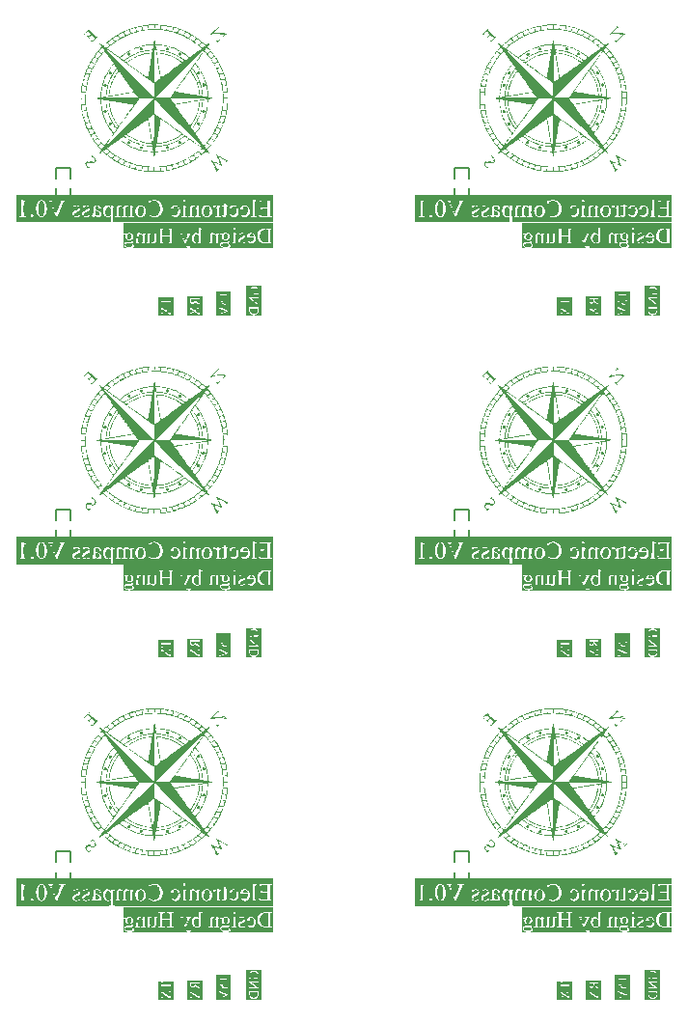
<source format=gbo>
G04 Layer: BottomSilkscreenLayer*
G04 EasyEDA Pro v2.1.64.d1969c9c.217bcf, 2025-01-15 01:44:41*
G04 Gerber Generator version 0.3*
G04 Scale: 100 percent, Rotated: No, Reflected: No*
G04 Dimensions in millimeters*
G04 Leading zeros omitted, absolute positions, 3 integers and 5 decimals*
G04 Panelize: V-CUT, Column: 2, Row: 3, Board Size: 35.001mm x 30mm, Panelized Board Size: 69.997mm x 89.992mm, Panelized Method: All Objects*
%FSLAX35Y35*%
%MOMM*%
%ADD10C,0.1524*%
G75*


%SRX2Y3I34.99746J29.99746*%

G04 Image Start*
G36*
G01X1779676Y-409905D02*
G01X1736293Y-410108D01*
G01X1727149Y-410413D01*
G01X1718005Y-410769D01*
G01X1685900Y-413410D01*
G01X1662430Y-416814D01*
G01X1639011Y-420218D01*
G01X1638554Y-420675D01*
G01X1638097Y-421081D01*
G01X1625295Y-423012D01*
G01X1622654Y-423418D01*
G01X1620012Y-423774D01*
G01X1618132Y-425653D01*
G01X1617218Y-425298D01*
G01X1616304Y-424891D01*
G01X1611732Y-426060D01*
G01X1647241D01*
G01X1650340Y-425094D01*
G01X1653388Y-424078D01*
G01X1669491Y-421945D01*
G01X1685544Y-419760D01*
G01X1695196Y-419354D01*
G01X1695958Y-420065D01*
G01X1696669Y-420827D01*
G01X1696771Y-421996D01*
G01X1702765D01*
G01X1703578Y-420268D01*
G01X1704442Y-418490D01*
G01X1716938Y-417068D01*
G01X1727454Y-416763D01*
G01X1738020Y-416458D01*
G01X1744218Y-416052D01*
G01X1750365Y-415646D01*
G01X1751279Y-416509D01*
G01X1752143Y-417373D01*
G01X1752295Y-433070D01*
G01X1752448Y-448462D01*
G01X1758391D01*
G01X1758544Y-433172D01*
G01X1758645Y-417830D01*
G01X1759661Y-416763D01*
G01X1760728Y-415747D01*
G01X1786433Y-416865D01*
G01X1793799Y-417220D01*
G01X1801114Y-417576D01*
G01X1803857Y-417627D01*
G01X1806651Y-417678D01*
G01X1806956Y-418084D01*
G01X1807464Y-420014D01*
G01X1807972Y-421996D01*
G01X1806956Y-432105D01*
G01X1805991Y-442265D01*
G01X1805940Y-443890D01*
G01X1811985D01*
G01X1813509Y-430378D01*
G01X1813712Y-425704D01*
G01X1813916Y-421081D01*
G01X1815694Y-419760D01*
G01X1817472Y-418389D01*
G01X1839519Y-421488D01*
G01X1861515Y-424536D01*
G01X1862480Y-425501D01*
G01X1863395Y-426466D01*
G01X1861820Y-435000D01*
G01X1860194Y-443535D01*
G01X1858467Y-455320D01*
G01X1855572Y-458216D01*
G01X1838554Y-455727D01*
G01X1821536Y-453288D01*
G01X1819859Y-453238D01*
G01X1818132Y-453136D01*
G01X1812239Y-452730D01*
G01X1812087Y-448310D01*
G01X1811985Y-443890D01*
G01X1805940D01*
G01X1805838Y-446329D01*
G01X1805737Y-450393D01*
G01X1804162Y-451104D01*
G01X1802587Y-451764D01*
G01X1786484Y-450952D01*
G01X1770329Y-450139D01*
G01X1765148Y-450037D01*
G01X1759966Y-449986D01*
G01X1759204Y-449224D01*
G01X1758391Y-448462D01*
G01X1752448D01*
G01Y-448716D01*
G01X1751686Y-449428D01*
G01X1750974Y-450190D01*
G01X1745844Y-450291D01*
G01X1740764Y-450342D01*
G01X1719936Y-451155D01*
G01X1713382Y-451561D01*
G01X1706880Y-451917D01*
G01X1705966Y-450494D01*
G01X1705102Y-449072D01*
G01X1703883Y-430174D01*
G01X1703324Y-426110D01*
G01X1702765Y-421996D01*
G01X1696771D01*
G01X1698041Y-435712D01*
G01X1699412Y-450647D01*
G01X1698041Y-452069D01*
G01X1696720Y-453542D01*
G01X1690675Y-453746D01*
G01X1684680Y-454000D01*
G01X1682648Y-454609D01*
G01X1680667Y-455168D01*
G01X1679804Y-455066D01*
G01X1678889Y-454965D01*
G01X1669948Y-456286D01*
G01X1660957Y-457657D01*
G01X1657502Y-458216D01*
G01X1653997Y-458775D01*
G01X1651762Y-454508D01*
G01X1652067Y-452679D01*
G01X1650441Y-443484D01*
G01X1648816Y-434340D01*
G01X1648003Y-430174D01*
G01X1647241Y-426060D01*
G01X1611732D01*
G01X1597762Y-429616D01*
G01X1579220Y-434289D01*
G01X1577492Y-434899D01*
G01X1575816Y-435508D01*
G01X1570330Y-437032D01*
G01X1564894Y-438556D01*
G01X1538072Y-447396D01*
G01X1530604Y-450088D01*
G01X1523086Y-452780D01*
G01X1522628Y-453288D01*
G01X1522120Y-453746D01*
G01X1518006Y-455270D01*
G01X1539900D01*
G01X1541221Y-453492D01*
G01X1542593Y-451663D01*
G01X1544777Y-451866D01*
G01X1547012Y-452018D01*
G01X1548790Y-450240D01*
G01X1578356Y-441198D01*
G01X1586078Y-438861D01*
G01X1587144Y-442366D01*
G01X1593494D01*
G01X1593647Y-439674D01*
G01X1593748Y-436982D01*
G01X1598828Y-435610D01*
G01X1603908Y-434188D01*
G01X1615338Y-431698D01*
G01X1626768Y-429158D01*
G01X1628546Y-429057D01*
G01X1630274Y-428904D01*
G01X1630731Y-428498D01*
G01X1631188Y-428041D01*
G01X1635150Y-427431D01*
G01X1639164Y-426822D01*
G01X1641500Y-429260D01*
G01X1642974Y-437794D01*
G01X1644498Y-446329D01*
G01X1647139Y-458318D01*
G01X1646174Y-459283D01*
G01X1645260Y-460248D01*
G01X1627988Y-463804D01*
G01X1610766Y-467411D01*
G01X1608633Y-468528D01*
G01X1606448Y-469646D01*
G01X1603705Y-469494D01*
G01X1600911Y-469392D01*
G01X1599743Y-464566D01*
G01X1598524Y-459791D01*
G01X1597965Y-457352D01*
G01X1597355Y-454914D01*
G01X1595425Y-448615D01*
G01X1593494Y-442366D01*
G01X1587144D01*
G01X1588008Y-445160D01*
G01X1589938Y-451510D01*
G01X1591005Y-455879D01*
G01X1592021Y-460248D01*
G01X1593037Y-462839D01*
G01X1594104Y-465480D01*
G01X1594815Y-471881D01*
G01X1589481Y-473354D01*
G01X1584096Y-474828D01*
G01X1568044Y-480060D01*
G01X1551991Y-485343D01*
G01X1550619Y-483921D01*
G01X1549197Y-482498D01*
G01X1548079Y-479196D01*
G01X1547012Y-475945D01*
G01X1543456Y-465633D01*
G01X1539900Y-455270D01*
G01X1518006D01*
G01X1515008Y-456387D01*
G01X1507846Y-458978D01*
G01X1499667Y-462432D01*
G01X1491539Y-465836D01*
G01X1489913Y-467360D01*
G01X1485290Y-468986D01*
G01X1480718Y-470611D01*
G01X1479702Y-471526D01*
G01X1478686Y-472491D01*
G01X1476654Y-473151D01*
G01X1474622Y-473761D01*
G01X1470508Y-475945D01*
G01X1487627D01*
G01X1488897Y-474675D01*
G01X1490116Y-473405D01*
G01X1494333Y-471627D01*
G01X1498498Y-469798D01*
G01X1503985Y-467563D01*
G01X1507287Y-466446D01*
G01X1510538Y-465328D01*
G01X1512062Y-463804D01*
G01X1517345Y-461772D01*
G01X1522578Y-459740D01*
G01X1526692Y-458216D01*
G01X1530858Y-456641D01*
G01X1532484Y-457556D01*
G01X1534160Y-458521D01*
G01X1536090Y-463956D01*
G01X1538072Y-469443D01*
G01X1541069Y-477672D01*
G01X1544015Y-485851D01*
G01X1542186Y-489407D01*
G01X1535582Y-491338D01*
G01X1530655Y-493370D01*
G01X1525676Y-495452D01*
G01X1518260Y-498805D01*
G01X1513840Y-500634D01*
G01X1509420Y-502412D01*
G01X1505814Y-503834D01*
G01X1502258Y-505308D01*
G01X1499514Y-502564D01*
G01X1498905Y-500482D01*
G01X1498295Y-498450D01*
G01X1492961Y-487172D01*
G01X1487627Y-475945D01*
G01X1470508D01*
G01X1467510Y-477520D01*
G01X1460449Y-481330D01*
G01X1458265Y-482244D01*
G01X1456131Y-483159D01*
G01X1450594Y-486207D01*
G01X1445108Y-489204D01*
G01X1441145Y-491439D01*
G01X1437234Y-493725D01*
G01X1431798Y-496824D01*
G01X1426413Y-499974D01*
G01X1424432Y-501142D01*
G01X1437742D01*
G01X1439062Y-499770D01*
G01X1440383Y-498450D01*
G01X1445514Y-495859D01*
G01X1450645Y-493217D01*
G01X1454353Y-491490D01*
G01X1458011Y-489712D01*
G01X1464005Y-486410D01*
G01X1470000Y-483159D01*
G01X1475689Y-480670D01*
G01X1481328Y-478180D01*
G01X1482750Y-480009D01*
G01X1485138Y-484886D01*
G01X1487475Y-489763D01*
G01Y-490880D01*
G01X1487424Y-492049D01*
G01X1489862Y-494487D01*
G01X1490878Y-497637D01*
G01X1491844Y-500786D01*
G01X1495501Y-506476D01*
G01X1494485Y-508457D01*
G01X1493469Y-510388D01*
G01X1486154Y-513232D01*
G01X1476908Y-517906D01*
G01X1461872Y-526136D01*
G01X1454658Y-528980D01*
G01X1453337Y-527609D01*
G01X1451966Y-526237D01*
G01X1447698Y-518922D01*
G01X1443482Y-511607D01*
G01X1441044Y-506324D01*
G01X1439367Y-503733D01*
G01X1437742Y-501142D01*
G01X1424432D01*
G01X1420622Y-503428D01*
G01X1414780Y-506933D01*
G01X1409141Y-510540D01*
G01X1403452Y-514198D01*
G01X1395984Y-519074D01*
G01X1388466Y-524002D01*
G01X1380744Y-529438D01*
G01X1379068Y-530606D01*
G01X1390853D01*
G01X1394714Y-527660D01*
G01X1398524Y-524764D01*
G01X1405077Y-520497D01*
G01X1411630Y-516179D01*
G01X1416355Y-513131D01*
G01X1421028Y-510083D01*
G01X1426312Y-507238D01*
G01X1431646Y-504444D01*
G01X1432458Y-505358D01*
G01X1433271Y-506324D01*
G01X1436421Y-511708D01*
G01X1439520Y-517093D01*
G01X1446022Y-527558D01*
G01X1446886Y-530352D01*
G01X1447698Y-533197D01*
G01X1443990Y-535889D01*
G01X1440282Y-538632D01*
G01X1424026Y-548691D01*
G01X1417523Y-553415D01*
G01X1411021Y-558089D01*
G01X1408633Y-556514D01*
G01X1406246Y-554990D01*
G01X1399946Y-544322D01*
G01X1395781Y-539090D01*
G01X1391615Y-533908D01*
G01X1391260Y-532232D01*
G01X1390853Y-530606D01*
G01X1379068D01*
G01X1372972Y-534873D01*
G01X1362913Y-542595D01*
G01X1352855Y-550367D01*
G01X1342085Y-559714D01*
G01X1336446Y-564591D01*
G01X1346505D01*
G01X1355344Y-555955D01*
G01X1360729Y-552044D01*
G01X1366063Y-548081D01*
G01X1373835Y-541934D01*
G01X1381557Y-535838D01*
G01X1383386Y-535686D01*
G01X1385214Y-535483D01*
G01X1387653Y-537921D01*
G01X1390040Y-540360D01*
G01X1390447Y-542239D01*
G01X1390853Y-544170D01*
G01X1393952Y-547319D01*
G01X1397102Y-550469D01*
G01X1400048Y-555854D01*
G01X1402994Y-561289D01*
G01X1403045Y-562305D01*
G01Y-563372D01*
G01X1398880Y-566166D01*
G01X1394663Y-568960D01*
G01X1382674Y-578510D01*
G01X1370635Y-588061D01*
G01X1368501Y-588721D01*
G01X1366317Y-589382D01*
G01X1364996Y-588061D01*
G01X1363726Y-586740D01*
G01X1355903Y-577545D01*
G01X1348130Y-568350D01*
G01X1346505Y-564591D01*
G01X1336446D01*
G01X1331265Y-569062D01*
G01X1323899Y-574853D01*
G01X1316533Y-580695D01*
G01X1309776Y-587400D01*
G01X1303071Y-594157D01*
G01X1298905Y-590956D01*
G01X1294790Y-587756D01*
G01X1291031Y-585318D01*
G01X1287272Y-582930D01*
G01X1282294Y-579018D01*
G01X1277264Y-575107D01*
G01X1274521Y-575615D01*
G01X1271778Y-576072D01*
G01X1272184Y-577596D01*
G01X1272642Y-579171D01*
G01X1276502Y-585267D01*
G01X1280363Y-591414D01*
G01X1285138Y-597306D01*
G01X1309929D01*
G01X1317955Y-588264D01*
G01X1327963Y-579272D01*
G01X1338021Y-570281D01*
G01X1342542D01*
G01X1344168Y-572313D01*
G01X1350061Y-579577D01*
G01X1355903Y-586791D01*
G01X1361694Y-594919D01*
G01X1351382Y-604723D01*
G01X1341120Y-614528D01*
G01X1338224Y-615798D01*
G01X1335380Y-617118D01*
G01X1331671Y-614375D01*
G01X1327963Y-611683D01*
G01X1320851Y-606908D01*
G01X1313790Y-602183D01*
G01X1309929Y-597306D01*
G01X1285138D01*
G01X1289710Y-602894D01*
G01Y-607517D01*
G01X1288288Y-608940D01*
G01X1313739D01*
G01X1328877Y-620014D01*
G01X1330604Y-621284D01*
G01X1341984D01*
G01X1350416Y-613613D01*
G01X1358798Y-605942D01*
G01X1370533Y-595935D01*
G01X1382217Y-585927D01*
G01X1386434Y-583184D01*
G01X1390650Y-580390D01*
G01X1395374Y-576580D01*
G01X1400048Y-572770D01*
G01X1405941Y-568554D01*
G01X1411783Y-564388D01*
G01X1425702Y-555041D01*
G01X1429563Y-552704D01*
G01X1433474Y-550367D01*
G01X1438453Y-546862D01*
G01X1443431Y-543306D01*
G01X1445616Y-542392D01*
G01X1447800Y-541528D01*
G01X1455014Y-537058D01*
G01X1462176Y-532587D01*
G01X1470863Y-528168D01*
G01X1479601Y-523697D01*
G01X1494739Y-515569D01*
G01X1496466Y-515010D01*
G01X1498244Y-514452D01*
G01X1511757Y-507848D01*
G01X1514500Y-507644D01*
G01X1515618Y-506578D01*
G01X1516685Y-505511D01*
G01X1524000Y-502818D01*
G01X1531366Y-500075D01*
G01X1532077Y-499364D01*
G01X1548232Y-493166D01*
G01X1588668Y-479857D01*
G01X1609293Y-474675D01*
G01X1629969Y-469544D01*
G01X1638452Y-467970D01*
G01X1646936Y-466344D01*
G01X1660957Y-463804D01*
G01X1662633Y-463702D01*
G01X1664360Y-463652D01*
G01X1668932Y-462788D01*
G01X1673504Y-461975D01*
G01X1681124Y-461061D01*
G01X1688795Y-460146D01*
G01X1703527Y-458775D01*
G01X1718310Y-457403D01*
G01X1727962Y-456997D01*
G01X1737665Y-456540D01*
G01X1757782Y-456489D01*
G01X1777949Y-456387D01*
G01X1788109Y-457048D01*
G01X1798269Y-457657D01*
G01X1803146Y-458165D01*
G01X1808074Y-458673D01*
G01X1809801Y-458470D01*
G01X1813052Y-458826D01*
G01X1864817D01*
G01X1864919Y-454355D01*
G01X1865020Y-449936D01*
G01X1865732Y-447446D01*
G01X1866443Y-445008D01*
G01X1868221Y-435762D01*
G01X1869948Y-426517D01*
G01X1872691Y-426669D01*
G01X1875434Y-426771D01*
G01X1894535Y-430835D01*
G01X1898091Y-431444D01*
G01X1901647Y-432105D01*
G01X1902155Y-432562D01*
G01X1902612Y-433070D01*
G01X1907997Y-434137D01*
G01X1913382Y-435153D01*
G01X1915008Y-435864D01*
G01X1916633Y-436626D01*
G01X1916989Y-438709D01*
G01X1917294Y-440792D01*
G01X1913636Y-453898D01*
G01X1910029Y-467055D01*
G01X1907896Y-469189D01*
G01X1891132Y-465125D01*
G01X1888693Y-464566D01*
G01X1886306Y-464007D01*
G01X1876146Y-461975D01*
G01X1865935Y-459943D01*
G01X1864817Y-458826D01*
G01X1813052D01*
G01X1820926Y-459689D01*
G01X1832102Y-460908D01*
G01X1840179Y-462077D01*
G01X1848256Y-463194D01*
G01X1861617Y-465531D01*
G01X1874977Y-467817D01*
G01X1881784Y-469341D01*
G01X1915617D01*
G01X1917751Y-465277D01*
G01X1917090Y-464566D01*
G01X1916430Y-463906D01*
G01X1917497Y-461823D01*
G01X1918614Y-459689D01*
G01X1920900Y-450901D01*
G01X1923237Y-442062D01*
G01X1924863Y-438506D01*
G01X1927911Y-439115D01*
G01X1930959Y-439776D01*
G01X1946808Y-444703D01*
G01X1962709Y-449682D01*
G01X1966316Y-451155D01*
G01X1969973Y-452628D01*
G01X1970583Y-454711D01*
G01X1971142Y-456794D01*
G01X1970380Y-457606D01*
G01X1969567Y-458368D01*
G01X1961134Y-482448D01*
G01X1959305Y-483362D01*
G01X1957527Y-484276D01*
G01X1941170Y-478587D01*
G01X1918310Y-471983D01*
G01X1916989Y-470662D01*
G01X1915617Y-469341D01*
G01X1881784D01*
G01X1882699Y-469544D01*
G01X1890471Y-471272D01*
G01X1893773Y-472186D01*
G01X1897024Y-473050D01*
G01X1904390Y-474624D01*
G01X1911706Y-476148D01*
G01X1913585Y-476961D01*
G01X1915414Y-477825D01*
G01X1932584Y-482295D01*
G01X1941982Y-485496D01*
G01X1966671D01*
G01X1967179Y-483718D01*
G01X1967687Y-481889D01*
G01X1976628Y-457505D01*
G01X1979016Y-455117D01*
G01X1983791Y-457251D01*
G01X1989938Y-459638D01*
G01X1996084Y-461975D01*
G01X2000352Y-463855D01*
G01X2004670Y-465734D01*
G01X2012747Y-469036D01*
G01X2020875Y-472288D01*
G01X2021942Y-473354D01*
G01X2023008Y-474472D01*
G01X2021180Y-478028D01*
G01X2020316Y-480263D01*
G01X2015744Y-491185D01*
G01X2012594Y-497281D01*
G01X2009496Y-503428D01*
G01X2006752Y-504647D01*
G01X2004416Y-502310D01*
G01X2000250Y-500685D01*
G01X1996034Y-499059D01*
G01X1993900Y-498094D01*
G01X1991716Y-497180D01*
G01X1987855Y-495656D01*
G01X1984045Y-494081D01*
G01X1976272Y-491185D01*
G01X1968500Y-488239D01*
G01X1966671Y-485496D01*
G01X1941982D01*
G01X1948129Y-487578D01*
G01X1963674Y-492811D01*
G01X1973682Y-496519D01*
G01X1983638Y-500177D01*
G01X1984604Y-501091D01*
G01X1985518Y-502006D01*
G01X1986839Y-502107D01*
G01X1988210Y-502260D01*
G01X1994103Y-504850D01*
G01X1999945Y-507441D01*
G01X2000504Y-507695D01*
G01X2015693D01*
G01X2016404Y-502717D01*
G01X2017522Y-501498D01*
G01X2018690Y-500329D01*
G01X2019706Y-497027D01*
G01X2020773Y-493725D01*
G01X2022500Y-490474D01*
G01X2024228Y-487274D01*
G01X2028495Y-478028D01*
G01X2032152Y-477723D01*
G01X2044649Y-484022D01*
G01X2057146Y-490372D01*
G01X2063140Y-493674D01*
G01X2069084Y-496976D01*
G01X2070710Y-497891D01*
G01X2072335Y-498856D01*
G01X2071167Y-502310D01*
G01X2069998Y-505816D01*
G01X2067306Y-509575D01*
G01X2064614Y-513385D01*
G01X2063191Y-516738D01*
G01X2061718Y-520141D01*
G01X2058670Y-524256D01*
G01X2055622Y-528320D01*
G01X2048205Y-524459D01*
G01X2040839Y-520598D01*
G01X2031644Y-515874D01*
G01X2022500Y-511150D01*
G01X2015693Y-507695D01*
G01X2000504D01*
G01X2009394Y-511912D01*
G01X2018792Y-516382D01*
G01X2023161Y-518211D01*
G01X2034642Y-524205D01*
G01X2046173Y-530149D01*
G01X2048053Y-532028D01*
G01X2061972D01*
G01X2062683Y-528879D01*
G01X2064715Y-526847D01*
G01X2066696Y-524815D01*
G01Y-522529D01*
G01X2069389Y-517957D01*
G01X2072081Y-513436D01*
G01X2074875Y-508711D01*
G01X2077720Y-503936D01*
G01X2083714Y-504546D01*
G01X2087524Y-507390D01*
G01X2091334Y-510184D01*
G01X2097989Y-514350D01*
G01X2104593Y-518566D01*
G01X2107895Y-520294D01*
G01X2111197Y-522072D01*
G01X2115769Y-525831D01*
G01X2120341Y-529539D01*
G01X2113737Y-538074D01*
G01X2111604Y-541731D01*
G01X2109521Y-545389D01*
G01X2100580Y-556158D01*
G01X2092046Y-551180D01*
G01X2087423Y-548030D01*
G01X2082851Y-544932D01*
G01X2076552Y-541172D01*
G01X2070303Y-537413D01*
G01X2061972Y-532028D01*
G01X2048053D01*
G01X2049069Y-533044D01*
G01X2051406Y-532435D01*
G01X2055571Y-535584D01*
G01X2059788Y-538683D01*
G01X2061007Y-538988D01*
G01X2062277Y-539293D01*
G01X2073554Y-546506D01*
G01X2080108Y-550723D01*
G01X2086661Y-554990D01*
G01X2093062Y-559359D01*
G01X2096262Y-561543D01*
G01X2106828D01*
G01Y-559918D01*
G01X2112112Y-551891D01*
G01X2122983Y-536448D01*
G01X2124659Y-534721D01*
G01X2126386Y-532994D01*
G01X2132178Y-537261D01*
G01X2150059Y-550367D01*
G01X2156663Y-556971D01*
G01X2158594Y-557581D01*
G01X2160575Y-558241D01*
G01X2162302Y-561289D01*
G01X2164080Y-564337D01*
G01X2145182Y-585978D01*
G01X2143150Y-586892D01*
G01X2141068Y-587858D01*
G01X2138528Y-585318D01*
G01X2136038Y-582778D01*
G01X2117446Y-568960D01*
G01X2112112Y-565252D01*
G01X2106828Y-561543D01*
G01X2096262D01*
G01X2099513Y-563778D01*
G01X2112112Y-572719D01*
G01X2117496Y-576580D01*
G01X2122881Y-580492D01*
G01X2132178Y-588162D01*
G01X2139086Y-593903D01*
G01X2148484D01*
G01Y-592125D01*
G01X2154682Y-584759D01*
G01X2160880Y-577444D01*
G01X2165096Y-572110D01*
G01X2169363Y-566776D01*
G01X2172360Y-568960D01*
G01X2175408Y-571195D01*
G01X2199284Y-593547D01*
G01X2200402Y-597611D01*
G01X2194814Y-600558D01*
G01X2188108Y-605485D01*
G01X2181454Y-610413D01*
G01X2177847Y-613004D01*
G01X2174189Y-615544D01*
G01X2148484Y-593903D01*
G01X2139086D01*
G01X2141474Y-595884D01*
G01X2150669Y-603656D01*
G01X2159813Y-611429D01*
G01X2162962Y-614477D01*
G01X2166061Y-617525D01*
G01X2166417Y-619049D01*
G01X2166722Y-620573D01*
G01X2157882Y-627177D01*
G01X2149043Y-633832D01*
G01X2141372Y-639267D01*
G01X2133651Y-644703D01*
G01X2130450Y-646989D01*
G01X2127301Y-649224D01*
G01X2118817Y-655472D01*
G01X2110283Y-661670D01*
G01X2102155Y-667461D01*
G01X2094027Y-673303D01*
G01X2082343Y-681736D01*
G01X2074723Y-687324D01*
G01X2067154Y-692912D01*
G01X2061058Y-695147D01*
G01X2056638Y-691693D01*
G01X2052218Y-688188D01*
G01X2044548Y-681939D01*
G01X2036928Y-675691D01*
G01X2021586Y-664820D01*
G01X2014474Y-660349D01*
G01X2007413Y-655828D01*
G01X1996034Y-648716D01*
G01X1990649Y-645617D01*
G01X1985213Y-642518D01*
G01X1981251Y-640334D01*
G01X1977238Y-638200D01*
G01X1966468Y-632765D01*
G01X1955648Y-627380D01*
G01X1937360Y-619455D01*
G01X1924050Y-614274D01*
G01X1917802Y-611988D01*
G01X1911553Y-609752D01*
G01X1907489Y-608432D01*
G01X1903425Y-607060D01*
G01X1877517Y-599034D01*
G01X1872031Y-597916D01*
G01X1866494Y-596798D01*
G01X1866036Y-596392D01*
G01X1865630Y-595986D01*
G01X1856435Y-594157D01*
G01X1847240Y-592277D01*
G01X1845869Y-592125D01*
G01X1844446Y-592023D01*
G01X1833829Y-590194D01*
G01X1823212Y-588416D01*
G01X1810868Y-586892D01*
G01X1798574Y-585419D01*
G01X1790141Y-584810D01*
G01X1777187Y-584048D01*
G01X1764233Y-583336D01*
G01X1762862Y-575970D01*
G01X1761439Y-568554D01*
G01X1759966Y-559054D01*
G01X1758493Y-549504D01*
G01X1756918Y-547421D01*
G01X1755394Y-545389D01*
G01X1753870Y-546354D01*
G01X1752346Y-547370D01*
G01X1749450Y-564286D01*
G01X1746504Y-581152D01*
G01X1743558Y-584098D01*
G01X1728114Y-584708D01*
G01X1721714Y-585064D01*
G01X1715364Y-585368D01*
G01X1699108Y-587248D01*
G01X1682852Y-589077D01*
G01X1662938Y-593141D01*
G01X1642974Y-597205D01*
G01X1636878Y-598830D01*
G01X1630782Y-600507D01*
G01X1624178Y-602437D01*
G01X1616202Y-604876D01*
G01X1608176Y-607365D01*
G01X1605788Y-608025D01*
G01X1603350Y-608736D01*
G01X1590853Y-613308D01*
G01X1578407Y-617880D01*
G01X1576222Y-618744D01*
G01X1573987Y-619658D01*
G01X1564386Y-623976D01*
G01X1554734Y-628294D01*
G01X1544930Y-633222D01*
G01X1535176Y-638150D01*
G01X1530553Y-640486D01*
G01X1525930Y-642874D01*
G01X1518158Y-647446D01*
G01X1510335Y-652069D01*
G01X1497940Y-659790D01*
G01X1484020Y-669138D01*
G01X1475943Y-675030D01*
G01X1467866Y-680872D01*
G01X1458112Y-688950D01*
G01X1448359Y-696976D01*
G01X1447698D01*
G01X1437640Y-690118D01*
G01X1427632Y-683311D01*
G01X1420266Y-678282D01*
G01X1412951Y-673252D01*
G01X1408176Y-668477D01*
G01X1405179Y-666953D01*
G01X1402182Y-665480D01*
G01X1395628Y-660502D01*
G01X1389075Y-655472D01*
G01X1378306Y-647751D01*
G01X1369720Y-641655D01*
G01X1361186Y-635559D01*
G01X1357325Y-633070D01*
G01X1353414Y-630631D01*
G01X1347724Y-625958D01*
G01X1341984Y-621284D01*
G01X1330604D01*
G01X1336904Y-625856D01*
G01X1344981Y-631698D01*
G01X1353058Y-637489D01*
G01X1361186Y-643280D01*
G01X1367384Y-647802D01*
G01X1373632Y-652374D01*
G01X1377848Y-655117D01*
G01X1382116Y-657809D01*
G01X1387805Y-662127D01*
G01X1393546Y-666445D01*
G01X1402029Y-672643D01*
G01X1410513Y-678790D01*
G01X1412900Y-680263D01*
G01X1415288Y-681685D01*
G01X1421486Y-686308D01*
G01X1427632Y-690982D01*
G01X1435303Y-696417D01*
G01X1438758Y-698906D01*
G01X1454353D01*
G01X1455420Y-698652D01*
G01X1456538Y-698398D01*
G01X1465224Y-691134D01*
G01X1473962Y-683870D01*
G01X1479855Y-679704D01*
G01X1485697Y-675488D01*
G01X1492250Y-671170D01*
G01X1498752Y-666852D01*
G01X1503477Y-663804D01*
G01X1508150Y-660756D01*
G01X1512367Y-658063D01*
G01X1516532Y-655320D01*
G01X1522730Y-652069D01*
G01X1537665Y-643738D01*
G01X1562456Y-631342D01*
G01X1572412Y-627380D01*
G01X1575156Y-626262D01*
G01X1577899Y-625094D01*
G01X1581201Y-623722D01*
G01X1584452Y-622351D01*
G01X1588313Y-620827D01*
G01X1592174Y-619252D01*
G01X1606144Y-614629D01*
G01X1620063Y-609956D01*
G01X1638148Y-604774D01*
G01X1640637Y-604215D01*
G01X1643075Y-603606D01*
G01X1662328Y-599592D01*
G01X1681582Y-595528D01*
G01X1707998Y-592480D01*
G01X1713535Y-591871D01*
G01X1719123Y-591210D01*
G01X1730096Y-590601D01*
G01X1741119Y-589991D01*
G01X1742542Y-590347D01*
G01X1765148D01*
G01X1772818Y-590499D01*
G01X1780540Y-590702D01*
G01X1785569D01*
G01X1799031Y-591972D01*
G01X1812493Y-593192D01*
G01X1816506Y-593700D01*
G01X1820570Y-594258D01*
G01X1832508Y-596240D01*
G01X1844446Y-598170D01*
G01X1847291Y-598576D01*
G01X1849730Y-599135D01*
G01X1852219Y-599694D01*
G01X1858416Y-601167D01*
G01X1864665Y-602640D01*
G01X1866544Y-603098D01*
G01X1868424Y-603504D01*
G01X1877060Y-605638D01*
G01X1885747Y-607822D01*
G01X1919275Y-618998D01*
G01X1924304Y-620928D01*
G01X1929333Y-622808D01*
G01X1941932Y-628294D01*
G01X1954581Y-633781D01*
G01X1956613Y-635813D01*
G01X1959458Y-635914D01*
G01X1966925Y-640029D01*
G01X1974444Y-644093D01*
G01X1978457Y-645922D01*
G01X1982470Y-647700D01*
G01X1984197Y-649478D01*
G01X1985975Y-651205D01*
G01X1987398Y-651256D01*
G01X1988871D01*
G01X1993544Y-654304D01*
G01X1998167Y-657352D01*
G01X2011477Y-665683D01*
G01X2018741Y-670712D01*
G01X2026056Y-675792D01*
G01X2032610Y-680771D01*
G01X2039214Y-685800D01*
G01X2044243Y-689305D01*
G01X2049272Y-692861D01*
G01X2056689Y-700278D01*
G01X2053793Y-702412D01*
G01X2050898Y-704494D01*
G01X2041804Y-710946D01*
G01X2032711Y-717347D01*
G01X2028495Y-720496D01*
G01X2024278Y-723595D01*
G01X2022297D01*
G01X2009902Y-713537D01*
G01X2008276Y-712826D01*
G01X2006651Y-712165D01*
G01X1994357Y-702818D01*
G01X1987804Y-698602D01*
G01X1981251Y-694334D01*
G01X1975460Y-690880D01*
G01X1969668Y-687375D01*
G01X1964182Y-684428D01*
G01X1958645Y-681482D01*
G01X1954784Y-679145D01*
G01X1950923Y-676859D01*
G01X1946554Y-675030D01*
G01X1932889Y-668680D01*
G01X1919173Y-662280D01*
G01X1911452Y-659232D01*
G01X1893062Y-652932D01*
G01X1874622Y-646684D01*
G01X1861769Y-643534D01*
G01X1848866Y-640436D01*
G01X1845666Y-639521D01*
G01X1842414Y-638607D01*
G01X1832153Y-636880D01*
G01X1821891Y-635102D01*
G01X1807870Y-633476D01*
G01X1793850Y-631800D01*
G01X1793037Y-631850D01*
G01X1792224D01*
G01X1782877Y-631190D01*
G01X1773580Y-630479D01*
G01X1771955Y-627634D01*
G01X1770329Y-624738D01*
G01X1770634Y-622605D01*
G01X1769923Y-618388D01*
G01X1769161Y-614172D01*
G01X1768704Y-613715D01*
G01X1768297Y-613258D01*
G01X1768145Y-610108D01*
G01X1768043Y-606908D01*
G01X1767027Y-601675D01*
G01X1766011Y-596392D01*
G01X1765554Y-593344D01*
G01X1765148Y-590347D01*
G01X1742542D01*
G01X1742745Y-590398D01*
G01X1744421Y-590855D01*
G01X1744116Y-596646D01*
G01X1743913Y-598576D01*
G01X1743710Y-600558D01*
G01X1742034Y-609651D01*
G01X1740408Y-618693D01*
G01X1739646Y-622605D01*
G01X1738935Y-626567D01*
G01X1739240Y-627380D01*
G01X1739595Y-628193D01*
G01X1738274Y-629514D01*
G01X1736954Y-630784D01*
G01X1729283Y-631139D01*
G01X1721612Y-631546D01*
G01X1717548Y-631850D01*
G01X1713535Y-632155D01*
G01X1699870Y-633984D01*
G01X1686204Y-635762D01*
G01X1675181Y-637896D01*
G01X1664106Y-640029D01*
G01X1648054Y-644144D01*
G01X1632001Y-648208D01*
G01X1617980Y-652780D01*
G01X1607210Y-656793D01*
G01X1596492Y-660756D01*
G01X1591208Y-663194D01*
G01X1585874Y-665632D01*
G01X1584604Y-665886D01*
G01X1583334Y-666191D01*
G01X1576578Y-669493D01*
G01X1569771Y-672795D01*
G01X1567993Y-673354D01*
G01X1566164Y-673913D01*
G01X1559662Y-678180D01*
G01X1558392Y-678434D01*
G01X1557172Y-678739D01*
G01X1552651Y-681228D01*
G01X1548181Y-683717D01*
G01X1537310Y-689915D01*
G01X1531163Y-693776D01*
G01X1524965Y-697687D01*
G01X1518412Y-702005D01*
G01X1511859Y-706272D01*
G01X1503426Y-712572D01*
G01X1494993Y-718820D01*
G01X1492606Y-720344D01*
G01X1490269Y-721868D01*
G01X1487780Y-723494D01*
G01X1485290Y-725170D01*
G01X1479550Y-720496D01*
G01X1473810Y-715772D01*
G01X1468120Y-712216D01*
G01X1462430Y-708609D01*
G01X1458773Y-705256D01*
G01X1455064Y-701954D01*
G01X1454353Y-698906D01*
G01X1438758D01*
G01X1442923Y-701904D01*
G01X1449172Y-706425D01*
G01X1455471Y-710997D01*
G01X1459687Y-713689D01*
G01X1463954Y-716382D01*
G01X1477061Y-726440D01*
G01X1481988Y-729945D01*
G01X1492758D01*
G01X1493469Y-728370D01*
G01X1494130Y-726846D01*
G01X1506423Y-717906D01*
G01X1509522Y-715569D01*
G01X1512672Y-713283D01*
G01X1520038Y-708254D01*
G01X1527454Y-703275D01*
G01X1535176Y-698602D01*
G01X1540510Y-695401D01*
G01X1545793Y-692201D01*
G01X1549248Y-690169D01*
G01X1552651Y-688188D01*
G01X1558239Y-685241D01*
G01X1563827Y-682346D01*
G01X1566012Y-681431D01*
G01X1568196Y-680466D01*
G01X1574902Y-677164D01*
G01X1581658Y-673811D01*
G01X1583842Y-672897D01*
G01X1586078Y-672033D01*
G01X1595831Y-667868D01*
G01X1605636Y-663702D01*
G01X1639265Y-652424D01*
G01X1651000Y-649529D01*
G01X1662735Y-646684D01*
G01X1674470Y-644296D01*
G01X1686154Y-641960D01*
G01X1700479Y-640029D01*
G01X1714856Y-638150D01*
G01X1721764Y-637540D01*
G01X1728114Y-637184D01*
G01X1734515Y-636829D01*
G01X1735887Y-638200D01*
G01X1737208Y-639572D01*
G01X1735734Y-646176D01*
G01X1734210Y-652831D01*
G01X1733550Y-654507D01*
G01X1732839Y-656184D01*
G01X1727098Y-656590D01*
G01X1721409Y-657047D01*
G01X1688490Y-661314D01*
G01X1667662Y-665277D01*
G01X1655267Y-668426D01*
G01X1642872Y-671525D01*
G01X1604874Y-684632D01*
G01X1599641Y-687121D01*
G01X1594358Y-689610D01*
G01X1591615Y-689813D01*
G01X1590497Y-690880D01*
G01X1589430Y-691947D01*
G01X1582420Y-694690D01*
G01X1577746Y-697027D01*
G01X1573073Y-699313D01*
G01X1565605Y-703478D01*
G01X1558188Y-707644D01*
G01X1554734Y-709625D01*
G01X1551330Y-711606D01*
G01X1547368Y-713892D01*
G01X1543406Y-716128D01*
G01X1536852Y-720446D01*
G01X1530350Y-724764D01*
G01X1522222Y-730606D01*
G01X1514145Y-736448D01*
G01X1511402Y-738124D01*
G01X1508709Y-739851D01*
G01X1505306Y-738429D01*
G01X1501953Y-737006D01*
G01X1497381Y-733450D01*
G01X1492758Y-729945D01*
G01X1481988D01*
G01X1484732Y-731876D01*
G01X1492402Y-737260D01*
G01X1500886Y-743458D01*
G01X1503883Y-745642D01*
G01X1514551D01*
G01X1515872Y-742798D01*
G01X1520342Y-739546D01*
G01X1524813Y-736244D01*
G01X1535684Y-728523D01*
G01X1551838Y-718363D01*
G01X1561643Y-712673D01*
G01X1571396Y-706933D01*
G01X1573682Y-706120D01*
G01X1575918Y-705256D01*
G01X1582572Y-701853D01*
G01X1589227Y-698398D01*
G01X1591462Y-697586D01*
G01X1593698Y-696722D01*
G01X1608734Y-690016D01*
G01X1614881Y-687680D01*
G01X1621028Y-685292D01*
G01X1629766Y-682396D01*
G01X1638452Y-679501D01*
G01X1646784Y-676961D01*
G01X1655115Y-674472D01*
G01X1662582Y-672998D01*
G01X1669999Y-671525D01*
G01X1670406Y-671170D01*
G01X1670812Y-670763D01*
G01X1688490Y-667512D01*
G01X1702816Y-665582D01*
G01X1717192Y-663651D01*
G01X1724000Y-663042D01*
G01X1732636Y-662838D01*
G01X1730553Y-676910D01*
G01X1728470Y-691032D01*
G01X1725676Y-707288D01*
G01X1722882Y-723595D01*
G01X1721307Y-732892D01*
G01X1719783Y-742239D01*
G01X1716126Y-764896D01*
G01X1714195Y-775818D01*
G01X1712214Y-786740D01*
G01X1712112Y-788467D01*
G01X1711960Y-790194D01*
G01X1710334Y-799389D01*
G01X1708709Y-808634D01*
G01X1708099Y-813206D01*
G01X1707083Y-818896D01*
G01X1703426Y-841045D01*
G01X1702867Y-843890D01*
G01X1702359Y-846734D01*
G01X1700682Y-856945D01*
G01X1699057Y-867105D01*
G01X1697939Y-871626D01*
G01X1696872Y-876148D01*
G01X1690776Y-871779D01*
G01X1684731Y-867461D01*
G01X1676603Y-861670D01*
G01X1668526Y-855878D01*
G01X1651457Y-843585D01*
G01X1642923Y-837489D01*
G01X1634338Y-831444D01*
G01X1627175Y-826262D01*
G01X1619961Y-821131D01*
G01X1602994Y-808736D01*
G01X1600606Y-807314D01*
G01X1598219Y-805840D01*
G01X1592021Y-801218D01*
G01X1585874Y-796595D01*
G01X1578204Y-791108D01*
G01X1570533Y-785673D01*
G01X1561998Y-779526D01*
G01X1553515Y-773430D01*
G01X1545844Y-767944D01*
G01X1538173Y-762508D01*
G01X1529537Y-756260D01*
G01X1520952Y-750011D01*
G01X1514551Y-745642D01*
G01X1503883D01*
G01X1509319Y-749605D01*
G01X1511808Y-751027D01*
G01X1514246Y-752450D01*
G01X1519530Y-756463D01*
G01X1524762Y-760476D01*
G01X1533652Y-767029D01*
G01X1542491Y-773582D01*
G01X1544117Y-774294D01*
G01X1545692Y-775056D01*
G01X1551889Y-779678D01*
G01X1558036Y-784301D01*
G01X1565656Y-789788D01*
G01X1573327Y-795223D01*
G01X1579982Y-800151D01*
G01X1586687Y-805028D01*
G01X1590853Y-807771D01*
G01X1595069Y-810565D01*
G01X1602892Y-816559D01*
G01X1611020Y-822350D01*
G01X1619098Y-828142D01*
G01X1627226Y-833933D01*
G01X1635354Y-839673D01*
G01X1640383Y-843128D01*
G01X1645361Y-846633D01*
G01X1651051Y-850951D01*
G01X1656791Y-855269D01*
G01X1664970Y-861009D01*
G01X1673098Y-866699D01*
G01X1681175Y-872541D01*
G01X1689252Y-878332D01*
G01X1698244Y-884784D01*
G01X1707185Y-891235D01*
G01X1714856Y-896722D01*
G01X1722526Y-902157D01*
G01X1731010Y-908355D01*
G01X1736750Y-912520D01*
G01X1757629D01*
G01X1757934Y-757174D01*
G01X1758239Y-601878D01*
G01X1759255Y-602082D01*
G01X1760271Y-602336D01*
G01X1761338Y-605790D01*
G01X1762455Y-609194D01*
G01X1762608Y-612140D01*
G01X1762760Y-615036D01*
G01X1764843Y-626110D01*
G01X1766926Y-637134D01*
G01X1767027Y-640131D01*
G01X1772666D01*
G01X1774393Y-637184D01*
G01X1786992Y-637388D01*
G01X1791106Y-637743D01*
G01X1795272Y-638048D01*
G01X1814627Y-640690D01*
G01X1833931Y-643280D01*
G01X1834337Y-643687D01*
G01X1834693Y-644093D01*
G01X1845767Y-646227D01*
G01X1852219Y-647497D01*
G01X1858620Y-648818D01*
G01X1865782Y-650900D01*
G01X1872996Y-652932D01*
G01X1887576Y-657657D01*
G01X1902104Y-662381D01*
G01X1911960Y-666445D01*
G01X1921815Y-670458D01*
G01X1926285Y-672186D01*
G01X1930959Y-674472D01*
G01X1935632Y-676707D01*
G01X1944878Y-681330D01*
G01X1954174Y-685952D01*
G01X1966570Y-692252D01*
G01X1968297Y-693979D01*
G01X1970024Y-695757D01*
G01X1972158Y-696366D01*
G01X1974291Y-697027D01*
G01X1985061Y-704444D01*
G01X1991563Y-708762D01*
G01X1998066Y-713029D01*
G01X2000453Y-714502D01*
G01X2002790Y-716026D01*
G01X2009394Y-721360D01*
G01X2015947Y-726745D01*
G01Y-729386D01*
G01X2002434Y-739242D01*
G01X1998878Y-738429D01*
G01X1993290Y-732942D01*
G01X1990293Y-731469D01*
G01X1987245Y-729996D01*
G01X1981505Y-725729D01*
G01X1975714Y-721462D01*
G01X1969567Y-717347D01*
G01X1963471Y-713181D01*
G01X1961134D01*
G01X1958492Y-710540D01*
G01X1947723Y-704748D01*
G01X1940763Y-700888D01*
G01X1933753Y-697078D01*
G01X1930298Y-695706D01*
G01X1926793Y-694334D01*
G01X1924406Y-691947D01*
G01X1923288Y-692252D01*
G01X1922120Y-692506D01*
G01X1919224Y-690626D01*
G01X1916278Y-688797D01*
G01X1910029Y-686359D01*
G01X1903730Y-683920D01*
G01X1897024Y-681380D01*
G01X1887322Y-677926D01*
G01X1877670Y-674522D01*
G01X1868780Y-671830D01*
G01X1859940Y-669087D01*
G01X1858518Y-668985D01*
G01X1857045Y-668884D01*
G01X1843380Y-665582D01*
G01X1829664Y-662330D01*
G01X1821078Y-660908D01*
G01X1812493Y-659435D01*
G01X1791462Y-657301D01*
G01X1790700Y-657352D01*
G01X1789887D01*
G01X1783385Y-656641D01*
G01X1776882Y-655980D01*
G01X1775816Y-654914D01*
G01X1774241Y-647497D01*
G01X1772666Y-640131D01*
G01X1767027D01*
G01X1767078Y-641147D01*
G01X1767180Y-645109D01*
G01X1767891Y-647598D01*
G01X1768602Y-650037D01*
G01X1769567Y-655625D01*
G01X1770532Y-661264D01*
G01X1770837Y-663245D01*
G01X1777238D01*
G01X1780184Y-662940D01*
G01X1783131Y-662584D01*
G01X1797710Y-664159D01*
G01X1812341Y-665785D01*
G01X1821485Y-667410D01*
G01X1822348Y-667360D01*
G01X1823212Y-667258D01*
G01X1833067Y-669696D01*
G01X1833931Y-669595D01*
G01X1834845Y-669493D01*
G01X1865935Y-677215D01*
G01X1884934Y-683666D01*
G01X1903933Y-690067D01*
G01X1905102Y-691236D01*
G01X1906270Y-692353D01*
G01X1907692D01*
G01X1909166Y-692404D01*
G01X1913890Y-694588D01*
G01X1918614Y-696824D01*
G01X1933956Y-704647D01*
G01X1949298Y-712419D01*
G01X1960067Y-718617D01*
G01X1967484Y-723544D01*
G01X1974952Y-728472D01*
G01X1983486Y-733755D01*
G01X1994560Y-743102D01*
G01X1994306Y-744169D01*
G01X1994002Y-745236D01*
G01X1984045Y-752348D01*
G01X1976425Y-757885D01*
G01X1968754Y-763422D01*
G01X1959762Y-769874D01*
G01X1950720Y-776376D01*
G01X1943100Y-781914D01*
G01X1935429Y-787400D01*
G01X1918259Y-799694D01*
G01X1909724Y-805840D01*
G01X1901139Y-811987D01*
G01X1886712Y-822350D01*
G01X1877670Y-828802D01*
G01X1868678Y-835304D01*
G01X1860550Y-841096D01*
G01X1852371Y-846938D01*
G01X1837030Y-857910D01*
G01X1830832Y-862533D01*
G01X1824634Y-867207D01*
G01X1819910Y-870255D01*
G01X1815186Y-873252D01*
G01X1811833Y-875182D01*
G01X1811020Y-871728D01*
G01X1810156Y-868223D01*
G01X1808074Y-855320D01*
G01X1805991Y-842366D01*
G01X1804111Y-830885D01*
G01X1802232Y-819353D01*
G01X1802130Y-817829D01*
G01X1801978Y-816305D01*
G01X1800403Y-807263D01*
G01X1798828Y-798271D01*
G01X1795374Y-776173D01*
G01X1791868Y-754126D01*
G01X1790751Y-747573D01*
G01X1789582Y-740969D01*
G01X1788414Y-733450D01*
G01X1787195Y-725932D01*
G01X1786179Y-720242D01*
G01X1784248Y-708762D01*
G01X1782369Y-697281D01*
G01X1781607Y-691083D01*
G01X1780845Y-684936D01*
G01X1779168Y-676605D01*
G01X1777441Y-668223D01*
G01X1777238Y-663245D01*
G01X1770837D01*
G01X1775816Y-696112D01*
G01X1777797Y-706476D01*
G01X1779727Y-716890D01*
G01X1779575Y-717956D01*
G01X1779372Y-719023D01*
G01X1781150Y-728878D01*
G01X1782928Y-738683D01*
G01X1786280Y-759104D01*
G01X1788312Y-772008D01*
G01X1790395Y-784911D01*
G01X1791716Y-791312D01*
G01X1792021Y-794512D01*
G01X1792275Y-797662D01*
G01X1793850Y-806196D01*
G01X1795374Y-814730D01*
G01X1798726Y-836422D01*
G01X1802028Y-858114D01*
G01X1803502Y-865175D01*
G01X1804975Y-872185D01*
G01X1804924Y-876452D01*
G01X1804873Y-880770D01*
G01X1795018Y-888695D01*
G01X1790802Y-891489D01*
G01X1786585Y-894232D01*
G01X1778457Y-900024D01*
G01X1770278Y-905815D01*
G01X1763370Y-911301D01*
G01X1761287Y-912673D01*
G01X1759153Y-914044D01*
G01X1757629Y-912520D01*
G01X1736750D01*
G01X1739494Y-914502D01*
G01X1748638Y-920801D01*
G01X1749450Y-921512D01*
G01X1750263Y-922274D01*
G01X1750670Y-924154D01*
G01X1751127Y-926033D01*
G01X1750822Y-1046836D01*
G01X1749400D01*
G01X1316482Y-613918D01*
G01X1313739Y-608940D01*
G01X1288288D01*
G01X1283868Y-613308D01*
G01X1278077Y-619150D01*
G01X1271727Y-627024D01*
G01X1265428Y-634949D01*
G01X1259637Y-641655D01*
G01X1266698D01*
G01X1277976Y-629260D01*
G01X1289253Y-616915D01*
G01X1292200Y-614477D01*
G01X1295197Y-612038D01*
G01X1296467Y-613054D01*
G01X1297737Y-614121D01*
G01X1300074Y-617931D01*
G01X1302461Y-621741D01*
G01X1313536Y-636575D01*
G01X1313028Y-639877D01*
G01X1312469Y-643230D01*
G01X1302410Y-653644D01*
G01X1292352Y-664108D01*
G01X1290320D01*
G01X1280008Y-655371D01*
G01X1269695Y-646684D01*
G01X1268171Y-644144D01*
G01X1266698Y-641655D01*
G01X1259637D01*
G01X1256081Y-645770D01*
G01X1246784Y-656590D01*
G01X1239723Y-665785D01*
G01X1232713Y-675030D01*
G01X1225702Y-684987D01*
G01X1232560D01*
G01X1242009Y-673506D01*
G01X1245006Y-668884D01*
G01X1247953Y-664312D01*
G01X1255319Y-656742D01*
G01X1262634Y-649224D01*
G01X1267765Y-653390D01*
G01X1272845Y-657504D01*
G01X1280058Y-663550D01*
G01X1287272Y-669544D01*
G01X1282852Y-675792D01*
G01X1278484Y-682092D01*
G01X1266292Y-697738D01*
G01X1257960Y-706374D01*
G01X1249020Y-699872D01*
G01X1241501Y-694893D01*
G01X1234034Y-689915D01*
G01X1233272Y-687426D01*
G01X1232560Y-684987D01*
G01X1225702D01*
G01X1225347Y-685495D01*
G01X1218032Y-696011D01*
G01X1214679Y-701192D01*
G01X1211326Y-706323D01*
G01X1207618Y-711911D01*
G01X1203858Y-717499D01*
G01X1203198Y-719125D01*
G01X1202487Y-720750D01*
G01X1199744Y-725018D01*
G01X1197051Y-729234D01*
G01X1194511Y-733704D01*
G01X1201471D01*
G01X1203198Y-730758D01*
G01X1204976Y-727862D01*
G01X1210970Y-718414D01*
G01X1212647Y-715366D01*
G01X1214272Y-712318D01*
G01X1218438Y-706476D01*
G01X1222604Y-700583D01*
G01X1225398Y-697027D01*
G01X1228192Y-693420D01*
G01X1232713Y-696112D01*
G01X1237234Y-698856D01*
G01X1249020Y-707593D01*
G01X1251814Y-709524D01*
G01X1254608Y-711403D01*
G01X1254455Y-713334D01*
G01X1254252Y-715213D01*
G01X1249985Y-721055D01*
G01X1245768Y-726846D01*
G01X1238148Y-739343D01*
G01X1234542Y-744728D01*
G01X1230986Y-750113D01*
G01X1228801Y-750062D01*
G01X1226668Y-750011D01*
G01X1217117Y-744118D01*
G01X1211275Y-740664D01*
G01X1205484Y-737210D01*
G01X1203503Y-735432D01*
G01X1201471Y-733704D01*
G01X1194511D01*
G01X1193800Y-734924D01*
G01X1190549Y-740562D01*
G01X1187552Y-745744D01*
G01X1184554Y-750875D01*
G01X1168502Y-782930D01*
G01X1175969D01*
G01X1177290Y-779424D01*
G01X1178662Y-775919D01*
G01X1184758Y-764235D01*
G01X1190904Y-752551D01*
G01X1192835Y-749097D01*
G01X1194816Y-745642D01*
G01X1196950Y-743102D01*
G01X1198270Y-741985D01*
G01X1199591Y-740816D01*
G01X1204163Y-743560D01*
G01X1208786Y-746252D01*
G01X1214069Y-749452D01*
G01X1219403Y-752653D01*
G01X1222908Y-754482D01*
G01X1226464Y-756361D01*
G01X1226668Y-756564D01*
G01X1226922Y-756768D01*
G01X1226261Y-758088D01*
G01X1225601Y-759358D01*
G01X1221689Y-767029D01*
G01X1217727Y-774751D01*
G01X1210310Y-788975D01*
G01X1208938Y-792531D01*
G01X1207618Y-796036D01*
G01X1206500Y-797154D01*
G01X1205433Y-798271D01*
G01X1199642Y-795884D01*
G01X1193902Y-793496D01*
G01X1192174Y-791769D01*
G01X1188822Y-790753D01*
G01X1185418Y-789686D01*
G01X1184250Y-788568D01*
G01X1183081Y-787400D01*
G01X1180643Y-787095D01*
G01X1178204Y-786740D01*
G01X1177087Y-784860D01*
G01X1175969Y-782930D01*
G01X1168502D01*
G01X1166978Y-785927D01*
G01X1164336Y-793039D01*
G01X1162609Y-794766D01*
G01X1161999Y-796900D01*
G01X1161390Y-798982D01*
G01X1157072Y-809346D01*
G01X1152703Y-819709D01*
G01X1150518Y-825297D01*
G01X1148385Y-830885D01*
G01X1147369Y-833628D01*
G01X1153566D01*
G01X1156259Y-827481D01*
G01X1158951Y-821284D01*
G01X1160424Y-817372D01*
G01X1161948Y-813460D01*
G01X1163269Y-810158D01*
G01X1164641Y-806856D01*
G01X1166266Y-802792D01*
G01X1167841Y-798779D01*
G01X1169568Y-797052D01*
G01X1170178Y-794563D01*
G01X1170737Y-792023D01*
G01X1172870Y-791566D01*
G01X1175004Y-791058D01*
G01X1182167Y-794614D01*
G01X1189330Y-798119D01*
G01X1191616Y-798932D01*
G01X1193851Y-799744D01*
G01X1198118Y-801878D01*
G01X1202334Y-804012D01*
G01X1201877Y-806044D01*
G01X1201369Y-808076D01*
G01X1191616Y-830732D01*
G01X1189076Y-837844D01*
G01X1186485Y-844956D01*
G01X1184250Y-847192D01*
G01X1169924Y-842213D01*
G01X1162355Y-839318D01*
G01X1154786Y-836371D01*
G01X1153566Y-833628D01*
G01X1147369D01*
G01X1145896Y-837743D01*
G01X1143406Y-844550D01*
G01X1141019Y-851459D01*
G01X1138631Y-858317D01*
G01X1136548Y-865530D01*
G01X1134415Y-872744D01*
G01X1132129Y-880466D01*
G01X1129995Y-887527D01*
G01X1136091D01*
G01X1137056Y-885038D01*
G01X1138022Y-882498D01*
G01X1140104Y-875284D01*
G01X1142238Y-868121D01*
G01X1149655Y-844753D01*
G01X1152500Y-841908D01*
G01X1154887Y-842975D01*
G01X1157326Y-844042D01*
G01X1165200Y-846938D01*
G01X1173074Y-849884D01*
G01X1177290Y-851306D01*
G01X1181456Y-852780D01*
G01X1181811Y-854151D01*
G01X1182116Y-855523D01*
G01X1171550Y-887933D01*
G01X1170483Y-892658D01*
G01X1169416Y-897331D01*
G01X1166978Y-897128D01*
G01X1164539Y-896976D01*
G01X1156564Y-894893D01*
G01X1148639Y-892861D01*
G01X1138377Y-889813D01*
G01X1137209Y-888695D01*
G01X1136091Y-887527D01*
G01X1129995D01*
G01X1129792Y-888238D01*
G01X1126693Y-900582D01*
G01X1123544Y-912978D01*
G01X1119175Y-934974D01*
G01X1117803Y-941984D01*
G01X1123899D01*
G01X1127608Y-924408D01*
G01X1131316Y-906780D01*
G01X1132434Y-902310D01*
G01X1133602Y-897839D01*
G01X1134669Y-896772D01*
G01X1135736Y-895756D01*
G01X1148232Y-898906D01*
G01X1160678Y-902056D01*
G01X1166978Y-904494D01*
G01X1166165Y-907948D01*
G01X1165301Y-911352D01*
G01X1164336Y-915772D01*
G01X1163320Y-920191D01*
G01X1160526Y-933298D01*
G01X1157681Y-946404D01*
G01X1157021Y-947826D01*
G01X1156411Y-949300D01*
G01X1145946Y-947979D01*
G01X1126236Y-944321D01*
G01X1123899Y-941984D01*
G01X1117803D01*
G01X1114806Y-956920D01*
G01X1113282Y-969010D01*
G01X1111758Y-981050D01*
G01X1110437Y-992734D01*
G01X1109929Y-998423D01*
G01X1116838D01*
G01X1117041Y-992073D01*
G01X1117295Y-985723D01*
G01X1119632Y-969112D01*
G01X1121969Y-952449D01*
G01X1123899Y-951484D01*
G01X1125830Y-950468D01*
G01X1143305Y-953719D01*
G01X1149045Y-954786D01*
G01X1154786Y-955802D01*
G01X1155243Y-956310D01*
G01X1155751Y-956818D01*
G01X1153516Y-972007D01*
G01X1151331Y-987247D01*
G01X1151433Y-988873D01*
G01X1150671Y-994562D01*
G01X1149960Y-1000252D01*
G01X1149198Y-1001065D01*
G01X1148436Y-1001827D01*
G01X1140866Y-1001268D01*
G01X1133348Y-1000709D01*
G01X1125576Y-1000049D01*
G01X1117803Y-999439D01*
G01X1117295Y-998931D01*
G01X1116838Y-998423D01*
G01X1109929D01*
G01X1109574Y-1001979D01*
G01X1108710Y-1011276D01*
G01X1108761Y-1012088D01*
G01X1108862Y-1012901D01*
G01X1107796Y-1028141D01*
G01X1107643Y-1030681D01*
G01X1113485D01*
G01X1114501Y-1025093D01*
G01X1114654Y-1017168D01*
G01X1114806Y-1009193D01*
G01X1116533Y-1007466D01*
G01X1115009Y-1005942D01*
G01X1120445D01*
G01X1146048Y-1008075D01*
G01X1147572Y-1008837D01*
G01X1149147Y-1009548D01*
G01X1148842Y-1017575D01*
G01X1148486Y-1024026D01*
G01X1148080Y-1030478D01*
G01X1147521Y-1048360D01*
G01X1153566D01*
G01X1154024Y-1034745D01*
G01X1154481Y-1021182D01*
G01X1155141Y-1012800D01*
G01X1155852Y-1004418D01*
G01X1156310Y-1001674D01*
G01X1156818Y-998931D01*
G01X1156868Y-996848D01*
G01Y-994766D01*
G01X1158291Y-983793D01*
G01X1159713Y-972769D01*
G01X1160729Y-967181D01*
G01X1162355Y-957021D01*
G01X1163980Y-946912D01*
G01X1164996Y-942035D01*
G01X1166470Y-934974D01*
G01X1167892Y-927862D01*
G01X1172159Y-910742D01*
G01X1176376Y-893623D01*
G01X1177747Y-892251D01*
G01Y-890219D01*
G01X1177798Y-888187D01*
G01X1193648Y-842061D01*
G01X1195476Y-837692D01*
G01X1199540Y-827837D01*
G01X1201623Y-822909D01*
G01X1203706Y-818032D01*
G01X1205078Y-814730D01*
G01X1206398Y-811428D01*
G01X1216965Y-789483D01*
G01X1221537Y-781660D01*
G01X1221943Y-778916D01*
G01X1227023Y-771601D01*
G01X1227226Y-770280D01*
G01X1227379Y-768909D01*
G01X1230122Y-764642D01*
G01X1232814Y-760374D01*
G01X1237336Y-752500D01*
G01X1241908Y-744626D01*
G01X1247292Y-736092D01*
G01X1251560Y-729539D01*
G01X1255878Y-722986D01*
G01X1261262Y-715213D01*
G01X1266698Y-707441D01*
G01X1272997Y-699059D01*
G01X1279296Y-690626D01*
G01X1286612Y-681685D01*
G01X1293927Y-672694D01*
G01X1308659Y-654914D01*
G01X1313485Y-650037D01*
G01X1318311Y-645211D01*
G01X1325016Y-651916D01*
G01Y-653390D01*
G01X1335684Y-667207D01*
G01X1337666Y-670662D01*
G01X1339647Y-674065D01*
G01X1344524Y-680720D01*
G01X1349451Y-687375D01*
G01X1355293Y-695401D01*
G01X1361135Y-703478D01*
G01X1371092Y-716686D01*
G01X1374343Y-722681D01*
G01X1383386Y-733654D01*
G01X1385011Y-736651D01*
G01X1386688Y-739648D01*
G01X1390599Y-744576D01*
G01X1394511Y-749554D01*
G01X1391971Y-753720D01*
G01X1385316Y-761797D01*
G01X1378712Y-769874D01*
G01X1372464Y-778358D01*
G01X1366215Y-786892D01*
G01X1361237Y-794258D01*
G01X1356258Y-801675D01*
G01X1349146Y-813156D01*
G01X1344625Y-821030D01*
G01X1340104Y-828954D01*
G01X1338428Y-831901D01*
G01X1336700Y-834847D01*
G01X1331011Y-846176D01*
G01X1325372Y-857555D01*
G01X1313993Y-883971D01*
G01X1313332Y-886155D01*
G01X1312723Y-888340D01*
G01X1308252Y-899312D01*
G01X1305662Y-906780D01*
G01X1303071Y-914298D01*
G01X1301090Y-922020D01*
G01X1299159Y-929792D01*
G01X1298702Y-930250D01*
G01X1298194Y-930707D01*
G01X1295502Y-941375D01*
G01X1292809Y-952094D01*
G01X1290523Y-963727D01*
G01X1288186Y-975360D01*
G01X1285646Y-992937D01*
G01X1283056Y-1010514D01*
G01X1282852Y-1015035D01*
G01X1282598Y-1019607D01*
G01X1281887Y-1028802D01*
G01X1281227Y-1037996D01*
G01X1281125Y-1042264D01*
G01X1281074Y-1046582D01*
G01X1287475D01*
G01X1287729Y-1038860D01*
G01X1288034Y-1031189D01*
G01X1288237Y-1024788D01*
G01X1289761Y-1009447D01*
G01X1289558Y-1007720D01*
G01X1294333Y-975309D01*
G01X1296416Y-965759D01*
G01X1298499Y-956259D01*
G01X1299515Y-951027D01*
G01X1300531Y-945845D01*
G01X1303020Y-937514D01*
G01X1305560Y-929183D01*
G01X1305712Y-927811D01*
G01X1305916Y-926440D01*
G01X1310183Y-913638D01*
G01X1314399Y-900836D01*
G01X1318057Y-890930D01*
G01X1321714Y-880974D01*
G01X1323238Y-879450D01*
G01X1324458Y-875284D01*
G01X1326540Y-870052D01*
G01X1328572Y-864870D01*
G01X1330046Y-863397D01*
G01X1331112Y-859993D01*
G01X1332179Y-856640D01*
G01X1333754Y-855066D01*
G01X1335329Y-853440D01*
G01X1335430Y-852068D01*
G01X1335481Y-850646D01*
G01X1339596Y-843128D01*
G01X1343660Y-835558D01*
G01X1344727Y-833171D01*
G01X1345743Y-830834D01*
G01X1354176Y-816966D01*
G01X1362558Y-803148D01*
G01X1364285Y-801370D01*
G01X1366012Y-799643D01*
G01X1366672Y-797509D01*
G01X1367333Y-795325D01*
G01X1371905Y-789280D01*
G01X1376528Y-783184D01*
G01X1388008Y-768350D01*
G01X1395730Y-757682D01*
G01X1397559Y-757530D01*
G01X1399438Y-757326D01*
G01X1401420Y-759460D01*
G01X1403350Y-761543D01*
G01X1405331Y-764946D01*
G01X1407363Y-768350D01*
G01X1418742Y-783184D01*
G01X1420165Y-786536D01*
G01X1421536Y-789940D01*
G01X1415847Y-797763D01*
G01X1409548Y-806196D01*
G01X1403299Y-814629D01*
G01X1394866Y-827938D01*
G01X1391361Y-833679D01*
G01X1387805Y-839419D01*
G01X1381709Y-848868D01*
G01X1381201Y-850697D01*
G01X1380642Y-852526D01*
G01X1378509Y-855726D01*
G01X1376375Y-858977D01*
G01X1374038Y-863651D01*
G01X1371752Y-868324D01*
G01X1369009Y-875335D01*
G01X1368196Y-876148D01*
G01X1367384Y-877011D01*
G01X1365707Y-881177D01*
G01X1364031Y-885393D01*
G01X1363116Y-887578D01*
G01X1362151Y-889711D01*
G01X1358087Y-900176D01*
G01X1357681Y-900532D01*
G01X1357325Y-900938D01*
G01X1354430Y-908609D01*
G01X1351483Y-916229D01*
G01X1349248Y-923290D01*
G01X1346962Y-930300D01*
G01X1345184Y-936244D01*
G01X1343406Y-942238D01*
G01X1340155Y-955294D01*
G01X1336904Y-968400D01*
G01X1335532Y-975970D01*
G01X1334110Y-983539D01*
G01X1331925Y-997915D01*
G01X1329741Y-1012241D01*
G01X1327810Y-1037742D01*
G01X1334313D01*
G01X1334668Y-1029767D01*
G01X1335075Y-1021791D01*
G01X1336091Y-1014273D01*
G01X1337107Y-1006805D01*
G01X1337666Y-1000608D01*
G01X1338275Y-994461D01*
G01X1341476Y-978256D01*
G01X1344625Y-962050D01*
G01X1347368Y-951636D01*
G01X1350112Y-941172D01*
G01X1351737Y-935838D01*
G01X1353414Y-930554D01*
G01X1354125Y-928522D01*
G01X1356258Y-922579D01*
G01X1357325Y-918972D01*
G01X1358392Y-915416D01*
G01X1360678Y-909879D01*
G01X1362913Y-904392D01*
G01X1364183Y-901040D01*
G01X1365453Y-897636D01*
G01X1370940Y-884530D01*
G01X1374242Y-877824D01*
G01X1377594Y-871068D01*
G01X1379423Y-866699D01*
G01X1387754Y-851764D01*
G01X1390193Y-846480D01*
G01X1396289Y-837032D01*
G01X1400251Y-830986D01*
G01X1404264Y-824890D01*
G01X1412596Y-813105D01*
G01X1415339Y-808888D01*
G01X1418133Y-804672D01*
G01X1422044Y-799694D01*
G01X1426007Y-794766D01*
G01X1428344Y-797052D01*
G01X1430630Y-799338D01*
G01Y-800811D01*
G01X1437640Y-810260D01*
G01X1434694Y-815086D01*
G01X1431798Y-819912D01*
G01X1423568Y-830275D01*
G01X1420317Y-835508D01*
G01X1417066Y-840791D01*
G01X1412189Y-848360D01*
G01X1407363Y-855878D01*
G01X1406500Y-858114D01*
G01X1405585Y-860298D01*
G01X1403198Y-864159D01*
G01X1400861Y-867969D01*
G01X1398118Y-872998D01*
G01X1395425Y-878027D01*
G01X1391463Y-886562D01*
G01X1387500Y-895045D01*
G01X1380998Y-910082D01*
G01X1375918Y-924306D01*
G01X1370838Y-938479D01*
G01X1364132Y-963270D01*
G01X1362304Y-972109D01*
G01X1360475Y-980999D01*
G01X1358748Y-990854D01*
G01X1357020Y-1000760D01*
G01X1353922Y-1028751D01*
G01X1360170D01*
G01X1362050Y-1012038D01*
G01X1363980Y-995324D01*
G01X1367739Y-976681D01*
G01X1371549Y-957986D01*
G01X1375156Y-946506D01*
G01X1378814Y-934974D01*
G01X1380033Y-930808D01*
G01X1383182Y-922376D01*
G01X1386383Y-913943D01*
G01X1389939Y-905104D01*
G01X1390853Y-902868D01*
G01X1391717Y-900684D01*
G01X1396086Y-889914D01*
G01X1397508Y-888543D01*
G01X1398880Y-887120D01*
G01X1398626Y-885952D01*
G01X1398372Y-884834D01*
G01X1402334Y-878738D01*
G01X1406855Y-869696D01*
G01X1411427Y-860704D01*
G01X1415186Y-856945D01*
G01X1414678Y-854710D01*
G01X1417828Y-850494D01*
G01X1421028Y-846328D01*
G01X1422654Y-843280D01*
G01X1424229Y-840232D01*
G01X1428496Y-834390D01*
G01X1432763Y-828599D01*
G01X1436116Y-823773D01*
G01X1439520Y-818896D01*
G01X1441044Y-818236D01*
G01X1442568Y-817524D01*
G01X1443787Y-818896D01*
G01X1444955Y-820268D01*
G01X1449730Y-827024D01*
G01X1454506Y-833831D01*
G01X1460957Y-842823D01*
G01X1467358Y-851814D01*
G01X1473200Y-859892D01*
G01X1478991Y-867969D01*
G01X1483919Y-874471D01*
G01X1488897Y-881024D01*
G01X1489100Y-882091D01*
G01X1489354Y-883158D01*
G01X1495806Y-891743D01*
G01X1502207Y-900328D01*
G01X1513789Y-916483D01*
G01X1520292Y-925424D01*
G01X1526743Y-934415D01*
G01X1532179Y-942035D01*
G01X1537665Y-949706D01*
G01X1543406Y-957834D01*
G01X1549146Y-966013D01*
G01X1553820Y-972160D01*
G01X1558442Y-978256D01*
G01X1563929Y-986688D01*
G01X1567282Y-991057D01*
G01X1570685Y-995375D01*
G01X1571650Y-997102D01*
G01X1572616Y-998880D01*
G01X1571854Y-999592D01*
G01X1571092Y-1000354D01*
G01X1550670Y-1004214D01*
G01X1544777Y-1005129D01*
G01X1538935Y-1006043D01*
G01X1521612Y-1008888D01*
G01X1504340Y-1011733D01*
G01X1494485Y-1013409D01*
G01X1484681Y-1015035D01*
G01X1478280Y-1016051D01*
G01X1471879Y-1017016D01*
G01X1467104Y-1017930D01*
G01X1448613Y-1021080D01*
G01X1445920Y-1021537D01*
G01X1443279Y-1021944D01*
G01X1429715Y-1024179D01*
G01X1416202Y-1026465D01*
G01X1413307Y-1026973D01*
G01X1410462Y-1027532D01*
G01X1394866Y-1029919D01*
G01X1379271Y-1032358D01*
G01X1372006Y-1033831D01*
G01X1364742Y-1035355D01*
G01X1362659Y-1035152D01*
G01X1360526Y-1034948D01*
G01X1360373Y-1031850D01*
G01X1360170Y-1028751D01*
G01X1353922D01*
G01X1353261Y-1034593D01*
G01X1350162Y-1037692D01*
G01X1348029Y-1037488D01*
G01X1345895Y-1037336D01*
G01X1344473Y-1038758D01*
G01X1340510Y-1039317D01*
G01X1336497Y-1039927D01*
G01X1334313Y-1037742D01*
G01X1327810D01*
G01X1327607Y-1040181D01*
G01X1326185Y-1041603D01*
G01X1309726Y-1044194D01*
G01X1293216Y-1046785D01*
G01X1292758Y-1047242D01*
G01X1292352Y-1047699D01*
G01X1287475Y-1046582D01*
G01X1281074D01*
G01X1278230Y-1049426D01*
G01X1259942Y-1052474D01*
G01X1258519Y-1052627D01*
G01X1257097Y-1052830D01*
G01X1253693Y-1053440D01*
G01X1297330D01*
G01X1298092Y-1052728D01*
G01X1298804Y-1052017D01*
G01X1303426D01*
G01X1304392Y-1051052D01*
G01X1316990Y-1049122D01*
G01X1326439Y-1047699D01*
G01X1337970Y-1045769D01*
G01X1349451Y-1043788D01*
G01X1352296Y-1043280D01*
G01X1355141Y-1042721D01*
G01X1368908Y-1040536D01*
G01X1382674Y-1038301D01*
G01X1388364Y-1037285D01*
G01X1414170Y-1033120D01*
G01X1417422Y-1032510D01*
G01X1420622Y-1031850D01*
G01X1435303Y-1029513D01*
G01X1449984Y-1027125D01*
G01X1463599Y-1024788D01*
G01X1477213Y-1022502D01*
G01X1494130Y-1019708D01*
G01X1511097Y-1016965D01*
G01X1514500Y-1016457D01*
G01X1517853Y-1016000D01*
G01X1528978Y-1013917D01*
G01X1540053Y-1011834D01*
G01X1560373Y-1008888D01*
G01X1567891Y-1007161D01*
G01X1571650Y-1007059D01*
G01X1575359Y-1006907D01*
G01X1575968Y-1006297D01*
G01X1576527Y-1005688D01*
G01X1583995Y-1013155D01*
G01Y-1014933D01*
G01X1590091Y-1023264D01*
G01X1596238Y-1031545D01*
G01X1606804Y-1045566D01*
G01X1608531Y-1049071D01*
G01X1610208Y-1052525D01*
G01X1762709D01*
G01X2207463Y-607771D01*
G01X2207768Y-608025D01*
G01X2208022Y-608330D01*
G01X2203348Y-613918D01*
G01X2198726Y-619506D01*
G01X2198573Y-621081D01*
G01X2198370Y-622706D01*
G01X2193900Y-628244D01*
G01X2189378Y-633832D01*
G01X2187296Y-637337D01*
G01X2195982D01*
G01X2198472Y-632816D01*
G01X2200961Y-628345D01*
G01X2205939Y-621741D01*
G01X2210968Y-615137D01*
G01X2212492Y-612648D01*
G01X2214067Y-610159D01*
G01X2218639Y-612800D01*
G01X2220265Y-614375D01*
G01X2221890Y-616001D01*
G01Y-617271D01*
G01X2232304Y-628091D01*
G01X2242668Y-638912D01*
G01X2242972Y-640283D01*
G01X2243328Y-641655D01*
G01X2219655Y-662178D01*
G01X2216607D01*
G01X2206295Y-649732D01*
G01X2195982Y-637337D01*
G01X2187296D01*
G01X2187194Y-637489D01*
G01X2185060Y-641096D01*
G01X2176729Y-652170D01*
G01X2170532Y-660705D01*
G01X2164334Y-669188D01*
G01X2152142Y-686460D01*
G01X2146605Y-694080D01*
G01X2141068Y-701751D01*
G01X2134921Y-710286D01*
G01X2128723Y-718820D01*
G01X2122576Y-727405D01*
G01X2116480Y-735990D01*
G01X2110892Y-743610D01*
G01X2105355Y-751230D01*
G01X2097024Y-763016D01*
G01X2091131Y-771144D01*
G01X2085289Y-779221D01*
G01X2083003Y-782320D01*
G01X2080666Y-785470D01*
G01X2079701Y-786841D01*
G01X2087423D01*
G01X2093112Y-779323D01*
G01X2098954Y-771144D01*
G01X2104746Y-763016D01*
G01X2107895Y-758850D01*
G01X2111096Y-754634D01*
G01X2115515Y-759257D01*
G01X2119986Y-763930D01*
G01X2122424Y-767639D01*
G01X2124862Y-771398D01*
G01X2129841Y-777951D01*
G01X2134819Y-784555D01*
G01X2139899Y-791870D01*
G01X2144928Y-799135D01*
G01X2148027Y-803758D01*
G01X2151075Y-808380D01*
G01X2160118Y-824027D01*
G01X2164791Y-831748D01*
G01X2169414Y-840994D01*
G01X2174088Y-850240D01*
G01X2174900Y-852475D01*
G01X2175764Y-854710D01*
G01X2179117Y-861365D01*
G01X2182520Y-868020D01*
G01X2184654Y-874014D01*
G01X2186838Y-880008D01*
G01X2187296Y-880415D01*
G01X2187702Y-880872D01*
G01X2190852Y-889000D01*
G01X2197354Y-907948D01*
G01X2203806Y-926948D01*
G01X2205025Y-933450D01*
G01X2206752Y-939444D01*
G01X2208428Y-945490D01*
G01X2210968Y-958342D01*
G01X2213559Y-971245D01*
G01X2214931Y-979068D01*
G01X2216353Y-986942D01*
G01X2219198Y-1011834D01*
G01X2219858Y-1020470D01*
G01X2220468Y-1029056D01*
G01Y-1045312D01*
G01X2217725Y-1045261D01*
G01X2214931Y-1045210D01*
G01X2210765Y-1044550D01*
G01X2206600Y-1043838D01*
G01X2206193Y-1043432D01*
G01X2205736Y-1043026D01*
G01X2189886Y-1041197D01*
G01X2188566Y-1040943D01*
G01X2187194Y-1040740D01*
G01X2183994Y-1039520D01*
G01X2180844Y-1038301D01*
G01X2180539Y-1036066D01*
G01X2180285Y-1033831D01*
G01X2180031Y-1027887D01*
G01X2179726Y-1021994D01*
G01X2178914Y-1013562D01*
G01X2178101Y-1005078D01*
G01X2174240Y-979678D01*
G01X2172411Y-970737D01*
G01X2170532Y-961746D01*
G01X2169262Y-956107D01*
G01X2167992Y-950417D01*
G01X2166569Y-945642D01*
G01X2165198Y-940918D01*
G01X2164131Y-936549D01*
G01X2163064Y-932231D01*
G01X2158340Y-918413D01*
G01X2153666Y-904545D01*
G01X2146046Y-885952D01*
G01X2140255Y-873252D01*
G01X2138324Y-868985D01*
G01X2135988Y-864413D01*
G01X2133651Y-859790D01*
G01X2127148Y-847801D01*
G01X2125574Y-844753D01*
G01X2123999Y-841654D01*
G01X2116988Y-830174D01*
G01X2112721Y-823620D01*
G01X2108454Y-817118D01*
G01X2102714Y-808939D01*
G01X2096973Y-800811D01*
G01X2092503Y-795071D01*
G01X2087982Y-789280D01*
G01X2087728Y-788060D01*
G01X2087423Y-786841D01*
G01X2079701D01*
G01X2074570Y-794055D01*
G01X2068424Y-802640D01*
G01X2063344Y-809752D01*
G01X2071726D01*
G01X2072843Y-807314D01*
G01X2073910Y-804926D01*
G01X2078279Y-799998D01*
G01X2082597Y-795122D01*
G01X2087372Y-799643D01*
G01X2092096Y-804113D01*
G01X2097583Y-812546D01*
G01X2102612Y-819861D01*
G01X2107590Y-827176D01*
G01X2110994Y-832104D01*
G01X2114347Y-837032D01*
G01X2114956Y-838962D01*
G01X2115566Y-840842D01*
G01X2118665Y-845007D01*
G01X2121814Y-849224D01*
G01X2121306Y-851256D01*
G01X2124253Y-855269D01*
G01X2127199Y-859231D01*
G01X2126894Y-860450D01*
G01X2126640Y-861619D01*
G01X2129485Y-864464D01*
G01X2133498Y-873303D01*
G01X2137562Y-882091D01*
G01X2142236Y-892861D01*
G01X2144471Y-898347D01*
G01X2147011Y-905053D01*
G01X2155139Y-927811D01*
G01X2158187Y-938632D01*
G01X2161286Y-949452D01*
G01X2162607Y-954227D01*
G01X2165147Y-965606D01*
G01X2167433Y-977240D01*
G01X2169668Y-988873D01*
G01X2170786Y-997001D01*
G01X2171954Y-1005129D01*
G01X2172360Y-1010310D01*
G01X2172818Y-1015492D01*
G01X2173529Y-1023620D01*
G01X2174240Y-1037438D01*
G01X2169516Y-1037184D01*
G01X2164791Y-1036980D01*
G01X2155342Y-1034745D01*
G01X2154784Y-1031850D01*
G01X2154276Y-1028954D01*
G01X2154072Y-1023823D01*
G01X2153920Y-1018692D01*
G01X2152142Y-1004926D01*
G01X2150364Y-991210D01*
G01X2148434Y-980796D01*
G01X2146452Y-970432D01*
G01X2141271Y-949401D01*
G01X2139290Y-942848D01*
G01X2137308Y-936346D01*
G01X2134311Y-926998D01*
G01X2131314Y-917702D01*
G01X2126945Y-906628D01*
G01X2125624Y-903326D01*
G01X2124304Y-899973D01*
G01X2119884Y-890524D01*
G01X2115414Y-881075D01*
G01X2114499Y-878942D01*
G01X2113585Y-876757D01*
G01X2110943Y-871677D01*
G01X2108302Y-866648D01*
G01X2105050Y-861009D01*
G01X2101850Y-855370D01*
G01X2098904Y-850240D01*
G01X2095906Y-845058D01*
G01X2091690Y-838505D01*
G01X2087423Y-831952D01*
G01X2080971Y-822960D01*
G01X2074570Y-813968D01*
G01X2073148Y-811835D01*
G01X2071726Y-809752D01*
G01X2063344D01*
G01X2063293Y-809854D01*
G01X2058111Y-817118D01*
G01X2052269Y-825246D01*
G01X2046478Y-833374D01*
G01X2041500Y-840029D01*
G01X2036572Y-846684D01*
G01X2033829Y-851002D01*
G01X2031086Y-855269D01*
G01X2026412Y-861365D01*
G01X2021738Y-867512D01*
G01X2016252Y-875182D01*
G01X2010766Y-882904D01*
G01X2006244Y-889203D01*
G01X2001672Y-895502D01*
G01X1996796Y-902614D01*
G01X1991868Y-909777D01*
G01X1987499Y-914146D01*
G01X1985975Y-917143D01*
G01X1984502Y-920140D01*
G01X1979828Y-926338D01*
G01X1975206Y-932536D01*
G01X1969008Y-941019D01*
G01X1962760Y-949554D01*
G01X1957019Y-957732D01*
G01X1951228Y-965911D01*
G01X1944929Y-974344D01*
G01X1938680Y-982777D01*
G01X1937918Y-984352D01*
G01X1937207Y-985977D01*
G01X1932534Y-992175D01*
G01X1927911Y-998372D01*
G01X1926996Y-999592D01*
G01X1935988D01*
G01X1938630Y-993699D01*
G01X1944522Y-985622D01*
G01X1950466Y-977494D01*
G01X1956562Y-968908D01*
G01X1962709Y-960374D01*
G01X1968246Y-952703D01*
G01X1973783Y-945083D01*
G01X1982216Y-933399D01*
G01X1994510Y-916229D01*
G01X1999996Y-908558D01*
G01X2005482Y-900836D01*
G01X2007819Y-897788D01*
G01X2010156Y-894690D01*
G01X2015642Y-886968D01*
G01X2021129Y-879297D01*
G01X2029460Y-867512D01*
G01X2035302Y-859384D01*
G01X2041195Y-851306D01*
G01X2043125Y-848614D01*
G01X2045106Y-845972D01*
G01X2054962Y-832561D01*
G01X2058924Y-825449D01*
G01X2062988Y-821131D01*
G01X2067103Y-816813D01*
G01X2070303Y-819760D01*
G01X2073504Y-822757D01*
G01X2075942Y-826465D01*
G01X2078431Y-830174D01*
G01X2083410Y-837489D01*
G01X2088439Y-844855D01*
G01X2095348Y-856437D01*
G01X2098345Y-861162D01*
G01X2101291Y-865886D01*
G01X2103018Y-870356D01*
G01X2107133Y-877824D01*
G01X2111197Y-885292D01*
G01X2111299Y-888136D01*
G01X2113686Y-890524D01*
G01X2114753Y-893928D01*
G01X2115820Y-897280D01*
G01X2116582Y-898042D01*
G01X2117293Y-898804D01*
G01X2122678Y-913435D01*
G01X2123186Y-913943D01*
G01X2123694Y-914502D01*
G01X2129231Y-931367D01*
G01X2134718Y-948182D01*
G01X2137562Y-959256D01*
G01X2140356Y-970382D01*
G01X2140255Y-971194D01*
G01X2140204Y-972058D01*
G01X2142185Y-981659D01*
G01X2144116Y-991260D01*
G01X2145944Y-1006399D01*
G01X2147062Y-1017016D01*
G01X2148230Y-1027582D01*
G01X2148434Y-1028852D01*
G01X2148688Y-1030122D01*
G01X2147875Y-1031951D01*
G01X2147011Y-1033729D01*
G01X2143811Y-1033323D01*
G01X2140661Y-1032916D01*
G01X2137766Y-1032358D01*
G01X2134921Y-1031799D01*
G01X2118360Y-1029259D01*
G01X2101850Y-1026668D01*
G01X2087880Y-1024331D01*
G01X2073910Y-1021944D01*
G01X2057400Y-1019353D01*
G01X2040839Y-1016762D01*
G01X2026869Y-1014425D01*
G01X2012950Y-1012088D01*
G01X2010613Y-1011784D01*
G01X2008276Y-1011428D01*
G01X1996745Y-1009548D01*
G01X1985264Y-1007720D01*
G01X1982419Y-1007161D01*
G01X1979574Y-1006653D01*
G01X1953057Y-1002589D01*
G01X1944522Y-1001065D01*
G01X1935988Y-999592D01*
G01X1926996D01*
G01X1922018Y-1006450D01*
G01X1916176Y-1014527D01*
G01X1910385Y-1022655D01*
G01X1904594Y-1030834D01*
G01X1898396Y-1039317D01*
G01X1892148Y-1047852D01*
G01X1888490Y-1053440D01*
G01X1827530Y-1053541D01*
G01X1766621Y-1053643D01*
G01X1764640Y-1053084D01*
G01X1762709Y-1052525D01*
G01X1610208D01*
G01Y-1052576D01*
G01X1609395Y-1053287D01*
G01X1608531Y-1053998D01*
G01X1453591Y-1054354D01*
G01X1298600Y-1054710D01*
G01X1297330Y-1053440D01*
G01X1253693D01*
G01X1244600Y-1055065D01*
G01X1243889Y-1056589D01*
G01X1243178Y-1058164D01*
G01X1245972Y-1060958D01*
G01X1255116Y-1062584D01*
G01X1264209Y-1064209D01*
G01X1272032Y-1065581D01*
G01X1279804Y-1066902D01*
G01X1281176Y-1068273D01*
G01Y-1069645D01*
G01X1287323D01*
G01X1289253Y-1067714D01*
G01X1292911Y-1068680D01*
G01X1296568Y-1069594D01*
G01X1298499Y-1069645D01*
G01X1300429D01*
G01X1323086Y-1074115D01*
G01X1325220Y-1073607D01*
G01X1326642Y-1074979D01*
G01X1328064Y-1076401D01*
G01X1334211D01*
G01X1336599Y-1076147D01*
G01X1338936Y-1075944D01*
G01X1345540Y-1077366D01*
G01X1352093Y-1078789D01*
G01X1352804Y-1079449D01*
G01X1353464Y-1080110D01*
G01X1353566Y-1081938D01*
G01X1359916D01*
G01X1360932Y-1080872D01*
G01X1361999Y-1079856D01*
G01X1371244Y-1081481D01*
G01X1380439Y-1083107D01*
G01X1408074Y-1087476D01*
G01X1413764Y-1088492D01*
G01X1422552Y-1090016D01*
G01X1431341Y-1091489D01*
G01X1436065Y-1092200D01*
G01X1440790Y-1092860D01*
G01X1460398Y-1095959D01*
G01X1480058Y-1099007D01*
G01X1493622Y-1101293D01*
G01X1507236Y-1103528D01*
G01X1527810Y-1106932D01*
G01X1548333Y-1110285D01*
G01X1558900Y-1112063D01*
G01X1569415Y-1113892D01*
G01X1572463Y-1114603D01*
G01X1569110Y-1119886D01*
G01X1567434Y-1122883D01*
G01X1565808Y-1125880D01*
G01X1560424Y-1132942D01*
G01X1555039Y-1139952D01*
G01X1544168Y-1155395D01*
G01X1537868Y-1163828D01*
G01X1531620Y-1172261D01*
G01X1530858Y-1173886D01*
G01X1530147Y-1175461D01*
G01X1525067Y-1182014D01*
G01X1520038Y-1188568D01*
G01X1504696Y-1210412D01*
G01X1500683Y-1215746D01*
G01X1496720Y-1221029D01*
G01X1492148Y-1227328D01*
G01X1487627Y-1233627D01*
G01X1481328Y-1242873D01*
G01X1472844Y-1254506D01*
G01X1464310Y-1266139D01*
G01X1461211Y-1270762D01*
G01X1458062Y-1275385D01*
G01X1453388Y-1281582D01*
G01X1448765Y-1287729D01*
G01X1443380Y-1295857D01*
G01X1439824Y-1297991D01*
G01X1438707Y-1295552D01*
G01X1432103Y-1286662D01*
G01X1425550Y-1277823D01*
G01X1421689Y-1271676D01*
G01X1417777Y-1265530D01*
G01X1410868Y-1253947D01*
G01X1408887Y-1250544D01*
G01X1406855Y-1247140D01*
G01X1405026Y-1243584D01*
G01X1403198Y-1239977D01*
G01X1396390Y-1226769D01*
G01X1394155Y-1221283D01*
G01X1393088Y-1217981D01*
G01X1391971Y-1214730D01*
G01X1390904Y-1213663D01*
G01X1389837Y-1212545D01*
G01X1383335Y-1195070D01*
G01X1381862Y-1191108D01*
G01X1380388Y-1187196D01*
G01X1379830Y-1185418D01*
G01X1379271Y-1183691D01*
G01X1371854Y-1160221D01*
G01X1363320Y-1116330D01*
G01X1362608Y-1110082D01*
G01X1361897Y-1103884D01*
G01X1361186Y-1098753D01*
G01X1360475Y-1093572D01*
G01X1360170Y-1087780D01*
G01X1359916Y-1081938D01*
G01X1353566D01*
G01X1354074Y-1089457D01*
G01X1354684Y-1098753D01*
G01X1356055Y-1109624D01*
G01X1357478Y-1120546D01*
G01X1358494Y-1126236D01*
G01X1361948Y-1143914D01*
G01X1363523Y-1151077D01*
G01X1365148Y-1158189D01*
G01X1367892Y-1167536D01*
G01X1370635Y-1176934D01*
G01X1373886Y-1186739D01*
G01X1377188Y-1196594D01*
G01X1379525Y-1202893D01*
G01X1381811Y-1209192D01*
G01X1382928Y-1210310D01*
G01X1384960Y-1215542D01*
G01X1386992Y-1220724D01*
G01X1388720Y-1225194D01*
G01X1397965Y-1243686D01*
G01X1401013Y-1249121D01*
G01X1404061Y-1254608D01*
G01X1406296Y-1258519D01*
G01X1408481Y-1262482D01*
G01X1412392Y-1268628D01*
G01X1416253Y-1274775D01*
G01X1420927Y-1281684D01*
G01X1425651Y-1288542D01*
G01X1430223Y-1294740D01*
G01X1434846Y-1300937D01*
G01X1435608Y-1303426D01*
G01X1436421Y-1305966D01*
G01X1433373Y-1309929D01*
G01X1430325Y-1313942D01*
G01X1427785Y-1316482D01*
G01X1425194Y-1319022D01*
G01X1423975Y-1318768D01*
G01X1422756Y-1318463D01*
G01X1415440Y-1307998D01*
G01X1409344Y-1299413D01*
G01X1403299Y-1290828D01*
G01X1398219Y-1282802D01*
G01X1393139Y-1274724D01*
G01X1390853Y-1270864D01*
G01X1388567Y-1266952D01*
G01X1386180Y-1262431D01*
G01X1383741Y-1257910D01*
G01X1381760Y-1254912D01*
G01X1379779Y-1251864D01*
G01X1380084Y-1250696D01*
G01X1380338Y-1249578D01*
G01X1378661Y-1247851D01*
G01X1376985Y-1246175D01*
G01X1375969Y-1243025D01*
G01X1375004Y-1239876D01*
G01X1371041Y-1233678D01*
G01X1370482Y-1231849D01*
G01X1369974Y-1230020D01*
G01X1368349Y-1226210D01*
G01X1366774Y-1222400D01*
G01X1362862Y-1212799D01*
G01X1358900Y-1203198D01*
G01X1354582Y-1190193D01*
G01X1350315Y-1177188D01*
G01X1346962Y-1163828D01*
G01X1343558Y-1150468D01*
G01X1341679Y-1140511D01*
G01X1339799Y-1130605D01*
G01X1338529Y-1123391D01*
G01X1337259Y-1116127D01*
G01X1337412Y-1115263D01*
G01X1337513Y-1114400D01*
G01X1335075Y-1096721D01*
G01X1334465Y-1088288D01*
G01X1334364Y-1082345D01*
G01X1334211Y-1076401D01*
G01X1328064D01*
G01X1327810Y-1078738D01*
G01X1327556Y-1081126D01*
G01X1328369Y-1087984D01*
G01X1329182Y-1094892D01*
G01X1329436Y-1100074D01*
G01X1329639Y-1105256D01*
G01X1331417Y-1117397D01*
G01X1333195Y-1129487D01*
G01X1333348Y-1130910D01*
G01X1333551Y-1132281D01*
G01X1334922Y-1139342D01*
G01X1336345Y-1146404D01*
G01X1340663Y-1163676D01*
G01X1344930Y-1180998D01*
G01X1349299Y-1193597D01*
G01X1353617Y-1206246D01*
G01X1355750Y-1211885D01*
G01X1357833Y-1217473D01*
G01X1359611Y-1221842D01*
G01X1361389Y-1226261D01*
G01X1362862Y-1229868D01*
G01X1364285Y-1233526D01*
G01X1365910Y-1235151D01*
G01X1368654Y-1242162D01*
G01X1370940Y-1246784D01*
G01X1373226Y-1251458D01*
G01X1381455Y-1266393D01*
G01X1382674Y-1268984D01*
G01X1383944Y-1271626D01*
G01X1386484Y-1275232D01*
G01X1389075Y-1278839D01*
G01X1389329Y-1280058D01*
G01X1389634Y-1281328D01*
G01X1396949Y-1292504D01*
G01X1402690Y-1300683D01*
G01X1408430Y-1308811D01*
G01X1414577Y-1316939D01*
G01X1420724Y-1325016D01*
G01Y-1327201D01*
G01X1417625Y-1331417D01*
G01X1414526Y-1335684D01*
G01X1408328Y-1344168D01*
G01X1402131Y-1352702D01*
G01X1398168Y-1358798D01*
G01X1396289Y-1357935D01*
G01X1394409Y-1357122D01*
G01X1388313Y-1349197D01*
G01X1382166Y-1341222D01*
G01X1369771Y-1324356D01*
G01X1365148Y-1317396D01*
G01X1360576Y-1310437D01*
G01X1354379Y-1301191D01*
G01X1352499Y-1297686D01*
G01X1350569Y-1294181D01*
G01X1345641Y-1285189D01*
G01X1340714Y-1276248D01*
G01X1338224Y-1271778D01*
G01X1335786Y-1267308D01*
G01X1331671Y-1258316D01*
G01X1327556Y-1249274D01*
G01X1324508Y-1243076D01*
G01X1323645Y-1240841D01*
G01X1322781Y-1238656D01*
G01X1318412Y-1227582D01*
G01X1314501Y-1216812D01*
G01X1310640Y-1206043D01*
G01X1309980Y-1203655D01*
G01X1309268Y-1201217D01*
G01X1306474Y-1192428D01*
G01X1303680Y-1183691D01*
G01X1302563Y-1178712D01*
G01X1299312Y-1163879D01*
G01X1297991Y-1162558D01*
G01X1297889Y-1158596D01*
G01X1295959Y-1148944D01*
G01X1294079Y-1139342D01*
G01X1289609Y-1108253D01*
G01X1288745Y-1096061D01*
G01X1287831Y-1083818D01*
G01X1287577Y-1076757D01*
G01X1287323Y-1069645D01*
G01X1281176D01*
G01X1281227Y-1073912D01*
G01Y-1079602D01*
G01X1282802Y-1098093D01*
G01X1284326Y-1116635D01*
G01X1284630Y-1119378D01*
G01X1284884Y-1122172D01*
G01X1285646Y-1126084D01*
G01X1286358Y-1130046D01*
G01X1290726Y-1156868D01*
G01X1291133Y-1157224D01*
G01X1291488Y-1157630D01*
G01X1293266Y-1166368D01*
G01X1295095Y-1175156D01*
G01X1296975Y-1177036D01*
G01X1296162Y-1178865D01*
G01X1298600Y-1187247D01*
G01X1301039Y-1195578D01*
G01X1305255Y-1208430D01*
G01X1309421Y-1221283D01*
G01X1314501Y-1234592D01*
G01X1320241Y-1248105D01*
G01X1326032Y-1261618D01*
G01X1329385Y-1268324D01*
G01X1332738Y-1274978D01*
G01X1335430Y-1280008D01*
G01X1338123Y-1284986D01*
G01X1344016Y-1295349D01*
G01X1347267Y-1300937D01*
G01X1350569Y-1306525D01*
G01X1355141Y-1313536D01*
G01X1359764Y-1320495D01*
G01X1364742Y-1327810D01*
G01X1369771Y-1335176D01*
G01X1385113Y-1355293D01*
G01X1388770Y-1359814D01*
G01X1392428Y-1364285D01*
G01X1390955Y-1367892D01*
G01X1389482Y-1371448D01*
G01X1383436Y-1379169D01*
G01X1377442Y-1386891D01*
G01X1372006Y-1394663D01*
G01X1366622Y-1402385D01*
G01X1360780Y-1410513D01*
G01X1354988Y-1418641D01*
G01X1342390Y-1435506D01*
G01X1341679Y-1437132D01*
G01X1340968Y-1438707D01*
G01X1336243Y-1444904D01*
G01X1331570Y-1451051D01*
G01X1325016Y-1459941D01*
G01X1318463Y-1468882D01*
G01X1315568D01*
G01X1306678Y-1459636D01*
G01X1297788Y-1450340D01*
G01X1292352Y-1443431D01*
G01X1286967Y-1436472D01*
G01X1272946Y-1419606D01*
G01X1270254Y-1415390D01*
G01X1267562Y-1411122D01*
G01X1262990Y-1404925D01*
G01X1258418Y-1398676D01*
G01X1253795Y-1391717D01*
G01X1249172Y-1384808D01*
G01X1245210Y-1378712D01*
G01X1241298Y-1372616D01*
G01X1238402Y-1368044D01*
G01X1235507Y-1363523D01*
G01X1234897Y-1360983D01*
G01X1228395Y-1350010D01*
G01X1226058Y-1346200D01*
G01X1223721Y-1342339D01*
G01X1222807Y-1340155D01*
G01X1221943Y-1337920D01*
G01X1217930Y-1330401D01*
G01X1213917Y-1322832D01*
G01X1213714Y-1321511D01*
G01X1213510Y-1320140D01*
G01X1211478Y-1317041D01*
G01X1209497Y-1313942D01*
G01X1208481Y-1310792D01*
G01X1207516Y-1307643D01*
G01X1206551Y-1306627D01*
G01X1205586Y-1305662D01*
G01X1204925Y-1303630D01*
G01X1204316Y-1301598D01*
G01X1195680Y-1280109D01*
G01X1187044Y-1258672D01*
G01X1182929Y-1245819D01*
G01X1178865Y-1232916D01*
G01X1176934Y-1226312D01*
G01X1175055Y-1219759D01*
G01X1170788Y-1202385D01*
G01X1166571Y-1185012D01*
G01X1163726Y-1170889D01*
G01X1163269Y-1168502D01*
G01X1162812Y-1166063D01*
G01X1160018Y-1146708D01*
G01X1157173Y-1127354D01*
G01X1154125Y-1090981D01*
G01X1153973Y-1080364D01*
G01X1153770Y-1069746D01*
G01X1153668Y-1059028D01*
G01X1153566Y-1048360D01*
G01X1147521D01*
G01X1147369Y-1053744D01*
G01X1146708Y-1054456D01*
G01X1145997Y-1055116D01*
G01X1130300D01*
G01X1114552Y-1055065D01*
G01X1113587Y-1054100D01*
G01X1113536Y-1042416D01*
G01X1113485Y-1030681D01*
G01X1107643D01*
G01X1106780Y-1043381D01*
G01X1106932Y-1062939D01*
G01Y-1063396D01*
G01X1113079D01*
G01X1115365Y-1061110D01*
G01X1130503Y-1061212D01*
G01X1145591Y-1061314D01*
G01X1146962Y-1062685D01*
G01X1147267Y-1068578D01*
G01X1147572Y-1074420D01*
G01X1148131Y-1087628D01*
G01X1148740Y-1100887D01*
G01X1148690Y-1104443D01*
G01X1148588Y-1107948D01*
G01X1133196Y-1109472D01*
G01X1117752Y-1110945D01*
G01X1115009Y-1108202D01*
G01X1114857Y-1104595D01*
G01X1114755Y-1100938D01*
G01X1114196Y-1092302D01*
G01X1113587Y-1083716D01*
G01X1113079Y-1063396D01*
G01X1106932D01*
G01X1107034Y-1082548D01*
G01X1107846Y-1091794D01*
G01X1108608Y-1100988D01*
G01X1108558Y-1102614D01*
G01X1108507Y-1104189D01*
G01X1109675Y-1119378D01*
G01X1115720D01*
G01X1116990Y-1118108D01*
G01X1118260Y-1116889D01*
G01X1126236Y-1116228D01*
G01X1134161Y-1115568D01*
G01X1147267Y-1114349D01*
G01X1150010Y-1115568D01*
G01X1150620Y-1122426D01*
G01X1151280Y-1129335D01*
G01X1153312Y-1143762D01*
G01X1155395Y-1158189D01*
G01X1154735Y-1159612D01*
G01X1154125Y-1161034D01*
G01X1142441Y-1162761D01*
G01X1134770Y-1164285D01*
G01X1127100Y-1165860D01*
G01X1124610Y-1165911D01*
G01X1122070Y-1165962D01*
G01X1121004Y-1160272D01*
G01X1119886Y-1154582D01*
G01X1117854Y-1134974D01*
G01X1116787Y-1127201D01*
G01X1115720Y-1119378D01*
G01X1109675D01*
G01X1110031Y-1124306D01*
G01X1110844Y-1130402D01*
G01X1111656Y-1136548D01*
G01X1111758Y-1139393D01*
G01X1111910Y-1142238D01*
G01X1113942Y-1152804D01*
G01X1114044Y-1157072D01*
G01X1115060Y-1161796D01*
G01X1116127Y-1166520D01*
G01X1117143Y-1173531D01*
G01X1123290D01*
G01X1124306Y-1172515D01*
G01X1125322Y-1171448D01*
G01X1126185Y-1171804D01*
G01X1127049Y-1172108D01*
G01X1139292Y-1169670D01*
G01X1151585Y-1167232D01*
G01X1153770Y-1167486D01*
G01X1155954Y-1167689D01*
G01X1156665Y-1168705D01*
G01X1157376Y-1170280D01*
G01X1158088Y-1171905D01*
G01X1159307Y-1181456D01*
G01X1162304Y-1193597D01*
G01X1165250Y-1205687D01*
G01X1166774Y-1210259D01*
G01X1164234Y-1212799D01*
G01X1154379Y-1215644D01*
G01X1144575Y-1218540D01*
G01X1134618Y-1220775D01*
G01X1133145Y-1219302D01*
G01X1131519Y-1212748D01*
G01X1129894Y-1206246D01*
G01X1123290Y-1173531D01*
G01X1117143D01*
G01X1117651Y-1177138D01*
G01X1119124Y-1187704D01*
G01X1122832Y-1202944D01*
G01X1126592Y-1218133D01*
G01X1128420Y-1225144D01*
G01X1129335Y-1228700D01*
G01X1136244D01*
G01X1136498Y-1227633D01*
G01X1136752Y-1226515D01*
G01X1139800Y-1226007D01*
G01X1142797Y-1225448D01*
G01X1147674Y-1223975D01*
G01X1152601Y-1222451D01*
G01X1161339Y-1220013D01*
G01X1166724Y-1218794D01*
G01X1168146Y-1220419D01*
G01X1169619Y-1222096D01*
G01X1170788Y-1226312D01*
G01X1172007Y-1230528D01*
G01X1176782Y-1245768D01*
G01X1181608Y-1261008D01*
G01X1179678Y-1263853D01*
G01X1167587Y-1268171D01*
G01X1155497Y-1272438D01*
G01X1154887Y-1273099D01*
G01X1154227Y-1273708D01*
G01X1151738Y-1273150D01*
G01X1149198Y-1272591D01*
G01X1138428Y-1238555D01*
G01X1137361Y-1233627D01*
G01X1136244Y-1228700D01*
G01X1129335D01*
G01X1130198Y-1232154D01*
G01X1132637Y-1240587D01*
G01X1135024Y-1248969D01*
G01X1145591Y-1280058D01*
G01X1146302Y-1282090D01*
G01X1153211D01*
G01X1153770Y-1280871D01*
G01X1154328Y-1279601D01*
G01X1161542Y-1276960D01*
G01X1168806Y-1274318D01*
G01X1181202Y-1269543D01*
G01X1183081Y-1269746D01*
G01X1185012Y-1269949D01*
G01X1185520Y-1271778D01*
G01X1186028Y-1273556D01*
G01X1191819Y-1288796D01*
G01X1192174Y-1289202D01*
G01X1192581Y-1289558D01*
G01X1194359Y-1294282D01*
G01X1196137Y-1298956D01*
G01X1198728Y-1304442D01*
G01X1201318Y-1309878D01*
G01X1200607Y-1311453D01*
G01X1199896Y-1313078D01*
G01X1189330Y-1318006D01*
G01X1178712Y-1322984D01*
G01X1171499Y-1325423D01*
G01X1169213Y-1321765D01*
G01X1166876Y-1318057D01*
G01X1166266Y-1316025D01*
G01X1165708Y-1313993D01*
G01X1164082Y-1310183D01*
G01X1162507Y-1306373D01*
G01X1157427Y-1294486D01*
G01X1155344Y-1288288D01*
G01X1153211Y-1282090D01*
G01X1146302D01*
G01X1148029Y-1286916D01*
G01X1150468Y-1293724D01*
G01X1152652Y-1299210D01*
G01X1154887Y-1304747D01*
G01X1155751Y-1306932D01*
G01X1156614Y-1309167D01*
G01X1161136Y-1319276D01*
G01X1165657Y-1329436D01*
G01X1166571Y-1331570D01*
G01X1167486Y-1333754D01*
G01X1167689Y-1334211D01*
G01X1173988D01*
G01X1179424Y-1328776D01*
G01X1186434Y-1326032D01*
G01X1200048Y-1319530D01*
G01X1203046Y-1319073D01*
G01X1206043Y-1318666D01*
G01X1206246Y-1321206D01*
G01X1211783Y-1331925D01*
G01X1217320Y-1342593D01*
G01X1220267Y-1348486D01*
G01X1223264Y-1354379D01*
G01X1224382Y-1355446D01*
G01X1225499Y-1356563D01*
G01X1224534Y-1358341D01*
G01X1223620Y-1360119D01*
G01X1217778Y-1363574D01*
G01X1211936Y-1367079D01*
G01X1208075Y-1369517D01*
G01X1204265Y-1372006D01*
G01X1200048Y-1373530D01*
G01X1195883Y-1375004D01*
G01X1193851Y-1372972D01*
G01X1192530Y-1368908D01*
G01X1188415Y-1361440D01*
G01X1184351Y-1353922D01*
G01X1183742Y-1351890D01*
G01X1183081Y-1349807D01*
G01X1181760Y-1348435D01*
G01X1180389Y-1347114D01*
G01X1178357Y-1340510D01*
G01X1173988Y-1334211D01*
G01X1167689D01*
G01X1169264Y-1337412D01*
G01X1171042Y-1341018D01*
G01X1179474Y-1357274D01*
G01X1180389Y-1359408D01*
G01X1181354Y-1361592D01*
G01X1184300Y-1367079D01*
G01X1187298Y-1372565D01*
G01X1189533Y-1376477D01*
G01X1191819Y-1380439D01*
G01X1193749Y-1383690D01*
G01X1200150D01*
G01X1201522Y-1381354D01*
G01X1202893Y-1379068D01*
G01X1217524Y-1371041D01*
G01X1224331Y-1367079D01*
G01X1226566Y-1365758D01*
G01X1228750Y-1364488D01*
G01X1229970Y-1365910D01*
G01X1231138Y-1367282D01*
G01X1234694Y-1373022D01*
G01X1238199Y-1378763D01*
G01X1240231Y-1382166D01*
G01X1242212Y-1385570D01*
G01X1247089Y-1392987D01*
G01X1252017Y-1400454D01*
G01X1252677Y-1401724D01*
G01X1253388Y-1402944D01*
G01X1250086Y-1406195D01*
G01X1246835Y-1409497D01*
G01X1241044Y-1413104D01*
G01X1235202Y-1416660D01*
G01X1231036Y-1419860D01*
G01X1226871Y-1423111D01*
G01X1223315Y-1418641D01*
G01X1219810Y-1414170D01*
G01X1216965Y-1409243D01*
G01X1214120Y-1404366D01*
G01X1207110Y-1395222D01*
G01X1207313Y-1394257D01*
G01X1207567Y-1393241D01*
G01X1200150Y-1383690D01*
G01X1193749D01*
G01X1195222Y-1386230D01*
G01X1198677Y-1392072D01*
G01X1205687Y-1403553D01*
G01X1209954Y-1410106D01*
G01X1214171Y-1416710D01*
G01X1219556Y-1424432D01*
G01X1221791Y-1427582D01*
G01X1230020D01*
G01X1231849Y-1426769D01*
G01X1233678Y-1426007D01*
G01X1239418Y-1421638D01*
G01X1245159Y-1417320D01*
G01X1248969Y-1414932D01*
G01X1252830Y-1412596D01*
G01X1255420Y-1410868D01*
G01X1257960Y-1409192D01*
G01X1258418Y-1409903D01*
G01X1258875Y-1410564D01*
G01X1262939Y-1415745D01*
G01X1269543Y-1424584D01*
G01X1276096Y-1433424D01*
G01X1280922Y-1439266D01*
G01X1285799Y-1445057D01*
G01X1273962Y-1455826D01*
G01X1262126Y-1466545D01*
G01X1260958Y-1466850D01*
G01X1259738Y-1467155D01*
G01X1255116Y-1461567D01*
G01X1250442Y-1456030D01*
G01X1243127Y-1446378D01*
G01X1235761Y-1436776D01*
G01X1233424Y-1432916D01*
G01X1231697Y-1430223D01*
G01X1230020Y-1427582D01*
G01X1221791D01*
G01X1224991Y-1432103D01*
G01X1231138Y-1440586D01*
G01X1237285Y-1449121D01*
G01X1245057Y-1459078D01*
G01X1252830Y-1469085D01*
G01X1255979Y-1472540D01*
G01X1264768D01*
G01X1271880Y-1465732D01*
G01X1279042Y-1459687D01*
G01X1286154Y-1453642D01*
G01X1288237Y-1452270D01*
G01X1290371Y-1450899D01*
G01X1292708Y-1453845D01*
G01X1311910Y-1474775D01*
G01X1312266Y-1476350D01*
G01X1312570Y-1477975D01*
G01X1307592Y-1482954D01*
G01X1307490Y-1484376D01*
G01X1307440Y-1485748D01*
G01X1300734Y-1494282D01*
G01X1293978Y-1502766D01*
G01X1292657Y-1503121D01*
G01X1291285Y-1503426D01*
G01X1282954Y-1493876D01*
G01X1274572Y-1484325D01*
G01X1269695Y-1478432D01*
G01X1264768Y-1472540D01*
G01X1255979D01*
G01X1270102Y-1488034D01*
G01X1286307Y-1505864D01*
G01X1301191D01*
G01X1304798Y-1501292D01*
G01X1308456Y-1496670D01*
G01X1307744Y-1493723D01*
G01X1313078Y-1486713D01*
G01X1318463Y-1479753D01*
G01X1324356Y-1471676D01*
G01X1330249Y-1463650D01*
G01X1336345Y-1455064D01*
G01X1348638Y-1437894D01*
G01X1354734Y-1429309D01*
G01X1359967Y-1422095D01*
G01X1365199Y-1414932D01*
G01X1375054Y-1401521D01*
G01X1377747Y-1397305D01*
G01X1380490Y-1393038D01*
G01X1385164Y-1386891D01*
G01X1389837Y-1380693D01*
G01X1395984Y-1372159D01*
G01X1402131Y-1363574D01*
G01X1407312Y-1356309D01*
G01X1412443Y-1349096D01*
G01X1416609Y-1343203D01*
G01X1420825Y-1337259D01*
G01X1432509Y-1321105D01*
G01X1434795Y-1318006D01*
G01X1437132Y-1314856D01*
G01X1442568Y-1307186D01*
G01X1448054Y-1299464D01*
G01X1461059Y-1281481D01*
G01X1466596Y-1273810D01*
G01X1472133Y-1266190D01*
G01X1478331Y-1257706D01*
G01X1484528Y-1249172D01*
G01X1485290Y-1247597D01*
G01X1486002Y-1245972D01*
G01X1490675Y-1239825D01*
G01X1495400Y-1233678D01*
G01X1501597Y-1225144D01*
G01X1507744Y-1216609D01*
G01X1519428Y-1200353D01*
G01X1524000Y-1194105D01*
G01X1528572Y-1187806D01*
G01X1531315Y-1183589D01*
G01X1534008Y-1179322D01*
G01X1538732Y-1173175D01*
G01X1543406Y-1167028D01*
G01X1549502Y-1158443D01*
G01X1555648Y-1149858D01*
G01X1561490Y-1141730D01*
G01X1567383Y-1133653D01*
G01X1572819Y-1125931D01*
G01X1578204Y-1118159D01*
G01X1591107Y-1100988D01*
G01X1593037Y-1097229D01*
G01X1597660Y-1091082D01*
G01X1602334Y-1084936D01*
G01X1608785Y-1075944D01*
G01X1615288Y-1066952D01*
G01X1617929Y-1063549D01*
G01X1620520Y-1060145D01*
G01X1742237Y-1059840D01*
G01X1743913Y-1061517D01*
G01Y-1062279D01*
G01X1897278D01*
G01X1898244Y-1060856D01*
G01X1899158Y-1059485D01*
G01X2054962Y-1059180D01*
G01X2210816Y-1058875D01*
G01X2211324Y-1059434D01*
G01X2211883Y-1059993D01*
G01X2210054Y-1060856D01*
G01X2208174Y-1061720D01*
G01X2200910Y-1062939D01*
G01X2193646Y-1064209D01*
G01X2179472Y-1066546D01*
G01X2165299Y-1068832D01*
G01X2162404Y-1069391D01*
G01X2159559Y-1069950D01*
G01X2142998Y-1072642D01*
G01X2126437Y-1075284D01*
G01X2112518Y-1077671D01*
G01X2098548Y-1080059D01*
G01X2093976Y-1080770D01*
G01X2089455Y-1081430D01*
G01X2078431Y-1083158D01*
G01X2067458Y-1084936D01*
G01X2060092Y-1086256D01*
G01X2052777Y-1087577D01*
G01X2044243Y-1089101D01*
G01X2035708Y-1090676D01*
G01X2033981Y-1090727D01*
G01X2032305D01*
G01X2009546Y-1094994D01*
G01X1993951Y-1097432D01*
G01X1978355Y-1099922D01*
G01X1959915Y-1102970D01*
G01X1941474Y-1105967D01*
G01X1936699Y-1106830D01*
G01X1931873Y-1107694D01*
G01X1929130Y-1105408D01*
G01X1926336Y-1103173D01*
G01X1923288Y-1098245D01*
G01X1920189Y-1093318D01*
G01X1913992Y-1084885D01*
G01X1907743Y-1076401D01*
G01X1897278Y-1062279D01*
G01X1743913D01*
G01Y-1063600D01*
G01X1619961Y-1187450D01*
G01X1757020D01*
G01X1757121Y-1126642D01*
G01X1757172Y-1065886D01*
G01X1759153D01*
G01X1807972Y-1114755D01*
G01X1935175D01*
G01X1936953Y-1113892D01*
G01X1938782Y-1113079D01*
G01X1947316Y-1111504D01*
G01X1955800Y-1109929D01*
G01X1966112Y-1108202D01*
G01X1976425Y-1106526D01*
G01X1990700Y-1104138D01*
G01X2004924Y-1101750D01*
G01X2019656Y-1099414D01*
G01X2031594Y-1097432D01*
G01X2043582Y-1095451D01*
G01X2053031Y-1094029D01*
G01X2062226Y-1092403D01*
G01X2071472Y-1090778D01*
G01X2087728Y-1088034D01*
G01X2104034Y-1085342D01*
G01X2118309Y-1083005D01*
G01X2132584Y-1080618D01*
G01X2133956Y-1080465D01*
G01X2135378Y-1080313D01*
G01X2138680Y-1079551D01*
G01X2141982Y-1078840D01*
G01X2147062D01*
G01X2148281Y-1080059D01*
G01X2147926Y-1085901D01*
G01X2147519Y-1091743D01*
G01X2146656Y-1099007D01*
G01X2145792Y-1106221D01*
G01X2144065Y-1117651D01*
G01X2142287Y-1129081D01*
G01X2136089Y-1156919D01*
G01X2133651Y-1165352D01*
G01X2131212Y-1173734D01*
G01X2126996Y-1186129D01*
G01X2122780Y-1198575D01*
G01X2122272Y-1199032D01*
G01X2121814Y-1199540D01*
G01X2120443Y-1203046D01*
G01X2119122Y-1206602D01*
G01X2117141Y-1211631D01*
G01X2115160Y-1216609D01*
G01X2112569Y-1221740D01*
G01X2109927Y-1226871D01*
G01X2108200Y-1231341D01*
G01X2104085Y-1238860D01*
G01X2099970Y-1246327D01*
G01X2096872Y-1251814D01*
G01X2093824Y-1257249D01*
G01X2092554Y-1259840D01*
G01X2091233Y-1262431D01*
G01X2087728Y-1267409D01*
G01X2084222Y-1272438D01*
G01X2080768Y-1277518D01*
G01X2077364Y-1282649D01*
G01X2071370Y-1291590D01*
G01X2068728Y-1294232D01*
G01X2066087Y-1296924D01*
G01X2064563Y-1295349D01*
G01X2062988Y-1293825D01*
G01X2060448Y-1289812D01*
G01X2057959Y-1285748D01*
G01X2053387Y-1279500D01*
G01X2048866Y-1273251D01*
G01X2043074Y-1265123D01*
G01X2037283Y-1257046D01*
G01X2031441Y-1248969D01*
G01X2025599Y-1240942D01*
G01X2021383Y-1235151D01*
G01X2017116Y-1229411D01*
G01X2014372Y-1225144D01*
G01X2011680Y-1220927D01*
G01X2002536Y-1208430D01*
G01X1990242Y-1191463D01*
G01X1984400Y-1183386D01*
G01X1978558Y-1175360D01*
G01X1972818Y-1167232D01*
G01X1967078Y-1159053D01*
G01X1962760Y-1153312D01*
G01X1958492Y-1147572D01*
G01X1957070Y-1145184D01*
G01X1955597Y-1142746D01*
G01X1943913Y-1126693D01*
G01X1941627Y-1123594D01*
G01X1939341Y-1120445D01*
G01X1935175Y-1114755D01*
G01X1807972D01*
G01X1977034Y-1283970D01*
G01X1998167Y-1305103D01*
G01X2071726D01*
G01X2071878Y-1302563D01*
G01X2071980Y-1300023D01*
G01X2081835Y-1287120D01*
G01X2092909Y-1270254D01*
G01X2096821Y-1264107D01*
G01X2100682Y-1257910D01*
G01X2105660Y-1248918D01*
G01X2110588Y-1239926D01*
G01X2112874Y-1235202D01*
G01X2115109Y-1230528D01*
G01X2118614Y-1223162D01*
G01X2122068Y-1215796D01*
G01X2123897Y-1211072D01*
G01X2125726Y-1206398D01*
G01X2126488Y-1205636D01*
G01X2130603Y-1194562D01*
G01X2134667Y-1183437D01*
G01X2135581Y-1180440D01*
G01X2136445Y-1177442D01*
G01X2138070Y-1172108D01*
G01X2139747Y-1166774D01*
G01X2143404Y-1151890D01*
G01X2147113Y-1137006D01*
G01X2149043Y-1126287D01*
G01X2150923Y-1115619D01*
G01X2151380Y-1111301D01*
G01X2151786Y-1107034D01*
G01X2152345Y-1104138D01*
G01X2152955Y-1101242D01*
G01X2154682Y-1079500D01*
G01X2154377Y-1078738D01*
G01X2154123Y-1077976D01*
G01X2156714Y-1077163D01*
G01X2159356Y-1076350D01*
G01X2165655Y-1075334D01*
G01X2171954Y-1074268D01*
G01X2174697Y-1077011D01*
G01X2174240Y-1078738D01*
G01X2173732Y-1080465D01*
G01X2173478Y-1086155D01*
G01X2173173Y-1091794D01*
G01X2172411Y-1098753D01*
G01X2171598Y-1105713D01*
G01X2171548Y-1107796D01*
G01X2171497Y-1109929D01*
G01X2170786Y-1113231D01*
G01X2170024Y-1116533D01*
G01X2166468Y-1137768D01*
G01X2166366Y-1139190D01*
G01X2166214Y-1140612D01*
G01X2157578Y-1173836D01*
G01X2156409Y-1177798D01*
G01X2155241Y-1181811D01*
G01X2152294Y-1190752D01*
G01X2149297Y-1199642D01*
G01X2146452Y-1207160D01*
G01X2143608Y-1214730D01*
G01X2143150Y-1215238D01*
G01X2142642Y-1215695D01*
G01X2141322Y-1219251D01*
G01X2139950Y-1222807D01*
G01X2136292Y-1231544D01*
G01X2130806Y-1242365D01*
G01X2125370Y-1253134D01*
G01X2122322Y-1258672D01*
G01X2119325Y-1264158D01*
G01X2116785Y-1269340D01*
G01X2113737Y-1274064D01*
G01X2110689Y-1278738D01*
G01X2106676Y-1284834D01*
G01X2102714Y-1290930D01*
G01X2098497Y-1296822D01*
G01X2094332Y-1302715D01*
G01X2091792Y-1306728D01*
G01X2089201Y-1310792D01*
G01X2081479Y-1318514D01*
G01X2079600Y-1316634D01*
G01X2077771Y-1314755D01*
G01X2074723Y-1309929D01*
G01X2071726Y-1305103D01*
G01X1998167D01*
G01X2018589Y-1325524D01*
G01X2086254D01*
G01X2089048Y-1320800D01*
G01X2091893Y-1316025D01*
G01X2101139Y-1304849D01*
G01X2102764Y-1301801D01*
G01X2104390Y-1298804D01*
G01X2108606Y-1292962D01*
G01X2112874Y-1287120D01*
G01X2116379Y-1281379D01*
G01X2119884Y-1275588D01*
G01X2126183Y-1264818D01*
G01X2131162Y-1255827D01*
G01X2136089Y-1246835D01*
G01X2137410Y-1243279D01*
G01X2138731Y-1239672D01*
G01X2140356Y-1238047D01*
G01X2142033Y-1233830D01*
G01X2143709Y-1229665D01*
G01X2145538Y-1225296D01*
G01X2149653Y-1215441D01*
G01X2153717Y-1205586D01*
G01X2159508Y-1188110D01*
G01X2165248Y-1170635D01*
G01X2168500Y-1156868D01*
G01X2171802Y-1143051D01*
G01X2172462Y-1139088D01*
G01X2173173Y-1135126D01*
G01X2174799Y-1126490D01*
G01X2176424Y-1117905D01*
G01X2177085Y-1111860D01*
G01X2177694Y-1105814D01*
G01X2179066Y-1092302D01*
G01X2180387Y-1078840D01*
G01X2180184Y-1077062D01*
G01X2180031Y-1075233D01*
G01X2180895Y-1073810D01*
G01X2181809Y-1072439D01*
G01X2196338Y-1070000D01*
G01X2219808Y-1066343D01*
G01X2220316Y-1066902D01*
G01X2220874Y-1067410D01*
G01X2220722Y-1075385D01*
G01X2220519Y-1083361D01*
G01X2218690Y-1101192D01*
G01X2216912Y-1119073D01*
G01X2215896Y-1125220D01*
G01X2214880Y-1131418D01*
G01X2212086Y-1145845D01*
G01X2209292Y-1160323D01*
G01X2206549Y-1171550D01*
G01X2203755Y-1182776D01*
G01X2197964Y-1200353D01*
G01X2192122Y-1217879D01*
G01X2190852Y-1221181D01*
G01X2189632Y-1224432D01*
G01X2185772Y-1233729D01*
G01X2181911Y-1243076D01*
G01X2180234Y-1246835D01*
G01X2178558Y-1250544D01*
G01X2174291Y-1259484D01*
G01X2170074Y-1268425D01*
G01X2163978Y-1279398D01*
G01X2160981Y-1284884D01*
G01X2157933Y-1290371D01*
G01X2156968Y-1292504D01*
G01X2156054Y-1294689D01*
G01X2152548Y-1299718D01*
G01X2149094Y-1304798D01*
G01X2140661Y-1318006D01*
G01X2134870Y-1326185D01*
G01X2129079Y-1334313D01*
G01X2121154Y-1344981D01*
G01X2116328Y-1350264D01*
G01X2111502Y-1355496D01*
G01X2110181Y-1355852D01*
G01X2108810Y-1356157D01*
G01X2106524Y-1353312D01*
G01X2104288Y-1350518D01*
G01X2098497Y-1342390D01*
G01X2092706Y-1334313D01*
G01X2089455Y-1329944D01*
G01X2086254Y-1325524D01*
G01X2018589D01*
G01X2057044Y-1364031D01*
G01X2114398D01*
G01Y-1362354D01*
G01X2126793Y-1347521D01*
G01X2140712Y-1328928D01*
G01X2148230Y-1317854D01*
G01X2151431Y-1312418D01*
G01X2154682Y-1307033D01*
G01X2158746Y-1302969D01*
G01X2158441Y-1301750D01*
G01X2158136Y-1300480D01*
G01X2159914Y-1298702D01*
G01X2161692Y-1296975D01*
G01X2169211Y-1283056D01*
G01X2174748Y-1272337D01*
G01X2180285Y-1261567D01*
G01X2188108Y-1244600D01*
G01X2198776Y-1218082D01*
G01X2203704Y-1203147D01*
G01X2208581Y-1188263D01*
G01X2217014Y-1154227D01*
G01X2218944Y-1144778D01*
G01X2221179Y-1131011D01*
G01X2223414Y-1117194D01*
G01X2223668Y-1114349D01*
G01X2223872Y-1111504D01*
G01X2226615Y-1083158D01*
G01X2226818Y-1074826D01*
G01X2226970Y-1066546D01*
G01X2227631Y-1065936D01*
G01X2228240Y-1065276D01*
G01X2230831Y-1064463D01*
G01X2233371Y-1063650D01*
G01X2245462Y-1061822D01*
G01X2257603Y-1059993D01*
G01X2261006Y-1059180D01*
G01X2264461Y-1058418D01*
G01X2264867Y-1057961D01*
G01X2265324Y-1057554D01*
G01X2264258Y-1055167D01*
G01X2263191Y-1052830D01*
G01X2256587Y-1051662D01*
G01X2249932Y-1050544D01*
G01X2230323Y-1047598D01*
G01X2228901Y-1046937D01*
G01X2227428Y-1046328D01*
G01X2226666Y-1032662D01*
G01X2225904Y-1019048D01*
G01X2226005Y-1017422D01*
G01X2225192Y-1010463D01*
G01X2224430Y-1003554D01*
G01Y-1001979D01*
G01X2222195Y-983691D01*
G01X2219147Y-967689D01*
G01X2216150Y-951636D01*
G01X2211883Y-935076D01*
G01X2207666Y-918464D01*
G01X2203501Y-906424D01*
G01X2199386Y-894334D01*
G01X2196795Y-887679D01*
G01X2194204Y-880974D01*
G01X2193392Y-878789D01*
G01X2192528Y-876554D01*
G01X2188566Y-866597D01*
G01X2185111Y-859231D01*
G01X2181708Y-851865D01*
G01X2177644Y-843585D01*
G01X2173529Y-835355D01*
G01X2168550Y-826414D01*
G01X2165299Y-820471D01*
G01X2161997Y-814476D01*
G01X2154987Y-802996D01*
G01X2150720Y-797204D01*
G01X2146503Y-791413D01*
G01X2144674Y-787044D01*
G01X2139442Y-779932D01*
G01X2134210Y-772871D01*
G01X2125878Y-762610D01*
G01X2117598Y-752399D01*
G01X2116074Y-748436D01*
G01X2117293Y-744576D01*
G01X2121408Y-739394D01*
G01X2125574Y-734263D01*
G01X2128317Y-730047D01*
G01X2131009Y-725780D01*
G01X2135378Y-720090D01*
G01X2139747Y-714350D01*
G01X2148078Y-702564D01*
G01X2160473Y-685495D01*
G01X2163572Y-680872D01*
G01X2166722Y-676250D01*
G01X2175358Y-664769D01*
G01X2181758Y-656082D01*
G01X2188108Y-647395D01*
G01X2189175Y-645414D01*
G01X2190191Y-643433D01*
G01X2192020Y-644398D01*
G01X2193798Y-645363D01*
G01X2197913Y-649732D01*
G01X2202078Y-654050D01*
G01X2207666Y-660806D01*
G01X2212899Y-667055D01*
G01X2221941D01*
G01X2223821Y-666242D01*
G01X2225650Y-665429D01*
G01X2246071Y-647751D01*
G01X2247240Y-647497D01*
G01X2248459Y-647192D01*
G01X2253945Y-653085D01*
G01X2259127Y-659486D01*
G01X2264258Y-665937D01*
G01X2268474Y-671728D01*
G01X2272690Y-677570D01*
G01X2277770Y-684479D01*
G01X2271217Y-690016D01*
G01X2264664Y-695604D01*
G01X2261718Y-697078D01*
G01X2258822Y-698602D01*
G01X2250288Y-705104D01*
G01X2248662Y-702615D01*
G01X2247087Y-700075D01*
G01X2238705Y-689204D01*
G01X2230272Y-678282D01*
G01X2227529Y-674878D01*
G01X2224786Y-671424D01*
G01X2221941Y-667055D01*
G01X2212899D01*
G01X2213305Y-667512D01*
G01X2221840Y-677621D01*
G01X2230323Y-687680D01*
G01X2234082Y-693115D01*
G01X2237791Y-698551D01*
G01X2241652Y-703936D01*
G01X2245512Y-709371D01*
G01X2245716Y-709625D01*
G01X2255215D01*
G01X2258974Y-706831D01*
G01X2262683Y-704037D01*
G01X2267712Y-700583D01*
G01X2272792Y-697128D01*
G01X2276754Y-694131D01*
G01X2280717Y-691083D01*
G01X2283155Y-693318D01*
G01X2285594Y-695503D01*
G01X2288032Y-699262D01*
G01X2290470Y-702970D01*
G01X2296668Y-712216D01*
G01X2305202Y-726846D01*
G01X2306422Y-729640D01*
G01X2307641Y-732485D01*
G01X2304034Y-734822D01*
G01X2300478Y-737159D01*
G01X2294585Y-740562D01*
G01X2288642Y-743966D01*
G01X2284628Y-746455D01*
G01X2280564Y-748894D01*
G01X2278837Y-748030D01*
G01X2277110Y-747116D01*
G01X2275281Y-743610D01*
G01X2273402Y-740054D01*
G01X2265680Y-727761D01*
G01X2261260Y-721411D01*
G01X2256841Y-715010D01*
G01X2255215Y-709625D01*
G01X2245716D01*
G01X2250440Y-715874D01*
G01X2255317Y-722376D01*
G01X2255977Y-724510D01*
G01X2256587Y-726592D01*
G01X2258263Y-728320D01*
G01X2259940Y-729996D01*
G01X2265070Y-738175D01*
G01X2270150Y-746404D01*
G01X2274621Y-754329D01*
G01X2274926Y-754837D01*
G01X2282342D01*
G01X2284324Y-753618D01*
G01X2286305Y-752450D01*
G01X2291944Y-749198D01*
G01X2297633Y-745896D01*
G01X2302764Y-742848D01*
G01X2307895Y-739750D01*
G01X2309419Y-739394D01*
G01X2310892Y-739089D01*
G01X2313280Y-741578D01*
G01X2315667Y-744118D01*
G01X2316480Y-745642D01*
G01X2317242Y-747166D01*
G01X2319071Y-751535D01*
G01X2325472Y-763676D01*
G01X2331822Y-775818D01*
G01X2332736Y-778358D01*
G01X2333650Y-780948D01*
G01X2332380Y-782168D01*
G01X2331110Y-783438D01*
G01X2318715Y-789534D01*
G01X2311603Y-792175D01*
G01X2310892Y-792836D01*
G01X2310232Y-793547D01*
G01X2307133Y-794664D01*
G01X2304085Y-795782D01*
G01X2302967Y-794664D01*
G01X2301799Y-793547D01*
G01X2295500Y-779729D01*
G01X2288896Y-767283D01*
G01X2282342Y-754837D01*
G01X2274926D01*
G01X2277415Y-759257D01*
G01X2280158Y-764184D01*
G01X2285644Y-774141D01*
G01X2293061Y-788365D01*
G01X2293112Y-789737D01*
G01X2293214Y-791108D01*
G01X2294788Y-792683D01*
G01X2296363Y-794309D01*
G01X2297430Y-797662D01*
G01X2298446Y-801014D01*
G01X2299767Y-802335D01*
G01X2306320D01*
G01X2314753Y-797966D01*
G01X2331618Y-790042D01*
G01X2334311Y-789229D01*
G01X2337003Y-788467D01*
G01X2338324Y-789788D01*
G01X2339645Y-791159D01*
G01X2340508Y-794106D01*
G01X2341372Y-797103D01*
G01X2343455Y-801980D01*
G01X2345538Y-806806D01*
G01X2347925Y-812952D01*
G01X2350262Y-819099D01*
G01X2351481Y-821741D01*
G01X2352650Y-824382D01*
G01X2355901Y-832714D01*
G01X2353869Y-833882D01*
G01X2351786Y-835000D01*
G01X2332482Y-842010D01*
G01X2328774Y-843331D01*
G01X2325014Y-844601D01*
G01X2323338Y-842975D01*
G01X2321712Y-841299D01*
G01X2321611Y-839927D01*
G01X2321560Y-838556D01*
G01X2313432Y-818845D01*
G01X2312111Y-815543D01*
G01X2310841Y-812241D01*
G01X2308555Y-807263D01*
G01X2306320Y-802335D01*
G01X2299767D01*
G01X2299970Y-802538D01*
G01X2301342Y-806044D01*
G01X2302713Y-809498D01*
G01X2306879Y-819252D01*
G01X2308657Y-823620D01*
G01X2310486Y-827989D01*
G01X2312518Y-832866D01*
G01X2314600Y-837794D01*
G01X2319274Y-850087D01*
G01X2319579Y-851002D01*
G01X2326996D01*
G01X2328723Y-850189D01*
G01X2330501Y-849325D01*
G01X2342083Y-845210D01*
G01X2353716Y-841096D01*
G01X2355240Y-839572D01*
G01X2357222Y-840740D01*
G01X2359203Y-841858D01*
G01X2364232Y-857809D01*
G01X2369312Y-873760D01*
G01X2372157Y-885139D01*
G01X2368601Y-887984D01*
G01X2359609Y-890321D01*
G01X2350618Y-892708D01*
G01X2347011Y-893724D01*
G01X2343404Y-894791D01*
G01X2339442Y-893877D01*
G01X2338375Y-889965D01*
G01X2337359Y-886003D01*
G01X2332330Y-870255D01*
G01X2327300Y-854558D01*
G01X2326996Y-851002D01*
G01X2319579D01*
G01X2322932Y-861111D01*
G01X2326538Y-872084D01*
G01X2328621Y-879297D01*
G01X2330704Y-886460D01*
G01X2332787Y-893318D01*
G01X2334819Y-900176D01*
G01X2335784Y-903427D01*
G01X2341524D01*
G01X2342490Y-902005D01*
G01X2343404Y-900582D01*
G01X2349043Y-899465D01*
G01X2354682Y-898296D01*
G01X2369007Y-894029D01*
G01X2371547Y-893877D01*
G01X2374087Y-893674D01*
G01X2374595Y-894182D01*
G01X2375052Y-894690D01*
G01X2377897Y-906424D01*
G01X2380742Y-918210D01*
G01X2382571Y-928573D01*
G01X2384450Y-938936D01*
G01X2383333Y-941172D01*
G01X2355291Y-946658D01*
G01X2353361Y-946201D01*
G01X2351380Y-945794D01*
G01X2345182Y-915721D01*
G01X2341524Y-903427D01*
G01X2335784D01*
G01X2336698Y-906678D01*
G01X2337460Y-910539D01*
G01X2338273Y-914400D01*
G01X2338883Y-916889D01*
G01X2339442Y-919378D01*
G01X2340813Y-924916D01*
G01X2342185Y-930504D01*
G01X2344217Y-943915D01*
G01X2345792Y-952398D01*
G01X2346655Y-957021D01*
G01X2352954D01*
G01X2353462Y-955040D01*
G01X2353920Y-953008D01*
G01X2361743Y-951636D01*
G01X2369515Y-950316D01*
G01X2371903Y-949858D01*
G01X2374240Y-949350D01*
G01X2379472Y-948538D01*
G01X2384704Y-947674D01*
G01X2385568Y-948588D01*
G01X2386432Y-949554D01*
G01X2387752Y-957478D01*
G01X2389988Y-972210D01*
G01X2390140Y-974395D01*
G01X2390292Y-976528D01*
G01X2392629Y-995020D01*
G01X2390648Y-996036D01*
G01X2388718Y-997052D01*
G01X2384908Y-997306D01*
G01X2381148Y-997560D01*
G01X2373376Y-998271D01*
G01X2365604Y-998931D01*
G01X2365045Y-999439D01*
G01X2364537Y-999998D01*
G01X2358542Y-998779D01*
G01X2357526Y-990498D01*
G01X2356510Y-982269D01*
G01X2356002Y-978256D01*
G01X2355494Y-974293D01*
G01X2352954Y-957021D01*
G01X2346655D01*
G01X2347366Y-960831D01*
G01X2348586Y-968096D01*
G01X2349856Y-975309D01*
G01X2349754Y-976173D01*
G01X2349652Y-977087D01*
G01X2352497Y-1000455D01*
G01X2352802Y-1006958D01*
G01X2359101D01*
G01X2360524Y-1005535D01*
G01X2363978Y-1005230D01*
G01X2369109Y-1004926D01*
G01X2374189Y-1004570D01*
G01X2382876Y-1003605D01*
G01X2391562Y-1002589D01*
G01X2392578Y-1003605D01*
G01X2393188Y-1006856D01*
G01X2393798Y-1010056D01*
G01X2394052Y-1018184D01*
G01X2394356Y-1026312D01*
G01X2394661Y-1038860D01*
G01X2394915Y-1051357D01*
G01X2394356Y-1051966D01*
G01X2393747Y-1052525D01*
G01X2379066Y-1052322D01*
G01X2364435Y-1052170D01*
G01X2361032D01*
G01X2360778Y-1043991D01*
G01X2360524Y-1035863D01*
G01X2360371Y-1030275D01*
G01X2360168Y-1024687D01*
G01X2359660Y-1015797D01*
G01X2359101Y-1006958D01*
G01X2352802D01*
G01X2353005Y-1010717D01*
G01X2353666Y-1020115D01*
G01X2354326Y-1029462D01*
G01X2354123Y-1083716D01*
G01X2353462Y-1093622D01*
G01X2352751Y-1103579D01*
G01X2352650Y-1105154D01*
G01X2359000D01*
G01X2359406Y-1098804D01*
G01X2359762Y-1092403D01*
G01X2360371Y-1076909D01*
G01X2360981Y-1061364D01*
G01X2361997Y-1059891D01*
G01X2363064Y-1058418D01*
G01X2378202Y-1058520D01*
G01X2393391Y-1058621D01*
G01X2394915Y-1060145D01*
G01X2394610Y-1073455D01*
G01X2394306Y-1086714D01*
G01X2393798Y-1096061D01*
G01X2393290Y-1105459D01*
G01X2390496Y-1108253D01*
G01X2383942Y-1107491D01*
G01X2377338Y-1106729D01*
G01X2374087Y-1106932D01*
G01X2366569Y-1106018D01*
G01X2359000Y-1105154D01*
G01X2352650D01*
G01X2352548Y-1106830D01*
G01X2352345Y-1110132D01*
G01X2352091Y-1113587D01*
G01X2351786Y-1117041D01*
G01X2349043Y-1136650D01*
G01X2346706Y-1153414D01*
G01X2352548D01*
G01X2353666Y-1148283D01*
G01X2354783Y-1143203D01*
G01X2357730Y-1115568D01*
G01X2358034Y-1113739D01*
G01X2358339Y-1111860D01*
G01X2364384Y-1112114D01*
G01X2370379Y-1112317D01*
G01X2377288Y-1113079D01*
G01X2384146Y-1113841D01*
G01X2385009Y-1113739D01*
G01X2385924Y-1113638D01*
G01X2388464Y-1114400D01*
G01X2391054Y-1115212D01*
G01X2391308Y-1115466D01*
G01X2391512Y-1115720D01*
G01X2392020Y-1118464D01*
G01X2390902Y-1126642D01*
G01X2389784Y-1134872D01*
G01X2389530Y-1137971D01*
G01X2389327Y-1141070D01*
G01X2388768Y-1143914D01*
G01X2388210Y-1146810D01*
G01X2386381Y-1159307D01*
G01X2387092Y-1161034D01*
G01X2384501Y-1163625D01*
G01X2376322Y-1162152D01*
G01X2368194Y-1160628D01*
G01X2360625Y-1159459D01*
G01X2353005Y-1158240D01*
G01X2352802Y-1155802D01*
G01X2352548Y-1153414D01*
G01X2346706D01*
G01X2346300Y-1156310D01*
G01X2345690Y-1158443D01*
G01X2345131Y-1160577D01*
G01X2342083Y-1175766D01*
G01X2339035Y-1191006D01*
G01X2338375Y-1194562D01*
G01X2337714Y-1198067D01*
G01X2336749Y-1199032D01*
G01X2336140Y-1203300D01*
G01X2335479Y-1207567D01*
G01X2334768Y-1209650D01*
G01X2341728D01*
G01X2342032Y-1204062D01*
G01X2342744Y-1201318D01*
G01X2343506Y-1198575D01*
G01X2345131Y-1194003D01*
G01X2347773Y-1180440D01*
G01X2350414Y-1166825D01*
G01X2351684Y-1165555D01*
G01X2353005Y-1164285D01*
G01X2363064Y-1166165D01*
G01X2373173Y-1167994D01*
G01X2374087Y-1167892D01*
G01X2375002Y-1167740D01*
G01X2378710Y-1168959D01*
G01X2382469Y-1170127D01*
G01X2383434Y-1171194D01*
G01X2384400Y-1172210D01*
G01X2382622Y-1180846D01*
G01X2380894Y-1189482D01*
G01X2377745Y-1202436D01*
G01X2374646Y-1215441D01*
G01X2373427Y-1218082D01*
G01X2363114Y-1215542D01*
G01X2352853Y-1213053D01*
G01X2347265Y-1211326D01*
G01X2341728Y-1209650D01*
G01X2334768D01*
G01X2334311Y-1211072D01*
G01X2333092Y-1214526D01*
G01X2331060Y-1221740D01*
G01X2328977Y-1228954D01*
G01X2323135Y-1246835D01*
G01X2319223Y-1258875D01*
G01X2325522D01*
G01X2329028Y-1248766D01*
G01X2332533Y-1238707D01*
G01X2335886Y-1227633D01*
G01X2339289Y-1216558D01*
G01X2339543Y-1216304D01*
G01X2339797Y-1216000D01*
G01X2350008Y-1218590D01*
G01X2360168Y-1221130D01*
G01X2361844Y-1221740D01*
G01X2363572Y-1222400D01*
G01X2366620Y-1223162D01*
G01X2369668Y-1223975D01*
G01X2372055Y-1226363D01*
G01X2366772Y-1243533D01*
G01X2362403Y-1256944D01*
G01X2357984Y-1270406D01*
G01X2356917Y-1270864D01*
G01X2355799Y-1271372D01*
G01X2343404Y-1267206D01*
G01X2335784Y-1264310D01*
G01X2328113Y-1261466D01*
G01X2326843Y-1260145D01*
G01X2325522Y-1258875D01*
G01X2319223D01*
G01X2317344Y-1264717D01*
G01X2316328Y-1265784D01*
G01X2315261Y-1266800D01*
G01X2315667Y-1271067D01*
G01X2314651Y-1272083D01*
G01X2313635Y-1273048D01*
G01X2310892Y-1280160D01*
G01X2308200Y-1287221D01*
G01X2304034Y-1296975D01*
G01X2302612Y-1300480D01*
G01X2301240Y-1303985D01*
G01X2299513Y-1305712D01*
G01X2298954Y-1307795D01*
G01X2298598Y-1309014D01*
G01X2305964D01*
G01X2307285Y-1305255D01*
G01X2308555Y-1301547D01*
G01X2310689Y-1296721D01*
G01X2312873Y-1291895D01*
G01X2317140Y-1280719D01*
G01X2318512Y-1278179D01*
G01X2319884Y-1275690D01*
G01X2320341Y-1273099D01*
G01X2320849Y-1270508D01*
G01X2322779Y-1268578D01*
G01X2324760Y-1266647D01*
G01X2329485Y-1268425D01*
G01X2334209Y-1270254D01*
G01X2341118Y-1272540D01*
G01X2348078Y-1274877D01*
G01X2350770Y-1276350D01*
G01X2353462Y-1277772D01*
G01X2353970Y-1281836D01*
G01X2351380Y-1287831D01*
G01X2348840Y-1293774D01*
G01X2347265Y-1297584D01*
G01X2345639Y-1301445D01*
G01X2344776Y-1303680D01*
G01X2343912Y-1305865D01*
G01X2341829Y-1311097D01*
G01X2339797Y-1316330D01*
G01X2337460Y-1318666D01*
G01X2337765Y-1319886D01*
G01X2338070Y-1321156D01*
G01X2336597Y-1322578D01*
G01X2335174Y-1324051D01*
G01X2332279Y-1322172D01*
G01X2329383Y-1320343D01*
G01X2326234Y-1319378D01*
G01X2323084Y-1318362D01*
G01X2321154Y-1316431D01*
G01X2317090Y-1315110D01*
G01X2312924Y-1313434D01*
G01X2308758Y-1311808D01*
G01X2305964Y-1309014D01*
G01X2298598D01*
G01X2298344Y-1309929D01*
G01X2290521Y-1325321D01*
G01X2282647Y-1340714D01*
G01X2276450Y-1351585D01*
G01X2273503Y-1356766D01*
G01X2282444D01*
G01X2283054Y-1353922D01*
G01X2283663Y-1351026D01*
G01X2286000Y-1347165D01*
G01X2288286Y-1343254D01*
G01X2293264Y-1334313D01*
G01X2293874Y-1331773D01*
G01X2295855Y-1328725D01*
G01X2297836Y-1325626D01*
G01X2299005Y-1322121D01*
G01X2300224Y-1318616D01*
G01X2304491Y-1316076D01*
G01X2315769Y-1321410D01*
G01X2327046Y-1326794D01*
G01X2329078Y-1327404D01*
G01X2331161Y-1328014D01*
G01X2333142Y-1329995D01*
G01X2331212Y-1333906D01*
G01X2329332Y-1337818D01*
G01X2324964Y-1345844D01*
G01X2324659Y-1347064D01*
G01X2324354Y-1348334D01*
G01X2320239Y-1355801D01*
G01X2316074Y-1363269D01*
G01X2312822Y-1369568D01*
G01X2311197Y-1371143D01*
G01X2309571Y-1372768D01*
G01X2302307Y-1368857D01*
G01X2295093Y-1364894D01*
G01X2290216Y-1362253D01*
G01X2285340Y-1359662D01*
G01X2282444Y-1356766D01*
G01X2273503D01*
G01X2273097Y-1357478D01*
G01X2269693Y-1363370D01*
G01X2267966Y-1366672D01*
G01X2266290Y-1369974D01*
G01X2260295Y-1378814D01*
G01X2255672Y-1385824D01*
G01X2251100Y-1392784D01*
G01X2245970Y-1399946D01*
G01X2253132D01*
G01X2253945Y-1398981D01*
G01X2254809Y-1398067D01*
G01X2257603Y-1393952D01*
G01X2260448Y-1389786D01*
G01X2264969Y-1382725D01*
G01X2269490Y-1375613D01*
G01X2273503Y-1369568D01*
G01X2277466Y-1363472D01*
G01X2278228Y-1363320D01*
G01X2279040Y-1363116D01*
G01X2284781Y-1366266D01*
G01X2290572Y-1369416D01*
G01X2295093Y-1371803D01*
G01X2299665Y-1374191D01*
G01X2307184Y-1379677D01*
G01X2305406Y-1382319D01*
G01X2303678Y-1385011D01*
G01X2301748Y-1388466D01*
G01X2299767Y-1391920D01*
G01X2297024Y-1396136D01*
G01X2294230Y-1400302D01*
G01X2291182Y-1405026D01*
G01X2288134Y-1409700D01*
G01X2284984Y-1414628D01*
G01X2281784Y-1419555D01*
G01X2279752Y-1419758D01*
G01X2277669Y-1419962D01*
G01X2271979Y-1415288D01*
G01X2266290Y-1410665D01*
G01X2255825Y-1404468D01*
G01X2254453Y-1402182D01*
G01X2253132Y-1399946D01*
G01X2245970D01*
G01X2245919Y-1400048D01*
G01X2240788Y-1407312D01*
G01X2230120Y-1421435D01*
G01X2225853Y-1427277D01*
G01X2221636Y-1433068D01*
G01X2213000Y-1442822D01*
G01X2221382D01*
G01X2223110Y-1440282D01*
G01X2224786Y-1437742D01*
G01X2237689Y-1422806D01*
G01X2239366Y-1419809D01*
G01X2241042Y-1416863D01*
G01X2248052Y-1407820D01*
G01X2253437Y-1409446D01*
G01X2268779Y-1420520D01*
G01X2272436Y-1423264D01*
G01X2276094Y-1425956D01*
G01X2274316Y-1429410D01*
G01X2272487Y-1432814D01*
G01X2266696Y-1440231D01*
G01X2260905Y-1447597D01*
G01X2254656Y-1455725D01*
G01X2248357Y-1463853D01*
G01X2246224Y-1463802D01*
G01X2244039Y-1463751D01*
G01X2233727Y-1455166D01*
G01X2223364Y-1446632D01*
G01X2222348Y-1444701D01*
G01X2221382Y-1442822D01*
G01X2213000D01*
G01X2210714Y-1445412D01*
G01X2199843Y-1457808D01*
G01X2195525Y-1463091D01*
G01X2191258Y-1468374D01*
G01X2188921Y-1467002D01*
G01X2186534Y-1465580D01*
G01X2178914Y-1454810D01*
G01X2173224Y-1446682D01*
G01X2167484Y-1438504D01*
G01X2155800Y-1422451D01*
G01X2149348Y-1413459D01*
G01X2142896Y-1404417D01*
G01X2137461Y-1396797D01*
G01X2132025Y-1389126D01*
G01X2127352Y-1382928D01*
G01X2122729Y-1376782D01*
G01X2118563Y-1370381D01*
G01X2114398Y-1364031D01*
G01X2057044D01*
G01X2167331Y-1474419D01*
G01X2193290D01*
G01X2203653Y-1462735D01*
G01X2213966Y-1451051D01*
G01X2215439Y-1450391D01*
G01X2216963Y-1449730D01*
G01X2225396Y-1456436D01*
G01X2233879Y-1463142D01*
G01X2237435Y-1465885D01*
G01X2241042Y-1468628D01*
G01X2240636Y-1472794D01*
G01X2228748Y-1486154D01*
G01X2216810Y-1499464D01*
G01X2215032Y-1500429D01*
G01X2213204Y-1501343D01*
G01X2210968Y-1499108D01*
G01X2208682Y-1496873D01*
G01X2203856Y-1489710D01*
G01X2199030Y-1482598D01*
G01X2196135Y-1478483D01*
G01X2193290Y-1474419D01*
G01X2167331D01*
G01X2194966Y-1502054D01*
G01X2196338Y-1504544D01*
G01X2197659Y-1507033D01*
G01X2193290Y-1503731D01*
G01X2188870Y-1500429D01*
G01X2184298Y-1497279D01*
G01X2176221Y-1491437D01*
G01X2168195Y-1485646D01*
G01X2155698Y-1476502D01*
G01X2151482Y-1473810D01*
G01X2147265Y-1471066D01*
G01X2141118Y-1466444D01*
G01X2134972Y-1461770D01*
G01X2126386Y-1455674D01*
G01X2117852Y-1449578D01*
G01X2110588Y-1444447D01*
G01X2103374Y-1439367D01*
G01X2097126Y-1434795D01*
G01X2090928Y-1430223D01*
G01X2082394Y-1424076D01*
G01X2073859Y-1417980D01*
G01X2065325Y-1412494D01*
G01X2059229Y-1407820D01*
G01X2053133Y-1403198D01*
G01X2045513Y-1397711D01*
G01X2037842Y-1392225D01*
G01X2031187Y-1387348D01*
G01X2024482Y-1382471D01*
G01X2020265Y-1379779D01*
G01X2015998Y-1377036D01*
G01X2009851Y-1372362D01*
G01X2003704Y-1367739D01*
G01X1987448Y-1356258D01*
G01X1970380Y-1343965D01*
G01X1962810Y-1338478D01*
G01X1955190Y-1332941D01*
G01X1949348Y-1328776D01*
G01X1943456Y-1324610D01*
G01X1934921Y-1318514D01*
G01X1926387Y-1312367D01*
G01X1922221Y-1309624D01*
G01X1918056Y-1306830D01*
G01X1908607Y-1299312D01*
G01X1902612Y-1296060D01*
G01X1888693Y-1285291D01*
G01X1883258Y-1281430D01*
G01X1877822Y-1277620D01*
G01X1869796Y-1271778D01*
G01X1861718Y-1265987D01*
G01X1858569Y-1263701D01*
G01X1855419Y-1261466D01*
G01X1847698Y-1256030D01*
G01X1840027Y-1250645D01*
G01X1822958Y-1238352D01*
G01X1807718Y-1227379D01*
G01X1798676Y-1220673D01*
G01X1789684Y-1213917D01*
G01X1787855Y-1213002D01*
G01X1786026Y-1212037D01*
G01X1780235Y-1207821D01*
G01X1774444Y-1203554D01*
G01X1758391Y-1191870D01*
G01X1757680Y-1189634D01*
G01X1757020Y-1187450D01*
G01X1619961D01*
G01X1572057Y-1235304D01*
G01X1702613D01*
G01X1703070Y-1233627D01*
G01X1703527Y-1231900D01*
G01X1707185Y-1229766D01*
G01X1710893Y-1227582D01*
G01X1717954Y-1222299D01*
G01X1725066Y-1217016D01*
G01X1732788Y-1211529D01*
G01X1740510Y-1206094D01*
G01X1748434Y-1200302D01*
G01X1749450Y-1200810D01*
G01X1750517Y-1201318D01*
G01X1750111Y-1354734D01*
G01X1749806Y-1450086D01*
G01X1776120D01*
G01X1776222Y-1446733D01*
G01X1776374Y-1443380D01*
G01X1777848Y-1434795D01*
G01X1779372Y-1426210D01*
G01X1780794Y-1418336D01*
G01X1782166Y-1410462D01*
G01X1782267Y-1408786D01*
G01X1782318Y-1407109D01*
G01X1782775Y-1404671D01*
G01X1783283Y-1402232D01*
G01X1784909Y-1393038D01*
G01X1786534Y-1383792D01*
G01X1787195Y-1379068D01*
G01X1787906Y-1374343D01*
G01X1789735Y-1363015D01*
G01X1791614Y-1351737D01*
G01X1793545Y-1341272D01*
G01X1795526Y-1330808D01*
G01X1795983Y-1327455D01*
G01X1796491Y-1324051D01*
G01X1801063Y-1294587D01*
G01X1802079Y-1290015D01*
G01X1803146Y-1285494D01*
G01X1803197Y-1283310D01*
G01X1803298Y-1281176D01*
G01X1804010Y-1277061D01*
G01X1804721Y-1272896D01*
G01X1806804Y-1261313D01*
G01X1808937Y-1249680D01*
G01X1808785Y-1248816D01*
G01X1808683Y-1247953D01*
G01X1809445Y-1244498D01*
G01X1810258Y-1241044D01*
G01X1813103Y-1238199D01*
G01X1820774Y-1244041D01*
G01X1828444Y-1249832D01*
G01X1836471Y-1255725D01*
G01X1844548Y-1261567D01*
G01X1857045Y-1270610D01*
G01X1861312Y-1273353D01*
G01X1865528Y-1276045D01*
G01X1871675Y-1280668D01*
G01X1877873Y-1285291D01*
G01X1886001Y-1291082D01*
G01X1894078Y-1296873D01*
G01X1902612Y-1302969D01*
G01X1911147Y-1309116D01*
G01X1927098Y-1320902D01*
G01X1928724Y-1321613D01*
G01X1930298Y-1322375D01*
G01X1943506Y-1332332D01*
G01X1951126Y-1337767D01*
G01X1958797Y-1343254D01*
G01X1967332Y-1349350D01*
G01X1975866Y-1355496D01*
G01X1980082Y-1358189D01*
G01X1984299Y-1360932D01*
G01X1988871Y-1365402D01*
G01X1993443Y-1369924D01*
G01X1989328Y-1373124D01*
G01X1985162Y-1376375D01*
G01X1970532Y-1386535D01*
G01X1963928Y-1390752D01*
G01X1957324Y-1395019D01*
G01X1951838Y-1398016D01*
G01X1946351Y-1401064D01*
G01X1942033Y-1403756D01*
G01X1937715Y-1406398D01*
G01X1934870Y-1406500D01*
G01X1932229Y-1409141D01*
G01X1923390Y-1413256D01*
G01X1914550Y-1417320D01*
G01X1910232Y-1419200D01*
G01X1905914Y-1421028D01*
G01X1900885Y-1423060D01*
G01X1895907Y-1425042D01*
G01X1881276Y-1430528D01*
G01X1874266Y-1432814D01*
G01X1867205Y-1435049D01*
G01X1858772Y-1437488D01*
G01X1850542Y-1439672D01*
G01X1842262Y-1441907D01*
G01X1833474Y-1443584D01*
G01X1824736Y-1445260D01*
G01X1812950Y-1447394D01*
G01X1809598Y-1447698D01*
G01X1800657Y-1448918D01*
G01X1777289Y-1451254D01*
G01X1776679Y-1450696D01*
G01X1776120Y-1450086D01*
G01X1749806D01*
G01X1749755Y-1475283D01*
G01X1770431D01*
G01X1771650Y-1474064D01*
G01X1772717Y-1466850D01*
G01X1773784Y-1459586D01*
G01X1775765Y-1457604D01*
G01X1790192Y-1456334D01*
G01X1804568Y-1455014D01*
G01X1805076Y-1454556D01*
G01X1805635Y-1454048D01*
G01X1810715Y-1453693D01*
G01X1815795Y-1453388D01*
G01X1829968Y-1450492D01*
G01X1844091Y-1447546D01*
G01X1855267Y-1444803D01*
G01X1866392Y-1442009D01*
G01X1897482Y-1431239D01*
G01X1901850Y-1429410D01*
G01X1906270Y-1427632D01*
G01X1908505Y-1426769D01*
G01X1910791Y-1425905D01*
G01X1920291Y-1421536D01*
G01X1929841Y-1417117D01*
G01X1934362Y-1414628D01*
G01X1938833Y-1412138D01*
G01X1948891Y-1406754D01*
G01X1957121Y-1402588D01*
G01X1961794Y-1399438D01*
G01X1966417Y-1396340D01*
G01X1975307Y-1390548D01*
G01X1984248Y-1384706D01*
G01X1998167Y-1374140D01*
G01X1999844Y-1373937D01*
G01X2001571Y-1373784D01*
G01X2005330Y-1376578D01*
G01X2009089Y-1379322D01*
G01X2012544Y-1381862D01*
G01X2015998Y-1384351D01*
G01X2010664Y-1388872D01*
G01X2005279Y-1393393D01*
G01X1998675Y-1398422D01*
G01X1992071Y-1403401D01*
G01X1985162Y-1407363D01*
G01X1975764Y-1413408D01*
G01X1966316Y-1419454D01*
G01X1960321Y-1422806D01*
G01X1949094Y-1428648D01*
G01X1937918Y-1434490D01*
G01X1932788Y-1437081D01*
G01X1927606Y-1439672D01*
G01X1914500Y-1445158D01*
G01X1911147Y-1446428D01*
G01X1907743Y-1447698D01*
G01X1902206Y-1449883D01*
G01X1896618Y-1452067D01*
G01X1890268Y-1454252D01*
G01X1883867Y-1456385D01*
G01X1873860Y-1459535D01*
G01X1863801Y-1462634D01*
G01X1855064Y-1464767D01*
G01X1846326Y-1466850D01*
G01X1834896Y-1469136D01*
G01X1823466Y-1471473D01*
G01X1815236Y-1472895D01*
G01X1811884Y-1473200D01*
G01X1807362Y-1473810D01*
G01X1802892Y-1474470D01*
G01X1788668Y-1475791D01*
G01X1774495Y-1477112D01*
G01X1770431Y-1475283D01*
G01X1749755D01*
G01X1749654Y-1508100D01*
G01X1749552Y-1511452D01*
G01X1749400Y-1514805D01*
G01X1748485Y-1513840D01*
G01X1747520Y-1512824D01*
G01X1745386Y-1500734D01*
G01X1744929Y-1496720D01*
G01X1744472Y-1492758D01*
G01X1742592Y-1481226D01*
G01X1740713Y-1469746D01*
G01X1740205Y-1466901D01*
G01X1739697Y-1464005D01*
G01X1737716Y-1451153D01*
G01X1735734Y-1438250D01*
G01X1732788Y-1421486D01*
G01X1732331Y-1419504D01*
G01X1731924Y-1417523D01*
G01X1731721Y-1414678D01*
G01X1731569Y-1411783D01*
G01X1729537Y-1401216D01*
G01X1726895Y-1385367D01*
G01X1726387Y-1381404D01*
G01X1725930Y-1377442D01*
G01X1724152Y-1367130D01*
G01X1722374Y-1356868D01*
G01X1721409Y-1351229D01*
G01X1720393Y-1345590D01*
G01X1718361Y-1332687D01*
G01X1716329Y-1319835D01*
G01X1715313Y-1314145D01*
G01X1713128Y-1300378D01*
G01X1710995Y-1286561D01*
G01X1710487Y-1283716D01*
G01X1709928Y-1280871D01*
G01X1706372Y-1258722D01*
G01X1705915Y-1255928D01*
G01X1705407Y-1253084D01*
G01X1703984Y-1244194D01*
G01X1702613Y-1235304D01*
G01X1572057D01*
G01X1522578Y-1284732D01*
G01X1435456Y-1371752D01*
G01X1513180D01*
G01X1514246Y-1369771D01*
G01X1515262Y-1367739D01*
G01X1521054Y-1363675D01*
G01X1526845Y-1359662D01*
G01X1534871Y-1353769D01*
G01X1542948Y-1347876D01*
G01X1550619Y-1342390D01*
G01X1558290Y-1336853D01*
G01X1576375Y-1323950D01*
G01X1584503Y-1318108D01*
G01X1592631Y-1312316D01*
G01X1608379Y-1300937D01*
G01X1625041Y-1288948D01*
G01X1636624Y-1280414D01*
G01X1640840Y-1277671D01*
G01X1645107Y-1274928D01*
G01X1652168Y-1269594D01*
G01X1659280Y-1264310D01*
G01X1666951Y-1258824D01*
G01X1674673Y-1253388D01*
G01X1682648Y-1247394D01*
G01X1690675Y-1241450D01*
G01X1693621Y-1240180D01*
G01X1696618Y-1238910D01*
G01X1696822Y-1239114D01*
G01X1696974Y-1239368D01*
G01X1698193Y-1246683D01*
G01X1699362Y-1253998D01*
G01X1699768Y-1256386D01*
G01X1700225Y-1258773D01*
G01X1703984Y-1281735D01*
G01X1704645Y-1286459D01*
G01X1705356Y-1291184D01*
G01X1710741Y-1325118D01*
G01X1712722Y-1336345D01*
G01X1714652Y-1347572D01*
G01X1717192Y-1364082D01*
G01X1719783Y-1380592D01*
G01X1720291Y-1383436D01*
G01X1720850Y-1386281D01*
G01X1724406Y-1408430D01*
G01X1724914Y-1411275D01*
G01X1725371Y-1414120D01*
G01X1727251Y-1425600D01*
G01X1729130Y-1437132D01*
G01X1729283Y-1438504D01*
G01X1729435Y-1439926D01*
G01X1730146Y-1444193D01*
G01X1730908Y-1448460D01*
G01X1728318Y-1451051D01*
G01X1715821Y-1450442D01*
G01X1696923Y-1447698D01*
G01X1678076Y-1445006D01*
G01X1675232Y-1444701D01*
G01X1666138Y-1442517D01*
G01X1657045Y-1440282D01*
G01X1649222Y-1438351D01*
G01X1635150Y-1434135D01*
G01X1621130Y-1429918D01*
G01X1620571Y-1429360D01*
G01X1612951Y-1426515D01*
G01X1605331Y-1423619D01*
G01X1600860Y-1421892D01*
G01X1596542Y-1420063D01*
G01X1592174Y-1418234D01*
G01X1586027Y-1415136D01*
G01X1579829Y-1412088D01*
G01X1575460Y-1410259D01*
G01X1568755Y-1406855D01*
G01X1562049Y-1403401D01*
G01X1560424Y-1401775D01*
G01X1558798Y-1400099D01*
G01X1557630Y-1400404D01*
G01X1556410Y-1400658D01*
G01X1548079Y-1394460D01*
G01X1546098Y-1393800D01*
G01X1544117Y-1393190D01*
G01X1538427Y-1389126D01*
G01X1532738Y-1385113D01*
G01X1516786Y-1373327D01*
G01X1514958Y-1372514D01*
G01X1513180Y-1371752D01*
G01X1435456D01*
G01X1419860Y-1387348D01*
G01X1491539D01*
G01X1492250Y-1385773D01*
G01X1493012Y-1384148D01*
G01X1499006Y-1379626D01*
G01X1505052Y-1375054D01*
G01X1506931Y-1375105D01*
G01X1508760Y-1375156D01*
G01X1522781Y-1385824D01*
G01X1529232Y-1390142D01*
G01X1535735Y-1394460D01*
G01X1545996Y-1401166D01*
G01X1556868Y-1407262D01*
G01X1576984Y-1418031D01*
G01X1579220Y-1418895D01*
G01X1581404Y-1419708D01*
G01X1586535Y-1422349D01*
G01X1591666Y-1424940D01*
G01X1605178Y-1429918D01*
G01X1610258Y-1432560D01*
G01X1643075Y-1442923D01*
G01X1654048Y-1445870D01*
G01X1655724Y-1446479D01*
G01X1657452Y-1447089D01*
G01X1676756Y-1450950D01*
G01X1690675Y-1453185D01*
G01X1704645Y-1455420D01*
G01X1717802Y-1456538D01*
G01X1731010Y-1457655D01*
G01X1731924Y-1458620D01*
G01X1732839Y-1459636D01*
G01X1733652Y-1465021D01*
G01X1734414Y-1470406D01*
G01X1734922Y-1473403D01*
G01X1735379Y-1476451D01*
G01X1729588Y-1476756D01*
G01X1714043Y-1475384D01*
G01X1698498Y-1473962D01*
G01X1690268Y-1472895D01*
G01X1682090Y-1471778D01*
G01X1652626Y-1465783D01*
G01X1647850Y-1464361D01*
G01X1643126Y-1462989D01*
G01X1636979Y-1461364D01*
G01X1630883Y-1459789D01*
G01X1607820Y-1451966D01*
G01X1600251Y-1449172D01*
G01X1592682Y-1446428D01*
G01X1592174Y-1445920D01*
G01X1591716Y-1445412D01*
G01X1588110Y-1444092D01*
G01X1584554Y-1442822D01*
G01X1579880Y-1440586D01*
G01X1575206Y-1438300D01*
G01X1553566Y-1427531D01*
G01X1548587Y-1424788D01*
G01X1543660Y-1422044D01*
G01X1538275Y-1418946D01*
G01X1532839Y-1415847D01*
G01X1525829Y-1411275D01*
G01X1518818Y-1406754D01*
G01X1510386Y-1401267D01*
G01X1503324Y-1395730D01*
G01X1496263Y-1390142D01*
G01X1493926Y-1388770D01*
G01X1491539Y-1387348D01*
G01X1419860D01*
G01X1392784Y-1414374D01*
G01X1451762D01*
G01X1454252Y-1411935D01*
G01X1456741Y-1409446D01*
G01X1460703Y-1406906D01*
G01X1464666Y-1404417D01*
G01X1483360Y-1391006D01*
G01X1487373D01*
G01X1494282Y-1396898D01*
G01X1501191Y-1402740D01*
G01X1504239Y-1404366D01*
G01X1507236Y-1405992D01*
G01X1513027Y-1410208D01*
G01X1518869Y-1414424D01*
G01X1524610Y-1417930D01*
G01X1530401Y-1421384D01*
G01X1541882Y-1428394D01*
G01X1547419Y-1431392D01*
G01X1552956Y-1434338D01*
G01X1556868Y-1436573D01*
G01X1560779Y-1438859D01*
G01X1562100Y-1439062D01*
G01X1563472Y-1439266D01*
G01X1566570Y-1441247D01*
G01X1569669Y-1443279D01*
G01X1575968Y-1445209D01*
G01X1576984Y-1446174D01*
G01X1577950Y-1447190D01*
G01X1580032Y-1447749D01*
G01X1582115Y-1448359D01*
G01X1587043Y-1450391D01*
G01X1591920Y-1452423D01*
G01X1596898Y-1454404D01*
G01X1601826Y-1456436D01*
G01X1621638Y-1462837D01*
G01X1641450Y-1469288D01*
G01X1650136Y-1471371D01*
G01X1658874Y-1473403D01*
G01X1670202Y-1475638D01*
G01X1681480Y-1477823D01*
G01X1694688Y-1479652D01*
G01X1707896Y-1481531D01*
G01X1721510Y-1482547D01*
G01X1735176Y-1483563D01*
G01X1736700Y-1485087D01*
G01X1739036Y-1498194D01*
G01X1739189Y-1499768D01*
G01X1739290Y-1501343D01*
G01X1740560Y-1508506D01*
G01X1741780Y-1515720D01*
G01X1742135Y-1518412D01*
G01X1742542Y-1521104D01*
G01Y-1521155D01*
G01X1763624D01*
G01X1765198Y-1511554D01*
G01X1766722Y-1501953D01*
G01X1769872Y-1483665D01*
G01X1773022Y-1482750D01*
G01X1780997Y-1482496D01*
G01X1788922Y-1482242D01*
G01X1806092Y-1480515D01*
G01X1808988Y-1479906D01*
G01X1811934Y-1479296D01*
G01X1813611Y-1479245D01*
G01X1815287D01*
G01X1822552Y-1477924D01*
G01X1829765Y-1476604D01*
G01X1837792Y-1475384D01*
G01X1857553Y-1470304D01*
G01X1877263Y-1465275D01*
G01X1892198Y-1460043D01*
G01X1907083Y-1454760D01*
G01X1912722Y-1452677D01*
G01X1918411Y-1450594D01*
G01X1923694Y-1447343D01*
G01X1925930Y-1447851D01*
G01X1927250Y-1446581D01*
G01X1928520Y-1445260D01*
G01X1931924Y-1444193D01*
G01X1935277Y-1443126D01*
G01X1936801Y-1441602D01*
G01X1940255Y-1440180D01*
G01X1943760Y-1438758D01*
G01X1948840Y-1436116D01*
G01X1953920Y-1433424D01*
G01X1957172Y-1431290D01*
G01X1960423Y-1429106D01*
G01X1961794Y-1428953D01*
G01X1963166Y-1428750D01*
G01X1967230Y-1425854D01*
G01X1971243Y-1422959D01*
G01X1973072Y-1422451D01*
G01X1974901Y-1421892D01*
G01X1985874Y-1414272D01*
G01X1992427Y-1409954D01*
G01X1998980Y-1405687D01*
G01X2008632Y-1398321D01*
G01X2018335Y-1390904D01*
G01X2019452Y-1389786D01*
G01X2022602Y-1390447D01*
G01X2025802Y-1391107D01*
G01X2033676Y-1396797D01*
G01X2041500Y-1402436D01*
G01X2050644Y-1408735D01*
G01X2053387Y-1411275D01*
G01X2052066Y-1415339D01*
G01X2044751Y-1421536D01*
G01X2037486Y-1427734D01*
G01X2031289Y-1432052D01*
G01X2025091Y-1436421D01*
G01X2020011Y-1439875D01*
G01X2014982Y-1443380D01*
G01X2008480Y-1447749D01*
G01X2002028Y-1452067D01*
G01X1996237Y-1455623D01*
G01X1990496Y-1459179D01*
G01X1979422Y-1465174D01*
G01X1975460Y-1467714D01*
G01X1971548Y-1470254D01*
G01X1969364Y-1470863D01*
G01X1967179Y-1471524D01*
G01X1951838Y-1479347D01*
G01X1944370Y-1482801D01*
G01X1936953Y-1486205D01*
G01X1934159Y-1487272D01*
G01X1928063Y-1489710D01*
G01X1924761Y-1491082D01*
G01X1918564Y-1493368D01*
G01X1912366Y-1495704D01*
G01X1906727Y-1497787D01*
G01X1901038Y-1499870D01*
G01X1884274Y-1504848D01*
G01X1867560Y-1509776D01*
G01X1855470Y-1512367D01*
G01X1843380Y-1515008D01*
G01X1838604Y-1515923D01*
G01X1829765Y-1517396D01*
G01X1820926Y-1518920D01*
G01X1819554Y-1519123D01*
G01X1818183Y-1519276D01*
G01X1809699Y-1520393D01*
G01X1801266Y-1521562D01*
G01X1799285Y-1521612D01*
G01X1797304Y-1521714D01*
G01X1791513Y-1522120D01*
G01X1785671Y-1522527D01*
G01X1775257Y-1523136D01*
G01X1764792Y-1523797D01*
G01X1764233Y-1522476D01*
G01X1763624Y-1521155D01*
G01X1742542D01*
G01X1741678Y-1522984D01*
G01X1740814Y-1524813D01*
G01X1740256Y-1524305D01*
G01X1739697Y-1523746D01*
G01X1733093Y-1523441D01*
G01X1726438Y-1523136D01*
G01X1709369Y-1522019D01*
G01X1707591D01*
G01X1705864Y-1521968D01*
G01X1688389Y-1519428D01*
G01X1670914Y-1516939D01*
G01X1669593Y-1516736D01*
G01X1668221Y-1516532D01*
G01X1658671Y-1514500D01*
G01X1649120Y-1512519D01*
G01X1645564Y-1511859D01*
G01X1642008Y-1511249D01*
G01X1641653Y-1510843D01*
G01X1641246Y-1510487D01*
G01X1622146Y-1505509D01*
G01X1620317Y-1505052D01*
G01X1618437Y-1504594D01*
G01X1601114Y-1498752D01*
G01X1583842Y-1492961D01*
G01X1569314Y-1486611D01*
G01X1554836Y-1480261D01*
G01X1552651Y-1479398D01*
G01X1550467Y-1478483D01*
G01X1541221Y-1473810D01*
G01X1532026Y-1469136D01*
G01X1525118Y-1465224D01*
G01X1518209Y-1461364D01*
G01X1513332Y-1458468D01*
G01X1508506Y-1455623D01*
G01X1504798Y-1453185D01*
G01X1501038Y-1450746D01*
G01X1487119Y-1441501D01*
G01X1480515Y-1436573D01*
G01X1473860Y-1431646D01*
G01X1470457Y-1429614D01*
G01X1467104Y-1427582D01*
G01X1451762Y-1414374D01*
G01X1392784D01*
G01X1314806Y-1492250D01*
G01X1341272D01*
G01X1342898Y-1491488D01*
G01X1344574Y-1490777D01*
G01X1362761Y-1477569D01*
G01X1378001Y-1466494D01*
G01X1384656Y-1461465D01*
G01X1391260Y-1456487D01*
G01X1394257Y-1454861D01*
G01X1397254Y-1453185D01*
G01X1402029Y-1449426D01*
G01X1406754Y-1445666D01*
G01X1417625Y-1437945D01*
G01X1424940Y-1432814D01*
G01X1432204Y-1427683D01*
G01X1438656Y-1422959D01*
G01X1445158Y-1418184D01*
G01X1447140Y-1419504D01*
G01X1449172Y-1420825D01*
G01X1453083Y-1423873D01*
G01X1456995Y-1426870D01*
G01X1466647Y-1434236D01*
G01X1476248Y-1441602D01*
G01X1483157Y-1446276D01*
G01X1490015Y-1450950D01*
G01X1504036Y-1460094D01*
G01X1514602Y-1466494D01*
G01X1516278Y-1467155D01*
G01X1517904Y-1467815D01*
G01X1521765Y-1470152D01*
G01X1525575Y-1472489D01*
G01X1534312Y-1477670D01*
G01X1536548Y-1478483D01*
G01X1538783Y-1479347D01*
G01X1554124Y-1487170D01*
G01X1560627Y-1489913D01*
G01X1562811Y-1490828D01*
G01X1564996Y-1491691D01*
G01X1575968Y-1496162D01*
G01X1586890Y-1500683D01*
G01X1592123Y-1502410D01*
G01X1597304Y-1504137D01*
G01X1613459Y-1509624D01*
G01X1622501Y-1512113D01*
G01X1631594Y-1514602D01*
G01X1634033Y-1515212D01*
G01X1636522Y-1515821D01*
G01X1645361Y-1517802D01*
G01X1654150Y-1519834D01*
G01X1661160Y-1521257D01*
G01X1668221Y-1522730D01*
G01X1680870Y-1524711D01*
G01X1693570Y-1526692D01*
G01X1704797Y-1527810D01*
G01X1716024Y-1528877D01*
G01X1716888Y-1528826D01*
G01X1717700Y-1528775D01*
G01X1730604Y-1529486D01*
G01X1743507Y-1530147D01*
G01X1744421Y-1533246D01*
G01X1745386Y-1536395D01*
G01X1747520Y-1550467D01*
G01X1749603Y-1564589D01*
G01X1753057Y-1568044D01*
G01X1754327Y-1567383D01*
G01X1755648Y-1566774D01*
G01X1759509Y-1545844D01*
G01X1760220Y-1541882D01*
G01X1760982Y-1537970D01*
G01X1760880Y-1537157D01*
G01X1760830Y-1536294D01*
G01X1761642Y-1533601D01*
G01X1762455Y-1530960D01*
G01X1764182Y-1530452D01*
G01X1765859Y-1529994D01*
G01X1773123Y-1529690D01*
G01X1780388Y-1529334D01*
G01X1787195Y-1528724D01*
G01X1794002Y-1528064D01*
G01X1796440Y-1527962D01*
G01X1798930Y-1527810D01*
G01X1819758Y-1525473D01*
G01X1826920Y-1524152D01*
G01X1834134Y-1522832D01*
G01X1843176Y-1521003D01*
G01X1852219Y-1519225D01*
G01X1853794D01*
G01X1856232Y-1518615D01*
G01X1858721Y-1517955D01*
G01X1872183Y-1514653D01*
G01X1885645Y-1511300D01*
G01X1928520Y-1496365D01*
G01X1931873Y-1495044D01*
G01X1935175Y-1493723D01*
G01X1939341Y-1492047D01*
G01X1943557Y-1490370D01*
G01X1944370Y-1489558D01*
G01X1945234Y-1488745D01*
G01X1948688Y-1487322D01*
G01X1952193Y-1485951D01*
G01X1960829Y-1482192D01*
G01X1967941Y-1478483D01*
G01X1975053Y-1474724D01*
G01X1979422Y-1472438D01*
G01X1983791Y-1470203D01*
G01X1986077Y-1467917D01*
G01X1988210Y-1467307D01*
G01X1990293Y-1466698D01*
G01X1994967Y-1463650D01*
G01X1999691Y-1460652D01*
G01X2005889Y-1456741D01*
G01X2012086Y-1452880D01*
G01X2022856Y-1445057D01*
G01X2026107Y-1443634D01*
G01X2045411Y-1428902D01*
G01X2059432Y-1417218D01*
G01X2062480D01*
G01X2073758Y-1425753D01*
G01X2079650Y-1429918D01*
G01X2085492Y-1434084D01*
G01X2096465Y-1441602D01*
G01X2101748Y-1445616D01*
G01X2107032Y-1449578D01*
G01X2115617Y-1455674D01*
G01X2132686Y-1467866D01*
G01X2141220Y-1474013D01*
G01X2156562Y-1484884D01*
G01X2166620Y-1493114D01*
G01X2161540Y-1497127D01*
G01X2156460Y-1501191D01*
G01X2143709Y-1512418D01*
G01X2133752Y-1521206D01*
G01X2146554D01*
G01X2146808Y-1519682D01*
G01X2147113Y-1518158D01*
G01X2158441Y-1507795D01*
G01X2169770Y-1497482D01*
G01X2172208Y-1497330D01*
G01X2174596Y-1497178D01*
G01X2180692Y-1502207D01*
G01X2186737Y-1507185D01*
G01X2189683Y-1508862D01*
G01X2192680Y-1510538D01*
G01X2194916Y-1512113D01*
G01X2197202Y-1513688D01*
G01X2198218Y-1515364D01*
G01X2199183Y-1516990D01*
G01X2186991Y-1528318D01*
G01X2174748Y-1539646D01*
G01X2171548Y-1541831D01*
G01X2168296Y-1543964D01*
G01X2146554Y-1521206D01*
G01X2133752D01*
G01X2130908Y-1523695D01*
G01X2124761Y-1528369D01*
G01X2118563Y-1533042D01*
G01X2111502Y-1538326D01*
G01X2104441Y-1543660D01*
G01X2097583Y-1548486D01*
G01X2090776Y-1553261D01*
G01X2090471Y-1553464D01*
G01X2104441D01*
G01X2106981Y-1549298D01*
G01X2112366Y-1545387D01*
G01X2117801Y-1541526D01*
G01X2127707Y-1533652D01*
G01X2137664Y-1525727D01*
G01X2141525Y-1524203D01*
G01X2145386Y-1528267D01*
G01X2149297Y-1532331D01*
G01X2154174Y-1539748D01*
G01X2162200Y-1547978D01*
G01X2160676Y-1551534D01*
G01X2153158Y-1557325D01*
G01X2145589Y-1563167D01*
G01X2125574Y-1578508D01*
G01X2122322Y-1577797D01*
G01X2119986Y-1575460D01*
G01X2112874Y-1564081D01*
G01X2108657Y-1558798D01*
G01X2104441Y-1553464D01*
G01X2090471D01*
G01X2083765Y-1557884D01*
G01X2076806Y-1562506D01*
G01X2070557Y-1566316D01*
G01X2064258Y-1570126D01*
G01X2059635Y-1573225D01*
G01X2054962Y-1576324D01*
G01X2052371Y-1577594D01*
G01X2049729Y-1578864D01*
G01X2048459Y-1579575D01*
G01X2061058D01*
G01X2062632Y-1578661D01*
G01X2064156Y-1577797D01*
G01X2082952Y-1565605D01*
G01X2086407Y-1563573D01*
G01X2089810Y-1561592D01*
G01X2093925Y-1558341D01*
G01X2098091Y-1555140D01*
G01X2100529Y-1557630D01*
G01X2102968Y-1560068D01*
G01X2103780Y-1563929D01*
G01X2106828Y-1567078D01*
G01X2109826Y-1570228D01*
G01X2113534Y-1576578D01*
G01X2117192Y-1582928D01*
G01X2111604Y-1588008D01*
G01X2105000Y-1592275D01*
G01X2098396Y-1596492D01*
G01X2092096Y-1600302D01*
G01X2085797Y-1604061D01*
G01X2082038Y-1606499D01*
G01X2078228Y-1608887D01*
G01X2077517Y-1609547D01*
G01X2076806Y-1610157D01*
G01X2075078Y-1607668D01*
G01X2073351Y-1605128D01*
G01X2067408Y-1594917D01*
G01X2061413Y-1584706D01*
G01X2061261Y-1582115D01*
G01X2061058Y-1579575D01*
G01X2048459D01*
G01X2043786Y-1582217D01*
G01X2037842Y-1585519D01*
G01X2031289Y-1589024D01*
G01X2024685Y-1592529D01*
G01X2022551Y-1593494D01*
G01X2020367Y-1594409D01*
G01X2013610Y-1597762D01*
G01X2006905Y-1601064D01*
G01X2003044Y-1602689D01*
G01X1999234Y-1604264D01*
G01X1995068Y-1605483D01*
G01X1994306Y-1606296D01*
G01X2012798D01*
G01X2015338Y-1603756D01*
G01X2028901Y-1596949D01*
G01X2042414Y-1590142D01*
G01X2045716Y-1588008D01*
G01X2049018Y-1585925D01*
G01X2054809Y-1584706D01*
G01X2055724Y-1585722D01*
G01X2058365Y-1592428D01*
G01X2061413Y-1596593D01*
G01X2064512Y-1600810D01*
G01X2064309Y-1601826D01*
G01X2064055Y-1602791D01*
G01X2067458Y-1607312D01*
G01X2070913Y-1611782D01*
G01X2067662Y-1614272D01*
G01X2064360Y-1616710D01*
G01X2059584Y-1619656D01*
G01X2054758Y-1622603D01*
G01X2053387Y-1622755D01*
G01X2051964Y-1622908D01*
G01X2045056Y-1627683D01*
G01X2043989Y-1627429D01*
G01X2042871Y-1627175D01*
G01X2041449Y-1628597D01*
G01X2039976Y-1630020D01*
G01X2034032Y-1632712D01*
G01X2028038Y-1635404D01*
G01X2026412Y-1633728D01*
G01X2024837Y-1632102D01*
G01X2022145Y-1626616D01*
G01X2019503Y-1621130D01*
G01Y-1619148D01*
G01X2018436Y-1618031D01*
G01X2017319Y-1616913D01*
G01X2015947Y-1613408D01*
G01X2014626Y-1609903D01*
G01X2013712Y-1608125D01*
G01X2012798Y-1606296D01*
G01X1994306D01*
G01X1993849Y-1606753D01*
G01X1992579Y-1607972D01*
G01X1989430Y-1608938D01*
G01X1986229Y-1609903D01*
G01X1976476Y-1614018D01*
G01X1966671Y-1618183D01*
G01X1948129Y-1624432D01*
G01X1939798Y-1627276D01*
G01X1964080D01*
G01X1965350Y-1625956D01*
G01X1966620Y-1624686D01*
G01X1985518Y-1616862D01*
G01X1987702Y-1615999D01*
G01X1989938Y-1615135D01*
G01X1995170Y-1613052D01*
G01X2000402Y-1611020D01*
G01X2001012Y-1610411D01*
G01X2001672Y-1609801D01*
G01X2004924Y-1609344D01*
G01X2008175Y-1608938D01*
G01X2007565Y-1611478D01*
G01X2009343Y-1614018D01*
G01X2011070Y-1616507D01*
G01X2016150Y-1628394D01*
G01X2017827Y-1631493D01*
G01X2019503Y-1634642D01*
G01X2019198Y-1640230D01*
G01X2014830Y-1641551D01*
G01X2008937Y-1644193D01*
G01X2002993Y-1646784D01*
G01X1998523Y-1648511D01*
G01X1988210Y-1652727D01*
G01X1977949Y-1656994D01*
G01X1976069Y-1656486D01*
G01X1974240Y-1655978D01*
G01X1969160Y-1641602D01*
G01X1964080Y-1627276D01*
G01X1939798D01*
G01X1929638Y-1630731D01*
G01X1924355Y-1632255D01*
G01X1919072Y-1633830D01*
G01X1915820D01*
G01X1913890Y-1635760D01*
G01X1908150Y-1636878D01*
G01X1902409Y-1638046D01*
G01X1901901Y-1638503D01*
G01X1901393Y-1639011D01*
G01X1894281Y-1640332D01*
G01X1882851Y-1642821D01*
G01X1871421Y-1645361D01*
G01X1857400Y-1648409D01*
G01X1830375Y-1652372D01*
G01X1829511Y-1652219D01*
G01X1828597Y-1652118D01*
G01X1826666Y-1652676D01*
G01X1824685Y-1653235D01*
G01X1818640Y-1653896D01*
G01X1813103Y-1654454D01*
G01X1861464D01*
G01X1863293Y-1653692D01*
G01X1865071Y-1652930D01*
G01X1875993Y-1650695D01*
G01X1886915Y-1648409D01*
G01X1896110Y-1646428D01*
G01X1905356Y-1644396D01*
G01X1907032Y-1646174D01*
G01X1907286Y-1646428D01*
G01X1913585D01*
G01X1913941Y-1644193D01*
G01X1914296Y-1641907D01*
G01X1927962Y-1637640D01*
G01X1941576Y-1633372D01*
G01X1948790Y-1630883D01*
G01X1955952Y-1628394D01*
G01X1958188Y-1630832D01*
G01X1958899Y-1632407D01*
G01X1959610Y-1634033D01*
G01X1963572Y-1643990D01*
G01X1965960Y-1651203D01*
G01X1968348Y-1658468D01*
G01X1965401Y-1661414D01*
G01X1923440Y-1674927D01*
G01X1922018Y-1673504D01*
G01X1920596Y-1672031D01*
G01X1917700Y-1659839D01*
G01X1914804Y-1647698D01*
G01X1914195Y-1647088D01*
G01X1913585Y-1646428D01*
G01X1907286D01*
G01X1908708Y-1647901D01*
G01X1909724Y-1654607D01*
G01X1912722Y-1665122D01*
G01X1915668Y-1675638D01*
G01X1913687Y-1676654D01*
G01X1911756Y-1677670D01*
G01X1902968Y-1679804D01*
G01X1894129Y-1681988D01*
G01X1876247Y-1685849D01*
G01X1873555Y-1686154D01*
G01X1870862Y-1686509D01*
G01X1869643Y-1687728D01*
G01X1866494Y-1684579D01*
G01X1864766Y-1672793D01*
G01X1863141Y-1663598D01*
G01X1861464Y-1654454D01*
G01X1813103D01*
G01X1812595Y-1654505D01*
G01X1806092Y-1655064D01*
G01X1799590Y-1655674D01*
G01X1788668Y-1656334D01*
G01X1777746Y-1657045D01*
G01X1752956Y-1657147D01*
G01X1728114Y-1657198D01*
G01X1703934Y-1655775D01*
G01X1691081Y-1654404D01*
G01X1678280Y-1653083D01*
G01X1675994Y-1652829D01*
G01X1673758Y-1652626D01*
G01X1663751Y-1651203D01*
G01X1653794Y-1649781D01*
G01X1636725Y-1646834D01*
G01X1626921Y-1644498D01*
G01X1617167Y-1642161D01*
G01X1614272Y-1641500D01*
G01X1611325Y-1640891D01*
G01X1603807Y-1639214D01*
G01X1596238Y-1637487D01*
G01X1595476Y-1636674D01*
G01X1594663Y-1635862D01*
G01X1593799Y-1636217D01*
G01X1592986Y-1636522D01*
G01X1580998Y-1633068D01*
G01X1561338Y-1626514D01*
G01X1541678Y-1619910D01*
G01X1529385Y-1615237D01*
G01X1510894Y-1607515D01*
G01X1497787Y-1601368D01*
G01X1484630Y-1595222D01*
G01X1474978Y-1590192D01*
G01X1465326Y-1585214D01*
G01X1458976Y-1581506D01*
G01X1452626Y-1577848D01*
G01X1446428Y-1574800D01*
G01X1442720Y-1572362D01*
G01X1438961Y-1569923D01*
G01X1432865Y-1566012D01*
G01X1426718Y-1562100D01*
G01X1422451Y-1559458D01*
G01X1418133Y-1556766D01*
G01X1409548Y-1550721D01*
G01X1401013Y-1544625D01*
G01X1396035Y-1541120D01*
G01X1391006Y-1537614D01*
G01X1382116Y-1530350D01*
G01X1373226Y-1523136D01*
G01X1372260Y-1522933D01*
G01X1371346Y-1522679D01*
G01X1356970Y-1509624D01*
G01X1342644Y-1496517D01*
G01X1341933Y-1494384D01*
G01X1341272Y-1492250D01*
G01X1314806D01*
G01X1301191Y-1505864D01*
G01X1286307D01*
G01X1287374Y-1507033D01*
G01X1287932Y-1508811D01*
G01X1288491Y-1510538D01*
G01X1286358Y-1513688D01*
G01X1284275Y-1516837D01*
G01X1283513Y-1517904D01*
G01X1306220D01*
G01X1309218Y-1515872D01*
G01X1312215Y-1513789D01*
G01X1320343Y-1507947D01*
G01X1328420Y-1502156D01*
G01X1335126Y-1497990D01*
G01X1341425Y-1503934D01*
G01X1347775Y-1509928D01*
G01X1352601Y-1514297D01*
G01X1357478Y-1518717D01*
G01X1358494Y-1520241D01*
G01X1359560Y-1521816D01*
G01X1357884Y-1524305D01*
G01X1356157Y-1526794D01*
G01X1338072Y-1545793D01*
G01X1329436Y-1539037D01*
G01X1320749Y-1532280D01*
G01X1313485Y-1525067D01*
G01X1306220Y-1517904D01*
G01X1283513D01*
G01X1279703Y-1523136D01*
G01X1275182Y-1529436D01*
G01X1273099Y-1532280D01*
G01X1270965Y-1535125D01*
G01X1270660Y-1538376D01*
G01X1270305Y-1541628D01*
G01X1278534Y-1538275D01*
G01X1285342Y-1533042D01*
G01X1292149Y-1527861D01*
G01X1297381Y-1524914D01*
G01X1302563Y-1522019D01*
G01X1311707Y-1530960D01*
G01X1320800Y-1539951D01*
G01X1329944Y-1547774D01*
G01X1333449Y-1550772D01*
G01X1343406D01*
G01X1352347Y-1540002D01*
G01X1359154Y-1532839D01*
G01X1365910Y-1525676D01*
G01X1371143Y-1529690D01*
G01X1376375Y-1533754D01*
G01X1385367Y-1540408D01*
G01X1394308Y-1547114D01*
G01X1397864Y-1550619D01*
G01X1401420Y-1554175D01*
G01X1398575Y-1558341D01*
G01X1394968Y-1564030D01*
G01X1391310Y-1569669D01*
G01X1386332Y-1574698D01*
G01X1381354Y-1579677D01*
G01X1375308Y-1575714D01*
G01X1369263Y-1571701D01*
G01X1354531Y-1560220D01*
G01X1348994Y-1555496D01*
G01X1343406Y-1550772D01*
G01X1333449D01*
G01X1339088Y-1555648D01*
G01X1363777Y-1575664D01*
G01X1365352Y-1576375D01*
G01X1366926Y-1577137D01*
G01X1377188Y-1585011D01*
G01X1387805D01*
G01X1394816Y-1574749D01*
G01X1400810Y-1566266D01*
G01X1406855Y-1557833D01*
G01X1407668Y-1557782D01*
G01X1408532D01*
G01X1412545Y-1560373D01*
G01X1416558Y-1563014D01*
G01X1422654Y-1566926D01*
G01X1428801Y-1570838D01*
G01X1435405Y-1575003D01*
G01X1442060Y-1579169D01*
G01X1444498Y-1580744D01*
G01X1446886Y-1582369D01*
G01X1441094Y-1591513D01*
G01X1437742Y-1597508D01*
G01X1434389Y-1603451D01*
G01X1430985Y-1607007D01*
G01X1427582Y-1610614D01*
G01X1421943Y-1607007D01*
G01X1416253Y-1603400D01*
G01X1410208Y-1599438D01*
G01X1404112Y-1595476D01*
G01X1399438Y-1592478D01*
G01X1394714Y-1589481D01*
G01X1387805Y-1585011D01*
G01X1377188D01*
G01X1380033Y-1587195D01*
G01X1386942Y-1591818D01*
G01X1393850Y-1596492D01*
G01X1400912Y-1601064D01*
G01X1407922Y-1605585D01*
G01X1413612Y-1609141D01*
G01X1419352Y-1612646D01*
G01X1424483Y-1615592D01*
G01X1436522D01*
G01X1436878Y-1612494D01*
G01X1437284Y-1609446D01*
G01X1438504Y-1608226D01*
G01X1439723Y-1606956D01*
G01X1443482Y-1600048D01*
G01X1447292Y-1593088D01*
G01X1449019Y-1589735D01*
G01X1450797Y-1586382D01*
G01X1452728Y-1586179D01*
G01X1454607Y-1586027D01*
G01X1457198Y-1587652D01*
G01X1459738Y-1589278D01*
G01X1469898Y-1594561D01*
G01X1480007Y-1599844D01*
G01X1482192Y-1600759D01*
G01X1484325Y-1601673D01*
G01X1489202Y-1604518D01*
G01X1490777Y-1605432D01*
G01X1492402Y-1606347D01*
G01X1491742Y-1609242D01*
G01X1491132Y-1612189D01*
G01X1489761Y-1614627D01*
G01X1488389Y-1617116D01*
G01X1487475Y-1619352D01*
G01X1486560Y-1621536D01*
G01X1483462Y-1627988D01*
G01X1480363Y-1634490D01*
G01X1476604Y-1636420D01*
G01X1467663Y-1631899D01*
G01X1458722Y-1627327D01*
G01X1447597Y-1621434D01*
G01X1436522Y-1615592D01*
G01X1424483D01*
G01X1430630Y-1619098D01*
G01X1441958Y-1625549D01*
G01X1445819Y-1627835D01*
G01X1449730Y-1630121D01*
G01X1451915Y-1631036D01*
G01X1454099Y-1631899D01*
G01X1461262Y-1635557D01*
G01X1468374Y-1639214D01*
G01X1471219Y-1640383D01*
G01X1485900D01*
G01X1486713Y-1634084D01*
G01X1487627Y-1633169D01*
G01X1488491Y-1632255D01*
G01X1492910Y-1622450D01*
G01X1497279Y-1612646D01*
G01X1498803Y-1611173D01*
G01X1500276Y-1609649D01*
G01X1505001Y-1611528D01*
G01X1509674Y-1613357D01*
G01X1516075Y-1616253D01*
G01X1522425Y-1619098D01*
G01X1530147Y-1622247D01*
G01X1537970Y-1625194D01*
G01X1541831Y-1626514D01*
G01X1540866Y-1630731D01*
G01X1539850Y-1634896D01*
G01X1538681Y-1636065D01*
G01X1535379Y-1645412D01*
G01X1532128Y-1654708D01*
G01X1531010Y-1656334D01*
G01X1529842Y-1658010D01*
G01X1523848Y-1656283D01*
G01X1518310Y-1654150D01*
G01X1512722Y-1651965D01*
G01X1510538Y-1651051D01*
G01X1508404Y-1650136D01*
G01X1498448Y-1646174D01*
G01X1492148Y-1643278D01*
G01X1485900Y-1640383D01*
G01X1471219D01*
G01X1471828Y-1640637D01*
G01X1475334Y-1642059D01*
G01X1477670Y-1644396D01*
G01X1478940Y-1644091D01*
G01X1480210Y-1643837D01*
G01X1482801Y-1646428D01*
G01X1487272Y-1647800D01*
G01X1491691Y-1649120D01*
G01X1493774Y-1651203D01*
G01X1497584Y-1652626D01*
G01X1501445Y-1653997D01*
G01X1503477Y-1654607D01*
G01X1505560Y-1655267D01*
G01X1506982Y-1656690D01*
G01X1511148Y-1658214D01*
G01X1536700D01*
G01X1537868Y-1656029D01*
G01X1539088Y-1653896D01*
G01X1542542Y-1644193D01*
G01X1546047Y-1634490D01*
G01X1548892Y-1629207D01*
G01X1561897Y-1633474D01*
G01X1574851Y-1637690D01*
G01X1582369Y-1639824D01*
G01X1589938Y-1641958D01*
G01X1591361Y-1643431D01*
G01X1592834Y-1644904D01*
G01X1591513Y-1647850D01*
G01X1590243Y-1650848D01*
G01X1589481Y-1654708D01*
G01X1588668Y-1658569D01*
G01X1588059Y-1660246D01*
G01X1587398Y-1661973D01*
G01X1585925Y-1668018D01*
G01X1584452Y-1674114D01*
G01X1582572Y-1674520D01*
G01X1581709Y-1674724D01*
G01X1590243D01*
G01X1591920Y-1670253D01*
G01X1593596Y-1665732D01*
G01X1593647Y-1663852D01*
G01X1593698Y-1662024D01*
G01X1595628Y-1656232D01*
G01X1596949Y-1651051D01*
G01X1598270Y-1645920D01*
G01X1599692Y-1645260D01*
G01X1601114Y-1644650D01*
G01X1610208Y-1647038D01*
G01X1619301Y-1649476D01*
G01X1631594Y-1651813D01*
G01X1643837Y-1654200D01*
G01X1643177Y-1660042D01*
G01X1642516Y-1665935D01*
G01X1641297Y-1671930D01*
G01X1640027Y-1677975D01*
G01X1638808Y-1686001D01*
G01X1637386Y-1686662D01*
G01X1635912Y-1687271D01*
G01X1626006Y-1685493D01*
G01X1616100Y-1683664D01*
G01X1615288Y-1682852D01*
G01X1607109Y-1681378D01*
G01X1598930Y-1679956D01*
G01X1595171Y-1678635D01*
G01X1591361Y-1677365D01*
G01X1590243Y-1674724D01*
G01X1581709D01*
G01X1580642Y-1674978D01*
G01X1571142Y-1672234D01*
G01X1561592Y-1669440D01*
G01X1538122Y-1661414D01*
G01X1537411Y-1659788D01*
G01X1536700Y-1658214D01*
G01X1511148D01*
G01X1524660Y-1663192D01*
G01X1530858Y-1665478D01*
G01X1537005Y-1667815D01*
G01X1549502Y-1671879D01*
G01X1561948Y-1675994D01*
G01X1566520Y-1677264D01*
G01X1571092Y-1678483D01*
G01X1577594Y-1680464D01*
G01X1584147Y-1682394D01*
G01X1594663Y-1684985D01*
G01X1605178Y-1687627D01*
G01X1607871Y-1688135D01*
G01X1645463D01*
G01X1645666Y-1683055D01*
G01X1649019Y-1664665D01*
G01X1649120Y-1662430D01*
G01X1649222Y-1660246D01*
G01X1650136Y-1658315D01*
G01X1651051Y-1656436D01*
G01X1657960Y-1656537D01*
G01X1670507Y-1658264D01*
G01X1683055Y-1659941D01*
G01X1695856Y-1661160D01*
G01X1695958Y-1661312D01*
G01X1808886D01*
G01X1812392Y-1660906D01*
G01X1815846Y-1660500D01*
G01X1834845Y-1657756D01*
G01X1853794Y-1655013D01*
G01X1854708Y-1655826D01*
G01X1855622Y-1656690D01*
G01X1857451Y-1667713D01*
G01X1859331Y-1678788D01*
G01X1859636Y-1681480D01*
G01X1859940Y-1684223D01*
G01X1861007Y-1685290D01*
G01X1860245Y-1686865D01*
G01X1859534Y-1688490D01*
G01X1853997Y-1689506D01*
G01X1848460Y-1690573D01*
G01X1832051Y-1692605D01*
G01X1815643Y-1694688D01*
G01X1813611Y-1694180D01*
G01X1811579Y-1693723D01*
G01X1810868Y-1685392D01*
G01X1810207Y-1677111D01*
G01X1809496Y-1670202D01*
G01X1809191Y-1665732D01*
G01X1808886Y-1661312D01*
G01X1695958D01*
G01X1696110Y-1661465D01*
G01X1696314Y-1663598D01*
G01X1696517Y-1665681D01*
G01X1695653Y-1674114D01*
G01X1694840Y-1682598D01*
G01X1694891Y-1684223D01*
G01X1694993Y-1685849D01*
G01X1693875Y-1690319D01*
G01X1692961Y-1694129D01*
G01X1700174D01*
G01X1701648Y-1678534D01*
G01X1703121Y-1662989D01*
G01X1703527Y-1662532D01*
G01X1703934Y-1662125D01*
G01X1715211Y-1662633D01*
G01X1726540Y-1663141D01*
G01X1737208Y-1663395D01*
G01X1747926Y-1663598D01*
G01X1748790Y-1664513D01*
G01X1749704Y-1665427D01*
G01Y-1694282D01*
G01X1755902D01*
G01Y-1679956D01*
G01X1755953Y-1665681D01*
G01X1756969Y-1664665D01*
G01X1758036Y-1663649D01*
G01X1777746Y-1663141D01*
G01X1800403Y-1661922D01*
G01X1801978Y-1663497D01*
G01X1803552Y-1665122D01*
G01X1804060Y-1674520D01*
G01X1804568Y-1683868D01*
G01X1805178Y-1695552D01*
G01X1792935Y-1696364D01*
G01X1780743Y-1697177D01*
G01X1769110Y-1697482D01*
G01X1757528Y-1697838D01*
G01X1755902Y-1694282D01*
G01X1749704D01*
G01Y-1696568D01*
G01X1749095Y-1697228D01*
G01X1748434Y-1697888D01*
G01X1735176Y-1697584D01*
G01X1721866Y-1697228D01*
G01X1712519Y-1696669D01*
G01X1703172Y-1696060D01*
G01X1701648Y-1695094D01*
G01X1700174Y-1694129D01*
G01X1692961D01*
G01X1692808Y-1694840D01*
G01X1688033Y-1694586D01*
G01X1683309Y-1694332D01*
G01X1670964Y-1692758D01*
G01X1658671Y-1691183D01*
G01X1657045Y-1691284D01*
G01X1649222Y-1689862D01*
G01X1645463Y-1688135D01*
G01X1607871D01*
G01X1619148Y-1690268D01*
G01X1633068Y-1692910D01*
G01X1633474Y-1693266D01*
G01X1633830Y-1693621D01*
G01X1644802Y-1695399D01*
G01X1655826Y-1697126D01*
G01X1658569Y-1697431D01*
G01X1670914Y-1699006D01*
G01X1683207Y-1700581D01*
G01X1688338Y-1700987D01*
G01X1693418Y-1701343D01*
G01X1700276Y-1702003D01*
G01X1707185Y-1702664D01*
G01X1714500Y-1703121D01*
G01X1721866Y-1703578D01*
G01X1752092Y-1703476D01*
G01X1782267Y-1703426D01*
G01X1789633Y-1703019D01*
G01X1796999Y-1702664D01*
G01X1810512Y-1701394D01*
G01X1824025Y-1700174D01*
G01X1828546Y-1699514D01*
G01X1833016Y-1698904D01*
G01X1843583Y-1697584D01*
G01X1847444Y-1697076D01*
G01X1851304Y-1696517D01*
G01X1868475Y-1693570D01*
G01X1878838Y-1691488D01*
G01X1889150Y-1689456D01*
G01X1899818Y-1686916D01*
G01X1910436Y-1684376D01*
G01X1914093Y-1683360D01*
G01X1917751Y-1682394D01*
G01X1928774Y-1679448D01*
G01X1939747Y-1676502D01*
G01X1961032Y-1669136D01*
G01X1982368Y-1661770D01*
G01X1985670Y-1660449D01*
G01X1994052Y-1657147D01*
G01X1999031Y-1655166D01*
G01X2004974Y-1652626D01*
G01X2010969Y-1650086D01*
G01X2014728Y-1648409D01*
G01X2018436Y-1646733D01*
G01X2025396Y-1643634D01*
G01X2032356Y-1640484D01*
G01X2044649Y-1634185D01*
G01X2054809Y-1628851D01*
G01X2064918Y-1623466D01*
G01X2071878Y-1619707D01*
G01X2078787Y-1615897D01*
G01X2081530Y-1613154D01*
G01X2083765Y-1613662D01*
G01X2087067Y-1611122D01*
G01X2090318Y-1608582D01*
G01X2098954Y-1603299D01*
G01X2107590Y-1597965D01*
G01X2115007Y-1592986D01*
G01X2122373Y-1587957D01*
G01X2130450Y-1582115D01*
G01X2138528Y-1576222D01*
G01X2158746Y-1560779D01*
G01X2162962Y-1557274D01*
G01X2167230Y-1553769D01*
G01X2185721Y-1537513D01*
G01X2204263Y-1521257D01*
G01X2206142Y-1521308D01*
G01X2208073Y-1521358D01*
G01X2222094Y-1532026D01*
G01X2227021Y-1535430D01*
G01X2232000Y-1538834D01*
G01X2234844D01*
G01X2236267Y-1534160D01*
G01X2227631Y-1523390D01*
G01X2225599Y-1520038D01*
G01X2223567Y-1516634D01*
G01X2220468Y-1512621D01*
G01X2217420Y-1508557D01*
G01X2231339Y-1492402D01*
G01X2244598Y-1476959D01*
G01X2257857Y-1461567D01*
G01X2265629Y-1451559D01*
G01X2273452Y-1441552D01*
G01X2285746Y-1424381D01*
G01X2290115Y-1417879D01*
G01X2294484Y-1411427D01*
G01X2297836Y-1406246D01*
G01X2301189Y-1401115D01*
G01X2305152Y-1394206D01*
G01X2310536Y-1385621D01*
G01X2315870Y-1377036D01*
G01X2317140Y-1374445D01*
G01X2318461Y-1371854D01*
G01X2322576Y-1364386D01*
G01X2326691Y-1356868D01*
G01X2331364Y-1347572D01*
G01X2336038Y-1338326D01*
G01X2341423Y-1326693D01*
G01X2346858Y-1315060D01*
G01X2348687Y-1310335D01*
G01X2350465Y-1305662D01*
G01X2352142Y-1303985D01*
G01X2352751Y-1301902D01*
G01X2353310Y-1299820D01*
G01X2358492Y-1286408D01*
G01X2368042Y-1260297D01*
G01X2368499Y-1258468D01*
G01X2368956Y-1256589D01*
G01X2371852Y-1247851D01*
G01X2374697Y-1239063D01*
G01X2377186Y-1229919D01*
G01X2379624Y-1220724D01*
G01X2380132Y-1218946D01*
G01X2380640Y-1217117D01*
G01X2383180Y-1206449D01*
G01X2385720Y-1195832D01*
G01X2388210Y-1183589D01*
G01X2390648Y-1171346D01*
G01X2392070Y-1163879D01*
G01X2393442Y-1156360D01*
G01X2393594Y-1152246D01*
G01X2393798Y-1148182D01*
G01X2394255Y-1147724D01*
G01X2394712Y-1147216D01*
G01X2395220Y-1141324D01*
G01X2395779Y-1138479D01*
G01X2396338Y-1135583D01*
G01X2399995Y-1096975D01*
G01X2400605Y-1078332D01*
G01X2401265Y-1059688D01*
G01X2401214Y-1057250D01*
G01Y-1054862D01*
G01X2400910Y-1038250D01*
G01X2400605Y-1021690D01*
G01X2399995Y-1011428D01*
G01X2399335Y-1001116D01*
G01X2398471Y-993648D01*
G01X2397608Y-986231D01*
G01X2397709Y-985317D01*
G01X2397811Y-984453D01*
G01X2392020Y-944931D01*
G01X2390292Y-934618D01*
G01X2388565Y-924255D01*
G01X2385212Y-910184D01*
G01X2381910Y-896061D01*
G01X2380945Y-892810D01*
G01X2380031Y-889559D01*
G01X2378456Y-883412D01*
G01X2376881Y-877316D01*
G01X2373732Y-866546D01*
G01X2368956Y-852068D01*
G01X2364181Y-837540D01*
G01X2361184Y-829716D01*
G01X2358238Y-821893D01*
G01X2356510Y-817423D01*
G01X2354174Y-811327D01*
G01X2351786Y-805180D01*
G01X2349297Y-799236D01*
G01X2346757Y-793242D01*
G01X2343404Y-785825D01*
G01X2339188Y-776884D01*
G01X2335022Y-767994D01*
G01X2333244Y-765150D01*
G01X2331415Y-762305D01*
G01X2331212Y-760984D01*
G01X2330958Y-759663D01*
G01X2326538Y-751789D01*
G01X2322119Y-743864D01*
G01X2320696Y-740613D01*
G01X2317801Y-735838D01*
G01X2314854Y-731012D01*
G01X2308809Y-720903D01*
G01X2302764Y-710743D01*
G01X2300529Y-706780D01*
G01X2295855Y-699872D01*
G01X2291232Y-692963D01*
G01X2286152Y-685698D01*
G01X2281123Y-678383D01*
G01X2274214Y-669036D01*
G01X2267356Y-659740D01*
G01X2256993Y-646989D01*
G01X2246630Y-634187D01*
G01X2232965Y-619303D01*
G01X2219300Y-604469D01*
G01X2219249Y-604266D01*
G01Y-604063D01*
G01X2221281Y-601015D01*
G01X2223262Y-598018D01*
G01X2229307Y-589737D01*
G01X2235403Y-581406D01*
G01X2238553Y-573786D01*
G01X2238146Y-573380D01*
G01X2237740Y-572922D01*
G01X2231644Y-574243D01*
G01X2223211Y-580288D01*
G01X2214728Y-586334D01*
G01X2211426Y-588874D01*
G01X2208124Y-591363D01*
G01X2205177Y-590753D01*
G01X2190801Y-577393D01*
G01X2176424Y-563982D01*
G01X2163623Y-553618D01*
G01X2150872Y-543255D01*
G01X2133092Y-530149D01*
G01X2118462Y-520090D01*
G01X2111553Y-515468D01*
G01X2104593Y-510845D01*
G01X2098396Y-507035D01*
G01X2092147Y-503225D01*
G01X2086305Y-499821D01*
G01X2080412Y-496418D01*
G01X2075180Y-493217D01*
G01X2069897Y-490017D01*
G01X2066798Y-488442D01*
G01X2063750Y-486918D01*
G01X2057756Y-483616D01*
G01X2051761Y-480365D01*
G01X2049577Y-479450D01*
G01X2047392Y-478587D01*
G01X2034083Y-471780D01*
G01X2031898Y-470916D01*
G01X2029714Y-470002D01*
G01X2022907Y-466750D01*
G01X2016100Y-463550D01*
G01X2013204Y-462585D01*
G01X2010258Y-461670D01*
G01X2007667Y-459080D01*
G01X2005432Y-459588D01*
G01X2002790Y-458013D01*
G01X2000148Y-456489D01*
G01X1990496Y-452984D01*
G01X1980794Y-449478D01*
G01X1958594Y-442011D01*
G01X1936344Y-434543D01*
G01X1930806Y-433527D01*
G01X1925320Y-432460D01*
G01X1924710Y-431902D01*
G01X1924152Y-431343D01*
G01X1915719Y-429311D01*
G01X1907337Y-427279D01*
G01X1898447Y-425399D01*
G01X1889557Y-423469D01*
G01X1882496Y-422046D01*
G01X1875434Y-420573D01*
G01X1874672Y-420624D01*
G01X1873860D01*
G01X1866189Y-419100D01*
G01X1858467Y-417576D01*
G01X1857096Y-417373D01*
G01X1855775Y-417119D01*
G01X1833829Y-414376D01*
G01X1819859Y-412902D01*
G01X1805940Y-411429D01*
G01X1804264Y-411378D01*
G01X1802638Y-411328D01*
G37*
G36*
G01X2307488Y-417474D02*
G01X2310079Y-421335D01*
G01X2312721Y-425196D01*
G01X2312822Y-428244D01*
G01X2312924Y-431343D01*
G01X2298598Y-445973D01*
G01X2284222Y-460604D01*
G01X2265375Y-478993D01*
G01X2246478Y-497383D01*
G01X2245360Y-499567D01*
G01X2244192Y-501752D01*
G01X2246224Y-502717D01*
G01X2248256Y-503631D01*
G01X2256892Y-502310D01*
G01X2270201Y-501091D01*
G01X2272741Y-501244D01*
G01X2275281Y-501345D01*
G01X2276704Y-499923D01*
G01X2280158Y-500075D01*
G01X2283562Y-500177D01*
G01X2285441Y-499364D01*
G01X2287270Y-498551D01*
G01X2286711Y-498043D01*
G01X2286102Y-497484D01*
G01X2282647Y-497891D01*
G01X2279142Y-498297D01*
G01X2256688Y-498805D01*
G01Y-497078D01*
G01X2258416Y-496265D01*
G01X2260143Y-495503D01*
G01X2263343Y-495554D01*
G01X2266493Y-495605D01*
G01X2283054Y-494386D01*
G01X2299614Y-493217D01*
G01X2308352Y-492963D01*
G01X2317140Y-492709D01*
G01X2324608Y-492150D01*
G01X2332126Y-491592D01*
G01X2348281Y-490880D01*
G01X2352294Y-490728D01*
G01X2356256Y-490626D01*
G01X2364486Y-490068D01*
G01X2372766Y-489509D01*
G01X2373376Y-490068D01*
G01X2373935Y-490677D01*
G01X2372309Y-492303D01*
G01X2350059Y-493928D01*
G01X2349195Y-493522D01*
G01X2348281Y-493166D01*
G01X2347570Y-493878D01*
G01X2346858Y-494640D01*
G01X2339797Y-494487D01*
G01X2332685Y-494335D01*
G01Y-496316D01*
G01X2339086Y-496519D01*
G01X2345538Y-496722D01*
G01X2352904Y-497027D01*
G01X2360320Y-497332D01*
G01Y-500431D01*
G01X2308809Y-551840D01*
G01X2306117Y-553415D01*
G01X2303424Y-554939D01*
G01X2300935Y-552501D01*
G01X2298395Y-550012D01*
G01X2296008Y-548640D01*
G01X2293620Y-547218D01*
G01X2294534Y-549351D01*
G01X2295449Y-551434D01*
G01X2313940Y-569925D01*
G01X2318309Y-571754D01*
G01X2315312Y-567690D01*
G01X2312314Y-563575D01*
G01X2311908Y-561899D01*
G01X2311552Y-560222D01*
G01X2319731Y-550875D01*
G01X2327961Y-541528D01*
G01X2342286Y-527202D01*
G01X2356663Y-512928D01*
G01X2364994Y-505562D01*
G01X2373376Y-498196D01*
G01X2380590Y-498704D01*
G01X2383485Y-500024D01*
G01X2386432Y-501294D01*
G01X2387143Y-500634D01*
G01X2387854Y-499923D01*
G01X2391613Y-503682D01*
G01X2392782Y-503428D01*
G01X2393950Y-503123D01*
G01X2390140Y-498805D01*
G01X2386279Y-494487D01*
G01X2379675Y-488036D01*
G01X2373020Y-481533D01*
G01X2369363Y-480111D01*
G01X2361489Y-481076D01*
G01X2353666Y-481990D01*
G01X2345944Y-482295D01*
G01X2342286Y-482702D01*
G01X2338629Y-483159D01*
G01X2327351Y-483870D01*
G01X2316074Y-484530D01*
G01X2306371Y-484937D01*
G01X2296719Y-485343D01*
G01X2283816Y-485648D01*
G01X2270862Y-485953D01*
G01Y-483413D01*
G01X2317090Y-437185D01*
G01X2320950Y-437083D01*
G01X2324862Y-436931D01*
G01X2328062Y-440131D01*
G01X2331415Y-440842D01*
G01X2324252Y-432816D01*
G01X2317140Y-424840D01*
G01X2312314Y-421183D01*
G37*
G36*
G01X1185012Y-441401D02*
G01X1167587Y-458521D01*
G01X1175004D01*
G01X1175258Y-457403D01*
G01X1175563Y-456286D01*
G01X1177239Y-457048D01*
G01X1178916Y-457759D01*
G01X1211123Y-489966D01*
G01X1243330Y-522224D01*
G01Y-524154D01*
G01X1242263Y-524408D01*
G01X1241196Y-524713D01*
G01X1175004Y-458521D01*
G01X1167587D01*
G01X1161288Y-464718D01*
G01X1137514Y-488086D01*
G01X1137361Y-490017D01*
G01X1137158Y-491947D01*
G01X1141984Y-496773D01*
G01X1143762Y-499974D01*
G01X1145489Y-503123D01*
G01X1147572Y-504342D01*
G01X1149604Y-505511D01*
G01X1148588Y-501396D01*
G01X1147623Y-497332D01*
G01X1145896Y-494233D01*
G01X1144118Y-491134D01*
G01X1145388Y-488950D01*
G01X1146658Y-486715D01*
G01X1152500Y-480974D01*
G01X1158392Y-475183D01*
G01X1163117Y-471678D01*
G01X1167841Y-468122D01*
G01X1169619Y-468478D01*
G01X1171397Y-468884D01*
G01X1183945Y-481787D01*
G01X1196492Y-494741D01*
G01X1193190Y-499415D01*
G01X1189838Y-504088D01*
G01X1176833Y-514858D01*
G01X1173836Y-513385D01*
G01X1170788Y-511962D01*
G01X1169365Y-513385D01*
G01X1166927Y-512369D01*
G01X1164488Y-511302D01*
G01X1184300Y-531317D01*
G01X1184453Y-528523D01*
G01X1184554Y-525729D01*
G01X1183284Y-522529D01*
G01X1181964Y-519379D01*
G01X1184148Y-516179D01*
G01X1186332Y-513029D01*
G01X1193241Y-506781D01*
G01X1200201Y-500482D01*
G01X1202030Y-500888D01*
G01X1203858Y-501244D01*
G01X1217371Y-515163D01*
G01X1230884Y-529133D01*
G01X1230478Y-530860D01*
G01X1230020Y-532638D01*
G01X1221892Y-541884D01*
G01X1213764Y-551078D01*
G01X1210869Y-552958D01*
G01X1207922Y-554787D01*
G01X1203198Y-553110D01*
G01X1198474Y-551383D01*
G01X1196035Y-550113D01*
G01X1193648Y-548792D01*
G01X1194206Y-550926D01*
G01X1194816Y-553110D01*
G01X1206297Y-563067D01*
G01X1207821D01*
G01X1209345Y-563016D01*
G01X1255370Y-516788D01*
G01X1258418Y-511708D01*
G01X1255471Y-513436D01*
G01X1252576Y-515163D01*
G01X1250137Y-516788D01*
G01X1247648Y-518414D01*
G01X1245057Y-516788D01*
G01X1242416Y-515163D01*
G01X1208583Y-484175D01*
G01X1195121Y-469290D01*
G01X1181608Y-454355D01*
G01X1181405Y-447650D01*
G01X1183234Y-444551D01*
G37*
G36*
G01X2293264Y-496824D02*
G01X2293264Y-498754D01*
G01X2305609D01*
G01Y-497789D01*
G01X2305660Y-496824D01*
G37*
G36*
G01X1639113Y-611378D02*
G01X1634338Y-612953D01*
G01X1629512Y-614477D01*
G01X1625448Y-622605D01*
G01X1626006Y-626872D01*
G01X1626565Y-631190D01*
G01X1629359Y-633984D01*
G01X1632153Y-636727D01*
G01X1635049Y-637845D01*
G01X1637944Y-638912D01*
G01X1642161Y-637896D01*
G01X1646428Y-636880D01*
G01X1649628Y-632866D01*
G01X1652880Y-628802D01*
G01X1652422Y-624129D01*
G01X1652016Y-619455D01*
G01X1648511Y-615899D01*
G01X1645006Y-612394D01*
G37*
G36*
G01X1865732Y-611632D02*
G01X1863344Y-613054D01*
G01X1860956Y-614528D01*
G01X1859483Y-616915D01*
G01X1858061Y-619303D01*
G01X1857350Y-629564D01*
G01X1861414Y-633578D01*
G01X1865478Y-637642D01*
G01X1873402Y-637946D01*
G01X1876349Y-636575D01*
G01X1879295Y-635254D01*
G01X1881530Y-632054D01*
G01X1883766Y-628802D01*
G01X1883867Y-623875D01*
G01X1883969Y-618998D01*
G01X1880311Y-615290D01*
G01X1876603Y-611632D01*
G37*
G36*
G01X1974037Y-655828D02*
G01X1966620Y-661518D01*
G01X1965706Y-664413D01*
G01X1964842Y-667360D01*
G01X1965757Y-671373D01*
G01X1966671Y-675335D01*
G01X1969872Y-678485D01*
G01X1973021Y-681634D01*
G01X1978152Y-681990D01*
G01X1983283Y-682295D01*
G01X1992274Y-673303D01*
G01X1991919Y-668020D01*
G01X1991563Y-662686D01*
G01X1987398Y-659232D01*
G01X1983232Y-655828D01*
G37*
G36*
G01X1529740Y-655980D02*
G01X1526032Y-657962D01*
G01X1522324Y-659892D01*
G01X1520139Y-663143D01*
G01X1517904Y-666394D01*
G01X1518209Y-671474D01*
G01X1518564Y-676554D01*
G01X1521562Y-679602D01*
G01X1524610Y-682600D01*
G01X1529537Y-682904D01*
G01X1534516Y-683209D01*
G01X1537767Y-681888D01*
G01X1540967Y-680517D01*
G01X1545336Y-670865D01*
G01X1544726Y-668071D01*
G01X1544168Y-665277D01*
G01X1541120Y-660806D01*
G01X1535735Y-656946D01*
G01X1532738Y-656488D01*
G37*
G36*
G01X2143912Y-818642D02*
G01X2139391Y-819455D01*
G01X2134921Y-820318D01*
G01X2131720Y-824281D01*
G01X2128571Y-828294D01*
G01Y-835965D01*
G01X2134870Y-843890D01*
G01X2137918Y-845160D01*
G01X2141017Y-846430D01*
G01X2144827Y-845464D01*
G01X2148637Y-844448D01*
G01X2154580Y-838505D01*
G01X2155292Y-835203D01*
G01X2155952Y-831850D01*
G01X2154580Y-828294D01*
G01X2153209Y-824789D01*
G01X2151177Y-822706D01*
G01X2149094Y-820572D01*
G37*
G36*
G01X1368857Y-820014D02*
G01X1364539Y-821030D01*
G01X1360170Y-822096D01*
G01X1353769Y-830123D01*
G01X1354023Y-834644D01*
G01X1354277Y-839216D01*
G01X1361745Y-846684D01*
G01X1365148Y-847090D01*
G01X1368501Y-847496D01*
G01X1373175Y-845718D01*
G01X1377798Y-843991D01*
G01X1379576Y-838810D01*
G01X1381404Y-833628D01*
G01X1379982Y-830021D01*
G01X1378560Y-826465D01*
G01X1376985Y-824789D01*
G01X1375410Y-823163D01*
G01X1372159Y-821588D01*
G37*
G36*
G01X2181504Y-926897D02*
G01X2177390Y-930961D01*
G01X2173326Y-935076D01*
G01X2173478Y-940410D01*
G01X2173630Y-945794D01*
G01X2180539Y-952703D01*
G01X2184451Y-953262D01*
G01X2188413Y-953872D01*
G01X2195424Y-950316D01*
G01X2199894Y-943813D01*
G01X2199488Y-934466D01*
G01X2192223Y-927202D01*
G01X2186838Y-927049D01*
G37*
G36*
G01X1322730Y-928319D02*
G01X1320902Y-928573D01*
G01X1319073Y-928776D01*
G01X1315314Y-930707D01*
G01X1311605Y-932637D01*
G01X1310030Y-936346D01*
G01X1308506Y-940105D01*
G01X1308964Y-944067D01*
G01X1309421Y-948080D01*
G01X1313840Y-951840D01*
G01X1318311Y-955599D01*
G01X1322273D01*
G01X1326236Y-955548D01*
G01X1330350Y-952144D01*
G01X1334414Y-948741D01*
G01X1335126Y-944016D01*
G01X1335786Y-939292D01*
G01X1334211Y-935888D01*
G01X1332636Y-932536D01*
G01X1330706Y-931418D01*
G01X1328725Y-930300D01*
G01X1325728Y-929335D01*
G37*
G36*
G01X2182876Y-1158545D02*
G01X2179472Y-1160272D01*
G01X2176018Y-1162050D01*
G01X2174240Y-1165606D01*
G01X2172411Y-1169162D01*
G01X2172767Y-1173429D01*
G01X2173122Y-1177747D01*
G01X2176628Y-1181202D01*
G01X2180133Y-1184707D01*
G01X2190445D01*
G01X2193087Y-1183081D01*
G01X2195779Y-1181506D01*
G01X2197862Y-1177595D01*
G01X2199945Y-1173734D01*
G01X2199386Y-1170127D01*
G01X2198776Y-1166520D01*
G01X2197557Y-1164641D01*
G01X2196389Y-1162710D01*
G01X2191004Y-1158850D01*
G37*
G36*
G01X1321511Y-1159408D02*
G01X1317498Y-1160831D01*
G01X1313536Y-1162304D01*
G01X1311605Y-1164184D01*
G01X1309726Y-1166063D01*
G01X1308862Y-1170483D01*
G01X1307998Y-1174852D01*
G01X1308862Y-1177747D01*
G01X1309776Y-1180694D01*
G01X1313485Y-1183691D01*
G01X1317193Y-1186739D01*
G01X1326845D01*
G01X1330554Y-1182980D01*
G01X1334211Y-1179170D01*
G01X1335329Y-1172870D01*
G01X1332992Y-1165149D01*
G01X1331265Y-1163320D01*
G01X1326388Y-1161339D01*
G37*
G36*
G01X2142033Y-1265733D02*
G01X2133803Y-1267765D01*
G01X2131720Y-1269848D01*
G01X2129587Y-1271930D01*
G01X2128469Y-1276350D01*
G01X2127301Y-1280770D01*
G01X2128368Y-1284072D01*
G01X2129434Y-1287424D01*
G01X2133752Y-1291742D01*
G01X2137715Y-1292657D01*
G01X2141677Y-1293622D01*
G01X2144268Y-1292809D01*
G01X2146910Y-1292047D01*
G01X2150669Y-1288237D01*
G01X2154479Y-1284478D01*
G01X2154631Y-1281684D01*
G01X2154784Y-1278941D01*
G01X2153514Y-1275283D01*
G01X2152294Y-1271626D01*
G01X2150923Y-1270254D01*
G01X2149602Y-1268832D01*
G01X2145792Y-1267308D01*
G37*
G36*
G01X1371194Y-1268324D02*
G01X1365606Y-1268374D01*
G01X1360068Y-1268476D01*
G01X1354938Y-1273607D01*
G01X1353566Y-1277468D01*
G01X1352144Y-1281379D01*
G01X1353058Y-1284783D01*
G01X1353922Y-1288237D01*
G01X1356563Y-1290879D01*
G01X1359256Y-1293520D01*
G01X1369924Y-1295248D01*
G01X1372159Y-1293724D01*
G01X1374343Y-1292250D01*
G01X1376680Y-1289253D01*
G01X1379068Y-1286256D01*
G01X1379525Y-1282243D01*
G01X1379982Y-1278179D01*
G01X1377594Y-1274674D01*
G01X1375156Y-1271118D01*
G01X1373835Y-1270356D01*
G01X1372514Y-1269644D01*
G37*
G36*
G01X1977796Y-1430020D02*
G01X1973682Y-1430985D01*
G01X1969516Y-1432001D01*
G01X1967382Y-1434186D01*
G01X1965198Y-1436319D01*
G01X1964436Y-1439774D01*
G01X1963674Y-1443177D01*
G01X1963826Y-1446022D01*
G01X1963928Y-1448867D01*
G01X1972158Y-1457096D01*
G01X1976882Y-1457350D01*
G01X1981657Y-1457604D01*
G01X1985924Y-1453185D01*
G01X1990242Y-1448765D01*
G01X1990395Y-1445666D01*
G01X1990598Y-1442568D01*
G01X1989328Y-1439215D01*
G01X1988007Y-1435913D01*
G01X1986686Y-1434490D01*
G01X1985315Y-1433068D01*
G37*
G36*
G01X1534160Y-1431493D02*
G01X1523492Y-1431798D01*
G01X1516380Y-1440434D01*
G01X1516583Y-1445768D01*
G01X1516837Y-1451102D01*
G01X1519631Y-1453947D01*
G01X1522425Y-1456741D01*
G01X1526438Y-1457706D01*
G01X1530452Y-1458620D01*
G01X1539291Y-1455268D01*
G01X1541170Y-1451508D01*
G01X1543050Y-1447800D01*
G01X1542999Y-1444549D01*
G01X1542898Y-1441247D01*
G01X1542034Y-1439062D01*
G01X1541170Y-1436827D01*
G01X1537665Y-1434186D01*
G37*
G36*
G01X1865935Y-1475384D02*
G01X1862684Y-1477264D01*
G01X1859382Y-1479144D01*
G01X1855521Y-1485951D01*
G01X1855876Y-1490269D01*
G01X1856283Y-1494587D01*
G01X1859432Y-1497787D01*
G01X1862582Y-1500937D01*
G01X1866900Y-1501750D01*
G01X1871218Y-1502613D01*
G01X1875028Y-1500429D01*
G01X1878889Y-1498194D01*
G01X1880210Y-1495958D01*
G01X1881581Y-1493723D01*
G01X1882191Y-1485798D01*
G01X1880464Y-1482344D01*
G01X1878736Y-1478839D01*
G01X1875688Y-1477264D01*
G01X1872590Y-1475740D01*
G01X1869288Y-1475588D01*
G37*
G36*
G01X1639113Y-1475740D02*
G01X1635455Y-1476197D01*
G01X1631747Y-1476604D01*
G01X1628851Y-1479550D01*
G01X1625905Y-1482496D01*
G01X1624635Y-1485240D01*
G01X1623416Y-1487983D01*
G01X1624330Y-1492098D01*
G01X1625295Y-1496212D01*
G01X1628800Y-1499108D01*
G01X1632306Y-1501953D01*
G01X1635760Y-1502461D01*
G01X1639214Y-1503020D01*
G01X1642262Y-1501546D01*
G01X1645310Y-1500124D01*
G01X1647139Y-1498244D01*
G01X1649019Y-1496416D01*
G01X1651254Y-1489507D01*
G01X1649882Y-1485087D01*
G01X1648511Y-1480718D01*
G01X1647698Y-1479804D01*
G01X1646834Y-1478890D01*
G37*
G36*
G01X2298344Y-1551991D02*
G01X2299462Y-1556461D01*
G01X2300630Y-1560881D01*
G01X2301646Y-1561897D01*
G01X2302662Y-1562964D01*
G01X2304796Y-1569669D01*
G01X2306168Y-1571092D01*
G01X2307590Y-1572514D01*
G01Y-1577137D01*
G01X2310689Y-1580236D01*
G01X2311298Y-1578966D01*
G01X2311959Y-1577645D01*
G01X2310384Y-1575562D01*
G01X2308860Y-1573428D01*
G01X2309063Y-1571650D01*
G01X2309266Y-1569822D01*
G01X2308149Y-1568145D01*
G01X2307031Y-1566520D01*
G01X2307641Y-1565554D01*
G01X2308250Y-1564640D01*
G01X2312010Y-1567485D01*
G01Y-1572260D01*
G01X2313635Y-1573886D01*
G01X2315820Y-1579474D01*
G01X2317953Y-1585011D01*
G01X2317445Y-1585570D01*
G01X2316886Y-1586128D01*
G01X2321255Y-1592529D01*
G01X2319782Y-1594002D01*
G01X2322779Y-1597000D01*
G01Y-1601673D01*
G01X2324659Y-1604518D01*
G01X2326538Y-1607312D01*
G01X2325167Y-1608684D01*
G01X2326386Y-1609903D01*
G01X2327656Y-1611122D01*
G01X2328621Y-1614272D01*
G01X2329637Y-1617370D01*
G01X2334920Y-1632102D01*
G01X2336241Y-1634541D01*
G01X2337562Y-1636928D01*
G01X2333498Y-1635811D01*
G01X2332431Y-1633779D01*
G01X2331415Y-1631747D01*
G01X2332838Y-1630324D01*
G01X2330653Y-1628089D01*
G01X2328418Y-1625854D01*
G01X2328621Y-1623771D01*
G01X2328824Y-1621638D01*
G01X2325319Y-1618132D01*
G01X2326030Y-1616507D01*
G01X2326742Y-1614932D01*
G01X2324760Y-1612900D01*
G01X2322728Y-1610868D01*
G01X2322068Y-1612189D01*
G01X2321408Y-1613459D01*
G01X2322627Y-1615237D01*
G01X2323795Y-1616964D01*
G01X2323643Y-1617929D01*
G01X2323440Y-1618894D01*
G01X2325827Y-1625549D01*
G01X2328164Y-1632204D01*
G01X2322576Y-1632102D01*
G01X2308911Y-1626514D01*
G01X2295246Y-1620876D01*
G01X2293061Y-1619961D01*
G01X2290877Y-1619098D01*
G01X2287016Y-1617523D01*
G01X2283206Y-1615897D01*
G01X2272589Y-1611122D01*
G01X2261921Y-1606347D01*
G01X2258466Y-1604975D01*
G01X2254961Y-1603553D01*
G01X2252624Y-1601216D01*
G01X2251151Y-1601521D01*
G01X2249678Y-1601876D01*
G01X2250034Y-1605077D01*
G01X2250338Y-1608226D01*
G01X2256130Y-1614018D01*
G01X2257349Y-1617624D01*
G01X2258517Y-1621282D01*
G01X2260752Y-1623009D01*
G01X2262937Y-1624736D01*
G01X2263902Y-1624127D01*
G01X2264816Y-1623517D01*
G01X2261768Y-1619656D01*
G01X2258670Y-1615796D01*
G01X2259432Y-1614983D01*
G01X2260244Y-1614221D01*
G01X2265731Y-1618793D01*
G01X2268068Y-1625803D01*
G01X2271014Y-1629766D01*
G01X2273910Y-1633728D01*
G01X2273402Y-1635963D01*
G01X2277567Y-1640129D01*
G01X2278482Y-1643177D01*
G01X2279447Y-1646225D01*
G01X2285543Y-1654454D01*
G01X2285035Y-1656486D01*
G01X2288388Y-1660804D01*
G01X2291690Y-1665173D01*
G01X2291436Y-1666240D01*
G01X2291182Y-1667256D01*
G01X2293925Y-1671066D01*
G01X2296668Y-1674825D01*
G01X2296820Y-1676298D01*
G01X2297024Y-1677721D01*
G01X2302713Y-1685442D01*
G01Y-1690167D01*
G01X2300630D01*
G01X2299513Y-1685290D01*
G01X2293264Y-1679042D01*
G01X2293976Y-1677467D01*
G01X2294738Y-1675841D01*
G01X2291740Y-1672895D01*
G01X2288794Y-1669948D01*
G01X2287575Y-1670202D01*
G01X2286356Y-1670507D01*
G01X2291537Y-1677721D01*
G01X2291385Y-1679651D01*
G01X2291182Y-1681632D01*
G01X2294230Y-1684680D01*
G01X2295195Y-1687830D01*
G01X2296109Y-1690980D01*
G01X2297074Y-1692758D01*
G01X2298040Y-1694586D01*
G01X2296617Y-1698092D01*
G01X2295144Y-1701546D01*
G01X2302154Y-1697990D01*
G01X2311502Y-1687982D01*
G01X2320900Y-1677975D01*
G01X2321814Y-1675841D01*
G01X2322779Y-1673657D01*
G01X2313330Y-1679753D01*
G01X2309724Y-1676603D01*
G01X2306066Y-1673454D01*
G01X2297024Y-1659230D01*
G01X2293925Y-1653845D01*
G01X2290826Y-1648409D01*
G01X2286660Y-1640281D01*
G01X2278431Y-1624940D01*
G01X2278990Y-1622654D01*
G01X2279498Y-1620368D01*
G01X2280361Y-1621180D01*
G01X2281174Y-1621993D01*
G01X2286356Y-1624025D01*
G01X2291588Y-1626057D01*
G01X2298294Y-1628597D01*
G01X2314753Y-1635303D01*
G01X2317039Y-1636116D01*
G01X2319325Y-1636878D01*
G01X2322373Y-1638503D01*
G01X2325370Y-1640129D01*
G01X2337156Y-1645310D01*
G01X2341829Y-1647546D01*
G01X2346503Y-1649832D01*
G01X2348332Y-1650035D01*
G01X2350160Y-1650187D01*
G01X2349805Y-1646276D01*
G01X2349398Y-1642313D01*
G01X2347366Y-1640180D01*
G01X2346046Y-1636624D01*
G01X2344725Y-1633118D01*
G01X2342490Y-1627581D01*
G01X2340305Y-1622095D01*
G01X2339442Y-1619910D01*
G01X2338527Y-1617675D01*
G01X2333142Y-1603045D01*
G01X2324405Y-1578458D01*
G01X2322982Y-1577035D01*
G01X2323694Y-1574749D01*
G01X2324354Y-1572463D01*
G01X2327402Y-1574394D01*
G01X2330399Y-1576324D01*
G01X2332228Y-1576883D01*
G01X2334006Y-1577442D01*
G01X2344979Y-1583436D01*
G01X2359000Y-1591056D01*
G01X2363876Y-1593901D01*
G01X2368804Y-1596695D01*
G01X2379066Y-1603400D01*
G01X2381809Y-1605940D01*
G01X2384603Y-1608430D01*
G01X2381961Y-1612798D01*
G01X2379370Y-1617116D01*
G01X2381809Y-1616507D01*
G01X2388210Y-1611224D01*
G01X2394560Y-1605940D01*
G01X2397100Y-1601521D01*
G01X2399589Y-1597101D01*
G01X2396490Y-1598676D01*
G01X2393391Y-1600200D01*
G01X2391867Y-1600403D01*
G01X2390292Y-1600606D01*
G01X2375256Y-1593291D01*
G01X2355952Y-1583334D01*
G01X2350008Y-1579982D01*
G01X2344115Y-1576629D01*
G01X2333142Y-1570634D01*
G01X2328062Y-1567993D01*
G01X2321662Y-1563624D01*
G01X2317140Y-1561135D01*
G01X2312670Y-1558696D01*
G01X2306726Y-1555394D01*
G01X2300732Y-1552092D01*
G01X2299564Y-1552042D01*
G37*
G36*
G01X1207364Y-1560017D02*
G01X1201826Y-1565707D01*
G01X1196238Y-1571396D01*
G01X1195324Y-1573581D01*
G01X1194410Y-1575714D01*
G01X1199794Y-1572565D01*
G01X1204112Y-1571193D01*
G01X1208430Y-1569771D01*
G01X1210056Y-1568145D01*
G01X1214526Y-1569872D01*
G01X1218946Y-1571600D01*
G01X1229614Y-1582268D01*
G01X1230782Y-1586179D01*
G01X1231951Y-1590040D01*
G01X1231798Y-1595272D01*
G01X1231595Y-1600505D01*
G01X1229919Y-1603096D01*
G01X1228293Y-1605737D01*
G01X1229614Y-1607058D01*
G01X1230884Y-1606753D01*
G01X1232205Y-1606448D01*
G01X1231798Y-1609801D01*
G01X1231341Y-1613205D01*
G01X1226617Y-1615948D01*
G01X1221892Y-1618742D01*
G01X1218082Y-1619707D01*
G01X1214222Y-1620672D01*
G01X1201928Y-1618132D01*
G01X1198829Y-1615034D01*
G01X1205840Y-1614780D01*
G01X1212850Y-1614576D01*
G01X1213104Y-1613662D01*
G01X1213307Y-1612697D01*
G01X1201979Y-1610512D01*
G01X1190650Y-1608379D01*
G01X1177646Y-1607668D01*
G01Y-1610106D01*
G01X1179982Y-1609700D01*
G01X1182319Y-1609344D01*
G01X1186383Y-1613408D01*
G01X1185012Y-1614780D01*
G01X1179220Y-1613662D01*
G01X1172108Y-1615440D01*
G01X1164946Y-1617218D01*
G01X1154481Y-1624127D01*
G01X1158494Y-1618894D01*
G01X1162558Y-1613713D01*
G01X1166012Y-1612748D01*
G01X1169518Y-1611782D01*
G01X1171702Y-1609598D01*
G01X1170280Y-1608176D01*
G01X1166063Y-1609192D01*
G01X1161847Y-1610157D01*
G01X1156056Y-1615999D01*
G01X1150214Y-1621841D01*
G01X1150417Y-1623924D01*
G01X1150620Y-1626057D01*
G01X1149502Y-1627124D01*
G01X1148436Y-1628242D01*
G01X1149756Y-1634084D01*
G01X1151026Y-1639926D01*
G01X1154176Y-1643939D01*
G01X1157275Y-1647952D01*
G01X1160272Y-1653438D01*
G01X1163218Y-1658976D01*
G01X1169314Y-1664919D01*
G01X1175360Y-1670863D01*
G01X1177442Y-1671066D01*
G01X1179474Y-1671218D01*
G01X1192073Y-1658620D01*
G01X1192784Y-1655369D01*
G01X1186180Y-1658264D01*
G01X1179576Y-1661109D01*
G01X1172972Y-1659077D01*
G01X1158342Y-1647393D01*
G01X1157529Y-1638452D01*
G01X1158646Y-1634693D01*
G01X1159713Y-1630934D01*
G01X1161644Y-1629004D01*
G01X1163574Y-1627022D01*
G01X1169314Y-1624990D01*
G01X1175055Y-1623009D01*
G01X1178103Y-1622755D01*
G01X1181100Y-1622552D01*
G01X1188466Y-1623720D01*
G01X1195832Y-1624838D01*
G01X1198321Y-1626159D01*
G01X1200861Y-1627480D01*
G01X1210005Y-1629308D01*
G01X1216406Y-1628343D01*
G01X1222858Y-1627429D01*
G01X1233424Y-1621942D01*
G01X1236980Y-1618386D01*
G01X1239164Y-1613611D01*
G01X1241400Y-1608785D01*
G01X1242720Y-1601775D01*
G01X1241704Y-1595272D01*
G01X1240739Y-1588770D01*
G01X1236218Y-1584198D01*
G01X1231697Y-1579677D01*
G01X1231341Y-1577746D01*
G01X1230986Y-1575765D01*
G01X1227176Y-1572819D01*
G01X1223366Y-1569822D01*
G01X1218438Y-1564945D01*
G01X1213561Y-1560017D01*
G37*
G36*
G01X2311298Y-1580896D02*
G01X2309724Y-1582471D01*
G01X2310435Y-1584096D01*
G01X2311146Y-1585671D01*
G01X2312822Y-1586433D01*
G01X2314499Y-1587144D01*
G01X2314804Y-1585925D01*
G01X2315058Y-1584655D01*
G37*
G36*
G01X2314397Y-1588618D02*
G01X2313584Y-1589380D01*
G01X2312772Y-1590192D01*
G01X2313483Y-1591818D01*
G01X2314194Y-1593393D01*
G01X2317547Y-1594917D01*
G01X2318156Y-1592377D01*
G37*
G36*
G01X2316683Y-1595577D02*
G01X2315312Y-1596949D01*
G01X2316582Y-1599032D01*
G01X2317801Y-1601165D01*
G01X2318969Y-1601419D01*
G01X2320138Y-1601724D01*
G01X2319731Y-1599997D01*
G01X2319376Y-1598270D01*
G01X2318055Y-1596898D01*
G37*
G36*
G01X2320646Y-1604162D02*
G01X2319376Y-1604467D01*
G01X2318156Y-1604721D01*
G01X2318766Y-1605382D01*
G01X2319376Y-1605991D01*
G01X2320646Y-1608226D01*
G01X2321916Y-1610411D01*
G01X2323135Y-1609141D01*
G01X2324405Y-1607922D01*
G37*
G36*
G01X2265680Y-1628242D02*
G01X2264461Y-1628546D01*
G01X2263191Y-1628800D01*
G01X2265426Y-1631036D01*
G01X2267306Y-1633931D01*
G01X2269236Y-1636827D01*
G01X2271776Y-1634287D01*
G01X2268728Y-1631290D01*
G37*
G36*
G01X2275332Y-1650035D02*
G01X2282292Y-1656994D01*
G01X2281377Y-1654759D01*
G01X2280514Y-1652575D01*
G01X2279752Y-1651813D01*
G01X2277516Y-1650898D01*
G37*
G36*
G01X2283409Y-1659890D02*
G01X2281174Y-1660398D01*
G01X2281936Y-1662125D01*
G01X2282647Y-1663802D01*
G01X2284476Y-1665630D01*
G01X2286305Y-1667408D01*
G01X2287422Y-1667154D01*
G01X2288591Y-1666900D01*
G01X2288032Y-1665529D01*
G01X2287422Y-1664157D01*
G01X2285441Y-1662024D01*
G37*
G04 Image End*
G04 Image End*

G04 Text Start*
G36*
G01X543357Y-1901647D02*
G01X543357Y-2096973D01*
G01X570687D01*
G01Y-2093620D01*
G01X573684Y-2093316D01*
G01X578358Y-2092960D01*
G01X581000Y-2092655D01*
G01X583336Y-2091639D01*
G01X585673Y-2089963D01*
G01X587350Y-2087321D01*
G01X588315Y-2082648D01*
G01X588670Y-2014626D01*
G01Y-1949653D01*
G01X591312D01*
G01X595020Y-1950314D01*
G01X608330Y-1956968D01*
G01X614324Y-1959610D01*
G01X624992Y-1964944D01*
G01X627329Y-1966316D01*
G01Y-1967941D01*
G01X626008Y-1969313D01*
G01X623976Y-1968957D01*
G01X620674Y-1967636D01*
G01X616356Y-1966620D01*
G01X612343Y-1966976D01*
G01X610006Y-1968652D01*
G01X608686Y-1970989D01*
G01X607670Y-1975307D01*
G01X607314Y-1979981D01*
G01X607009Y-1982622D01*
G01X606704Y-2022653D01*
G01X716686D01*
G01X716991Y-2008632D01*
G01X717652Y-2003298D01*
G01X719023Y-1995983D01*
G01X719988Y-1992630D01*
G01X721309Y-1988312D01*
G01X722681Y-1984299D01*
G01X724002Y-1981302D01*
G01X726643Y-1975968D01*
G01X728015Y-1973631D01*
G01X729691Y-1970989D01*
G01X731672Y-1967941D01*
G01X733654Y-1965655D01*
G01X736346Y-1962302D01*
G01X739648Y-1958950D01*
G01X742340Y-1956968D01*
G01X745642Y-1954632D01*
G01X751688Y-1951634D01*
G01X754685Y-1950618D01*
G01X757682Y-1949958D01*
G01X763981Y-1949653D01*
G01X770331Y-1949958D01*
G01X773328Y-1950974D01*
G01X776986Y-1952295D01*
G01X779323Y-1953616D01*
G01X821334D01*
G01X827024Y-1952650D01*
G01X843991Y-1952295D01*
G01X866648D01*
G01Y-1953971D01*
G01X866242Y-1955292D01*
G01X865022Y-1955952D01*
G01X861009Y-1956968D01*
G01X856996Y-1958289D01*
G01X854659Y-1959966D01*
G01X852983Y-1961642D01*
G01X851662Y-1964639D01*
G01X851357Y-1968652D01*
G01X851662Y-1971294D01*
G01X853999Y-1978304D01*
G01X855320Y-1981962D01*
G01X858012Y-1988617D01*
G01X859333Y-1991614D01*
G01X863346Y-2001622D01*
G01X864667Y-2004619D01*
G01X865683Y-2006956D01*
G01X866648Y-2009648D01*
G01X870661Y-2019656D01*
G01X871982Y-2022653D01*
G01X872998Y-2024990D01*
G01X874014Y-2027631D01*
G01X876656Y-2034286D01*
G01X877976Y-2037283D01*
G01X883310Y-2050644D01*
G01X884682Y-2053641D01*
G01X888644Y-2063648D01*
G01X889406Y-2065071D01*
G01X890321Y-2065325D01*
G01X891997Y-2063293D01*
G01X893318Y-2059991D01*
G01X898652Y-2047951D01*
G01X900024Y-2044649D01*
G01X905358Y-2032610D01*
G01X906678Y-2029308D01*
G01X912012Y-2017319D01*
G01X913333Y-2013966D01*
G01X918667Y-2001977D01*
G01X919988Y-1998624D01*
G01X925322Y-1986636D01*
G01X926643Y-1983283D01*
G01X928014Y-1980286D01*
G01X929335Y-1976984D01*
G01X930656Y-1972970D01*
G01X931672Y-1968652D01*
G01X931977Y-1964639D01*
G01X931316Y-1961947D01*
G01X929996Y-1959966D01*
G01X928014Y-1958645D01*
G01X925322Y-1957629D01*
G01X922680Y-1956968D01*
G01X918007Y-1956308D01*
G01X916940Y-1955902D01*
G01X916330Y-1954632D01*
G01Y-1953311D01*
G01X916991Y-1952650D01*
G01X947014Y-1952295D01*
G01X976020D01*
G01Y-1953971D01*
G01X975563Y-1955292D01*
G01X974344Y-1955952D01*
G01X970331Y-1956613D01*
G01X966673Y-1957629D01*
G01X963981Y-1958950D01*
G01X960984Y-1960982D01*
G01X958647Y-1963623D01*
G01X957326Y-1965960D01*
G01X954684Y-1971294D01*
G01X952652Y-1975968D01*
G01X950011Y-1981962D01*
G01X947979Y-1986636D01*
G01X945337Y-1992630D01*
G01X941324Y-2001977D01*
G01X938682Y-2007972D01*
G01X936650Y-2012645D01*
G01X934009Y-2018640D01*
G01X929996Y-2027987D01*
G01X927354Y-2033981D01*
G01X923341Y-2043278D01*
G01X920648Y-2049323D01*
G01X918667Y-2053946D01*
G01X915975Y-2059991D01*
G01X912012Y-2069287D01*
G01X911098Y-2071319D01*
G01X1036320D01*
G01Y-2067306D01*
G01X1037336Y-2062988D01*
G01X1038657Y-2059280D01*
G01X1040689Y-2055978D01*
G01X1042670Y-2053285D01*
G01X1046023Y-2049983D01*
G01X1047648Y-2048612D01*
G01X1049325Y-2047646D01*
G01X1051662Y-2045970D01*
G01X1055014Y-2043989D01*
G01X1061009Y-2040992D01*
G01X1065682Y-2038960D01*
G01X1076350Y-2033626D01*
G01X1078687Y-2032305D01*
G01X1081329Y-2030628D01*
G01X1083666Y-2028952D01*
G01X1087018Y-2025650D01*
G01X1088644Y-2023313D01*
G01X1089660Y-2020621D01*
G01X1090320Y-2017979D01*
G01X1090676Y-2014322D01*
G01X1089660Y-2010613D01*
G01X1087984Y-2007972D01*
G01X1085647Y-2005990D01*
G01X1083005Y-2004314D01*
G01X1080008Y-2003298D01*
G01X1077011Y-2002638D01*
G01X1072998Y-2002282D01*
G01X1068984Y-2002638D01*
G01X1066343Y-2003298D01*
G01X1063650Y-2004314D01*
G01X1061314Y-2005635D01*
G01X1058316Y-2007616D01*
G01X1055675Y-2010613D01*
G01X1053643Y-2013610D01*
G01X1052017Y-2016658D01*
G01X1050646Y-2019960D01*
G01X1048004Y-2027276D01*
G01X1047090Y-2028546D01*
G01X1045667Y-2028952D01*
G01X1043991D01*
G01Y-1996288D01*
G01X1046023D01*
G01X1047598Y-1996542D01*
G01X1050341Y-1999285D01*
G01X1052170Y-1999945D01*
G01X1054354D01*
G01X1057656Y-1999285D01*
G01X1060653Y-1998320D01*
G01X1065022Y-1997304D01*
G01X1068324Y-1996643D01*
G01X1074979Y-1996288D01*
G01X1081684Y-1996643D01*
G01X1084682Y-1997608D01*
G01X1088339Y-1998980D01*
G01X1090676Y-2000301D01*
G01X1093013Y-2001977D01*
G01X1095350Y-2003958D01*
G01X1096975Y-2005635D01*
G01X1098347Y-2007311D01*
G01X1099668Y-2009648D01*
G01X1101344Y-2012645D01*
G01X1102665Y-2016658D01*
G01X1103325Y-2020316D01*
G01X1103681Y-2022653D01*
G01X1103986Y-2025294D01*
G01X1103681Y-2027987D01*
G01X1103020Y-2031289D01*
G01X1102004Y-2034642D01*
G01X1100684Y-2037283D01*
G01X1099007Y-2039620D01*
G01X1095654Y-2042973D01*
G01X1093013Y-2044954D01*
G01X1089660Y-2047291D01*
G01X1087018Y-2048967D01*
G01X1084326Y-2050288D01*
G01X1079652Y-2052980D01*
G01X1071677Y-2056943D01*
G01X1067003Y-2059635D01*
G01X1064311Y-2061312D01*
G01X1061009Y-2063648D01*
G01X1058316Y-2065630D01*
G01X1056335Y-2067966D01*
G01X1054659Y-2070608D01*
G01X1053338Y-2073656D01*
G01X1052678Y-2078990D01*
G01X1053338Y-2083613D01*
G01X1054659Y-2086305D01*
G01X1056335Y-2088286D01*
G01X1058012Y-2089963D01*
G01X1059993Y-2091284D01*
G01X1062330Y-2092300D01*
G01X1066343Y-2093316D01*
G01X1071321Y-2093620D01*
G01X1074318Y-2093316D01*
G01X1077011Y-2092655D01*
G01X1079652Y-2091639D01*
G01X1082345Y-2090318D01*
G01X1084682Y-2088947D01*
G01X1086358Y-2087626D01*
G01X1091336Y-2082648D01*
G01X1093013Y-2080311D01*
G01X1094689Y-2077314D01*
G01X1096010Y-2074621D01*
G01X1096975Y-2072284D01*
G01X1097686Y-2069948D01*
G01X1098652Y-2066950D01*
G01X1100328Y-2064614D01*
G01X1102309D01*
G01X1103071Y-2069033D01*
G01Y-2069948D01*
G01X1122020D01*
G01X1122324Y-2063953D01*
G01X1123340Y-2060956D01*
G01X1125017Y-2057654D01*
G01X1126642Y-2055317D01*
G01X1128674Y-2052625D01*
G01X1131672Y-2049983D01*
G01X1136345Y-2046630D01*
G01X1141679Y-2043278D01*
G01X1145337Y-2041652D01*
G01X1148334Y-2040280D01*
G01X1161644Y-2033626D01*
G01X1164641Y-2031949D01*
G01X1167333Y-2030324D01*
G01X1169314Y-2028647D01*
G01X1170991Y-2027276D01*
G01X1172667Y-2025650D01*
G01X1173988Y-2023313D01*
G01X1175309Y-2020316D01*
G01X1176020Y-2014982D01*
G01X1175309Y-2010613D01*
G01X1173988Y-2008632D01*
G01X1172312Y-2006956D01*
G01X1170686Y-2005635D01*
G01X1168349Y-2004314D01*
G01X1164336Y-2002942D01*
G01X1158646Y-2002282D01*
G01X1154328Y-2002638D01*
G01X1151687Y-2003298D01*
G01X1148994Y-2004314D01*
G01X1146658Y-2005635D01*
G01X1143660Y-2007616D01*
G01X1141019Y-2010613D01*
G01X1139342Y-2013306D01*
G01X1136650Y-2018640D01*
G01X1135685Y-2020976D01*
G01X1135024Y-2023313D01*
G01X1134008Y-2026310D01*
G01X1132332Y-2028647D01*
G01X1130351D01*
G01X1129589Y-2024380D01*
G01X1129335Y-2012290D01*
G01Y-1996288D01*
G01X1131316D01*
G01X1132992Y-1996643D01*
G01X1134008Y-1997608D01*
G01X1136345Y-1999640D01*
G01X1140003Y-1999945D01*
G01X1143000Y-1999285D01*
G01X1145997Y-1998320D01*
G01X1150315Y-1997304D01*
G01X1153668Y-1996643D01*
G01X1160323Y-1996288D01*
G01X1166978Y-1996643D01*
G01X1169670Y-1997304D01*
G01X1172312Y-1998320D01*
G01X1175004Y-1999640D01*
G01X1177341Y-2000961D01*
G01X1179017Y-2002282D01*
G01X1182319Y-2005635D01*
G01X1183691Y-2007311D01*
G01X1184656Y-2008988D01*
G01X1185977Y-2011324D01*
G01X1187348Y-2014322D01*
G01X1188314Y-2017979D01*
G01X1189025Y-2021942D01*
G01X1189330Y-2025650D01*
G01X1189025Y-2028647D01*
G01X1188314Y-2031644D01*
G01X1187348Y-2034946D01*
G01X1185672Y-2037944D01*
G01X1183691Y-2040280D01*
G01X1180338Y-2043633D01*
G01X1178001Y-2045310D01*
G01X1175004Y-2047291D01*
G01X1172312Y-2048967D01*
G01X1167689Y-2051609D01*
G01X1157021Y-2056943D01*
G01X1154328Y-2058619D01*
G01X1151331Y-2060296D01*
G01X1148690Y-2061972D01*
G01X1146353Y-2063648D01*
G01X1143660Y-2065630D01*
G01X1141324Y-2068322D01*
G01X1140003Y-2070608D01*
G01X1138682Y-2073961D01*
G01X1138022Y-2079295D01*
G01X1138682Y-2083613D01*
G01X1140003Y-2086305D01*
G01X1141679Y-2088286D01*
G01X1143356Y-2089963D01*
G01X1145337Y-2091284D01*
G01X1147674Y-2092300D01*
G01X1151687Y-2093316D01*
G01X1156665Y-2093620D01*
G01X1159662Y-2093316D01*
G01X1162355Y-2092655D01*
G01X1164996Y-2091639D01*
G01X1167689Y-2090318D01*
G01X1169975Y-2088947D01*
G01X1173328Y-2086305D01*
G01X1174648Y-2084984D01*
G01X1177341Y-2081632D01*
G01X1179017Y-2079295D01*
G01X1182014Y-2073300D01*
G01X1182980Y-2070608D01*
G01X1183691Y-2067966D01*
G01X1184656Y-2065630D01*
G01X1185570Y-2064614D01*
G01X1186993Y-2064309D01*
G01X1188669D01*
G01Y-2080971D01*
G01X1199998D01*
G01X1200252Y-2079041D01*
G01X1201014Y-2078634D01*
G01X1202690Y-2079955D01*
G01X1205992Y-2083308D01*
G01X1208024Y-2084984D01*
G01X1210310Y-2085950D01*
G01X1212647Y-2086305D01*
G01X1213917Y-2085899D01*
G01X1214984Y-2084629D01*
G01X1216355Y-2080616D01*
G01X1216660Y-2051609D01*
G01X1217016Y-2023974D01*
G01X1217676Y-2014626D01*
G01X1218336Y-2012290D01*
G01X1219657Y-2009292D01*
G01X1221689Y-2005990D01*
G01X1223670Y-2003654D01*
G01X1226007Y-2001977D01*
G01X1229004Y-2000301D01*
G01X1232002Y-1998980D01*
G01X1235354Y-1997964D01*
G01X1238352Y-1997304D01*
G01X1241654Y-1996643D01*
G01X1251356Y-1996288D01*
G01X1259688Y-1996643D01*
G01X1262990Y-1997304D01*
G01X1266647Y-1998320D01*
G01X1270000Y-1999640D01*
G01X1272642Y-2000961D01*
G01X1274674Y-2002282D01*
G01X1276655Y-2003958D01*
G01X1281684Y-2008988D01*
G01X1283005Y-2010969D01*
G01X1284021Y-2013306D01*
G01X1285342Y-2016658D01*
G01X1286002Y-2021637D01*
G01X1285342Y-2025650D01*
G01X1284021Y-2027987D01*
G01X1281684Y-2029968D01*
G01X1276655Y-2030984D01*
G01X1272337Y-2030324D01*
G01X1270356Y-2028952D01*
G01X1268984Y-2026971D01*
G01X1268324Y-2024634D01*
G01X1267663Y-2021942D01*
G01X1267308Y-2018640D01*
G01X1267663Y-2015947D01*
G01Y-2012950D01*
G01X1266647Y-2009953D01*
G01X1265326Y-2007972D01*
G01X1263650Y-2006295D01*
G01X1262024Y-2004974D01*
G01X1259332Y-2003654D01*
G01X1255014Y-2002638D01*
G01X1251356Y-2002282D01*
G01X1249020Y-2002638D01*
G01X1246683Y-2003298D01*
G01X1244346Y-2004314D01*
G01X1241654Y-2005990D01*
G01X1239672Y-2007972D01*
G01X1238656Y-2009648D01*
G01X1237336Y-2012290D01*
G01X1236320Y-2015947D01*
G01X1235659Y-2019300D01*
G01X1235354Y-2023974D01*
G01X1234999Y-2027987D01*
G01X1234643Y-2030984D01*
G01X1235151Y-2032559D01*
G01X1236675Y-2033321D01*
G01X1239672Y-2034286D01*
G01X1245006Y-2036318D01*
G01X1247343Y-2037283D01*
G01X1249985Y-2038299D01*
G01X1253338Y-2039620D01*
G01X1256335Y-2040992D01*
G01X1261008Y-2042973D01*
G01X1262329Y-2043633D01*
G01X1304646D01*
G01X1305001Y-2037944D01*
G01X1305662Y-2031949D01*
G01X1306982Y-2025955D01*
G01X1307998Y-2022958D01*
G01X1309319Y-2019656D01*
G01X1310691Y-2016658D01*
G01X1312012Y-2014322D01*
G01X1314653Y-2010308D01*
G01X1316025Y-2008632D01*
G01X1321003Y-2003654D01*
G01X1322680Y-2002282D01*
G01X1325016Y-2000656D01*
G01X1328318Y-1998980D01*
G01X1331976Y-1997608D01*
G01X1336345Y-1996643D01*
G01X1343355Y-1996288D01*
G01X1349350Y-1996948D01*
G01X1352347Y-1997964D01*
G01X1354988Y-1998980D01*
G01X1357681Y-2000656D01*
G01X1360983Y-2002942D01*
G01X1364996Y-2006956D01*
G01X1369009Y-2011985D01*
G01X1370330Y-2014322D01*
G01X1372006Y-2016303D01*
G01X1372565Y-2016557D01*
G01X1373022Y-2015947D01*
G01X1373327Y-2005635D01*
G01Y-1996288D01*
G01X1376324D01*
G01X1380338Y-1996948D01*
G01X1383335Y-1998320D01*
G01X1399997Y-2004974D01*
G01X1402994Y-2006295D01*
G01X1406347Y-2007616D01*
G01X1407414Y-2008530D01*
G01X1407312Y-2009953D01*
G01X1406398Y-2011121D01*
G01X1404976Y-2011324D01*
G01X1402334Y-2010613D01*
G01X1398981Y-2010308D01*
G01X1395679Y-2010969D01*
G01X1394003Y-2012290D01*
G01X1392682Y-2014626D01*
G01X1391666Y-2018640D01*
G01X1391310Y-2075942D01*
G01X1391463Y-2096973D01*
G01X1408684D01*
G01Y-2093620D01*
G01X1411681Y-2093316D01*
G01X1416660Y-2092300D01*
G01X1419352Y-2090623D01*
G01X1420673Y-2088947D01*
G01X1421994Y-2086305D01*
G01X1422654Y-2082648D01*
G01X1423010Y-2079955D01*
G01X1423670Y-2021281D01*
G01X1424330Y-2016658D01*
G01X1425346Y-2013610D01*
G01X1426667Y-2009953D01*
G01X1427988Y-2007616D01*
G01X1429664Y-2005279D01*
G01X1431646Y-2002942D01*
G01X1433322Y-2001317D01*
G01X1435354Y-1999945D01*
G01X1439316Y-1997964D01*
G01X1441653Y-1997304D01*
G01X1444346Y-1996643D01*
G01X1450645Y-1996288D01*
G01X1456334Y-1996643D01*
G01X1459687Y-1997608D01*
G01X1462989Y-1998980D01*
G01X1465682Y-2000301D01*
G01X1468018Y-2001622D01*
G01X1472997Y-2005635D01*
G01X1481684Y-2014322D01*
G01X1483309Y-2015287D01*
G01X1484325Y-2013306D01*
G01X1485341Y-2010613D01*
G01X1486662Y-2007972D01*
G01X1488338Y-2005635D01*
G01X1490015Y-2003654D01*
G01X1491691Y-2001977D01*
G01X1493317Y-2000961D01*
G01X1495654Y-1999285D01*
G01X1499311Y-1997608D01*
G01X1503680Y-1996643D01*
G01X1509979Y-1996288D01*
G01X1515008Y-1996643D01*
G01X1518006Y-1997608D01*
G01X1521663Y-1998980D01*
G01X1524660Y-2000656D01*
G01X1527658Y-2002638D01*
G01X1529994Y-2004619D01*
G01X1533347Y-2007972D01*
G01X1537310Y-2011324D01*
G01X1538986Y-2012950D01*
G01X1541323Y-2014322D01*
G01X1542644Y-2014982D01*
G01Y-1996288D01*
G01X1545692D01*
G01X1550010Y-1996948D01*
G01X1560017Y-2000961D01*
G01X1563014Y-2002282D01*
G01X1565351Y-2003298D01*
G01X1567993Y-2004314D01*
G01X1574648Y-2006956D01*
G01X1576324Y-2008632D01*
G01X1575664Y-2010613D01*
G01X1574343Y-2011223D01*
G01X1572311Y-2010969D01*
G01X1567688Y-2010308D01*
G01X1565605Y-2010613D01*
G01X1563980Y-2011629D01*
G01X1561998Y-2014982D01*
G01X1561338Y-2018284D01*
G01X1560982Y-2020621D01*
G01X1560779Y-2044649D01*
G01X1585976D01*
G01X1586332Y-2039976D01*
G01X1586992Y-2035302D01*
G01X1587652Y-2032305D01*
G01X1588668Y-2028952D01*
G01X1589989Y-2025650D01*
G01X1591310Y-2022653D01*
G01X1592682Y-2019960D01*
G01X1594002Y-2017624D01*
G01X1595323Y-2015947D01*
G01X1597355Y-2013306D01*
G01X1599997Y-2009953D01*
G01X1602334Y-2007616D01*
G01X1604975Y-2005635D01*
G01X1608328Y-2003298D01*
G01X1611020Y-2001622D01*
G01X1613662Y-2000301D01*
G01X1616659Y-1998980D01*
G01X1620012Y-1997964D01*
G01X1623009Y-1997304D01*
G01X1626311Y-1996643D01*
G01X1634998Y-1996288D01*
G01X1642313Y-1996643D01*
G01X1645006Y-1997304D01*
G01X1648003Y-1998320D01*
G01X1653337Y-2000301D01*
G01X1656334Y-2001977D01*
G01X1659687Y-2003958D01*
G01X1662024Y-2005990D01*
G01X1665326Y-2008632D01*
G01X1669339Y-2013610D01*
G01X1671015Y-2015947D01*
G01X1672692Y-2018640D01*
G01X1676654Y-2026615D01*
G01X1677975Y-2030324D01*
G01X1679346Y-2034286D01*
G01X1680312Y-2039315D01*
G01X1681023Y-2043278D01*
G01X1681328Y-2049983D01*
G01X1681023Y-2056638D01*
G01X1680312Y-2061312D01*
G01X1679651Y-2063648D01*
G01X1696669D01*
G01X1698346Y-2062277D01*
G01X1699819Y-2062226D01*
G01X1700987Y-2063293D01*
G01X1703019Y-2065630D01*
G01X1708353Y-2072284D01*
G01X1716684Y-2080616D01*
G01X1718310Y-2081987D01*
G01X1719986Y-2082952D01*
G01X1722018Y-2084324D01*
G01X1724355Y-2085645D01*
G01X1726997Y-2086966D01*
G01X1730654Y-2088286D01*
G01X1735023Y-2089658D01*
G01X1740357Y-2090623D01*
G01X1746352Y-2091284D01*
G01X1752346D01*
G01X1756664Y-2090979D01*
G01X1759001Y-2090623D01*
G01X1764995Y-2089302D01*
G01X1767992Y-2088286D01*
G01X1770990Y-2086966D01*
G01X1773326Y-2085950D01*
G01X1775358Y-2084984D01*
G01X1777340Y-2083613D01*
G01X1779981Y-2081987D01*
G01X1782318Y-2080311D01*
G01X1789024Y-2073656D01*
G01X1790344Y-2071980D01*
G01X1791310Y-2070303D01*
G01X1792681Y-2068322D01*
G01X1794002Y-2065985D01*
G01X1795323Y-2063293D01*
G01X1796644Y-2060296D01*
G01X1798015Y-2056943D01*
G01X1799336Y-2052980D01*
G01X1800352Y-2048612D01*
G01X1801012Y-2045310D01*
G01X1801673Y-2041296D01*
G01X1802333Y-2035962D01*
G01X1802689Y-2024634D01*
G01X1802333Y-2014626D01*
G01X1801673Y-2007972D01*
G01X1800352Y-1999945D01*
G01X1799336Y-1996643D01*
G01X1798015Y-1991970D01*
G01X1796644Y-1988312D01*
G01X1795323Y-1984959D01*
G01X1794002Y-1981962D01*
G01X1792326Y-1979320D01*
G01X1790344Y-1975968D01*
G01X1788008Y-1972615D01*
G01X1782318Y-1966976D01*
G01X1780642Y-1965655D01*
G01X1778356Y-1963979D01*
G01X1775663Y-1962302D01*
G01X1773022Y-1960982D01*
G01X1770024Y-1959610D01*
G01X1766976Y-1958645D01*
G01X1761642Y-1957324D01*
G01X1758340Y-1956613D01*
G01X1750009Y-1956308D01*
G01X1742338Y-1956613D01*
G01X1739341Y-1957324D01*
G01X1735988Y-1958289D01*
G01X1733347Y-1959305D01*
G01X1730350Y-1960626D01*
G01X1726997Y-1962302D01*
G01X1724660Y-1963623D01*
G01X1719682Y-1967636D01*
G01X1718005Y-1969313D01*
G01X1716024Y-1971954D01*
G01X1713687Y-1974952D01*
G01X1711655Y-1977949D01*
G01X1707337Y-1986636D01*
G01X1706016Y-1989633D01*
G01X1703984Y-1994967D01*
G01X1703019Y-1996948D01*
G01X1700987Y-1997608D01*
G01X1699768Y-1997151D01*
G01X1699311Y-1995627D01*
G01X1699666Y-1992630D01*
G01X1700327Y-1983283D01*
G01X1702308Y-1953311D01*
G01X1702664Y-1950618D01*
G01X1703172Y-1949399D01*
G01X1704645Y-1948942D01*
G01X1706321Y-1949450D01*
G01X1707337Y-1950974D01*
G01X1708658Y-1953971D01*
G01X1709979Y-1955952D01*
G01X1712316Y-1957629D01*
G01X1715008Y-1958645D01*
G01X1716989D01*
G01X1719682Y-1957629D01*
G01X1725016Y-1954987D01*
G01X1728318Y-1953616D01*
G01X1731975Y-1952295D01*
G01X1736344Y-1950974D01*
G01X1741018Y-1949958D01*
G01X1744980Y-1949298D01*
G01X1754988Y-1948942D01*
G01X1764335Y-1949298D01*
G01X1771650Y-1950618D01*
G01X1778660Y-1952955D01*
G01X1782318Y-1954276D01*
G01X1783893Y-1954987D01*
G01X2005990D01*
G01X2006651Y-1952295D01*
G01X2008022Y-1949653D01*
G01X2009648Y-1947621D01*
G01X2011680Y-1946300D01*
G01X2014322Y-1945284D01*
G01X2018690Y-1944980D01*
G01X2022348Y-1945640D01*
G01X2024329Y-1946961D01*
G01X2026310Y-1949298D01*
G01X2027682Y-1952650D01*
G01X2027987Y-1956968D01*
G01X2027022Y-1960982D01*
G01X2025345Y-1963318D01*
G01X2023669Y-1964639D01*
G01X2021992Y-1965655D01*
G01X2017319Y-1966316D01*
G01X2012340Y-1965655D01*
G01X2010308Y-1964284D01*
G01X2008327Y-1961947D01*
G01X2006651Y-1958289D01*
G01X2005990Y-1954987D01*
G01X1783893D01*
G01X1785315Y-1955648D01*
G01X1791310Y-1958950D01*
G01X1794002Y-1960626D01*
G01X1796999Y-1962658D01*
G01X1799336Y-1964639D01*
G01X1802689Y-1967281D01*
G01X1807667Y-1972310D01*
G01X1809344Y-1974291D01*
G01X1810664Y-1976323D01*
G01X1811985Y-1977949D01*
G01X1813662Y-1980286D01*
G01X1815643Y-1983283D01*
G01X1820012Y-1991970D01*
G01X1821332Y-1994967D01*
G01X1822653Y-1998320D01*
G01X1824025Y-2002282D01*
G01X1824990Y-2006295D01*
G01X1825650Y-2009292D01*
G01X1826311Y-2013306D01*
G01X1827022Y-2017979D01*
G01X1827327Y-2028292D01*
G01X1827022Y-2037944D01*
G01X1826311Y-2042617D01*
G01X1825650Y-2045970D01*
G01X1824685Y-2049628D01*
G01X1822653Y-2055622D01*
G01X1821688Y-2058314D01*
G01X1820672Y-2060651D01*
G01X1820316Y-2061312D01*
G01X1897685D01*
G01X1897837Y-2059889D01*
G01X1899006Y-2058975D01*
G01X1900428Y-2058721D01*
G01X1901342Y-2059280D01*
G01X1903324Y-2063953D01*
G01X1905000Y-2066646D01*
G01X1906981Y-2069948D01*
G01X1908658Y-2072284D01*
G01X1909978Y-2073961D01*
G01X1912315Y-2075942D01*
G01X1916989Y-2079295D01*
G01X1920342Y-2080971D01*
G01X1924355Y-2082292D01*
G01X1931670Y-2082952D01*
G01X1937664Y-2082648D01*
G01X1940662Y-2081632D01*
G01X1943659Y-2080311D01*
G01X1945691Y-2078990D01*
G01X1948332Y-2076958D01*
G01X1950669Y-2074621D01*
G01X1952650Y-2071980D01*
G01X1954682Y-2068982D01*
G01X1956003Y-2066646D01*
G01X1957324Y-2063953D01*
G01X1958645Y-2060956D01*
G01X1960016Y-2057654D01*
G01X1960982Y-2053641D01*
G01X1961642Y-2050644D01*
G01X1962353Y-2046630D01*
G01X1962658Y-2036978D01*
G01X1962353Y-2029308D01*
G01X1961642Y-2025955D01*
G01X1960677Y-2022297D01*
G01X1959356Y-2018944D01*
G01X1957680Y-2015642D01*
G01X1955648Y-2012645D01*
G01X1953666Y-2010308D01*
G01X1951990Y-2008632D01*
G01X1950009Y-2006956D01*
G01X1947672Y-2005635D01*
G01X1944675Y-2004314D01*
G01X1940357Y-2003298D01*
G01X1935683Y-2002942D01*
G01X1932330Y-2003298D01*
G01X1929689Y-2004314D01*
G01X1927352Y-2005990D01*
G01X1925676Y-2007616D01*
G01X1924355Y-2009648D01*
G01X1923339Y-2012290D01*
G01X1922678Y-2015287D01*
G01X1922323Y-2017979D01*
G01X1921662Y-2020976D01*
G01X1919986Y-2024634D01*
G01X1916989Y-2026971D01*
G01X1913687Y-2027987D01*
G01X1909013Y-2028292D01*
G01X1905000Y-2027631D01*
G01X1903019Y-2026310D01*
G01X1901342Y-2023974D01*
G01X1900326Y-2020621D01*
G01Y-2016963D01*
G01X1901342Y-2013610D01*
G01X1903019Y-2010613D01*
G01X1904644Y-2008276D01*
G01X1906016Y-2006651D01*
G01X1909978Y-2003298D01*
G01X1911655Y-2001977D01*
G01X1916328Y-1999640D01*
G01X1919326Y-1998320D01*
G01X1922983Y-1997304D01*
G01X1926336Y-1996643D01*
G01X1934312Y-1996288D01*
G01X1942338Y-1996643D01*
G01X1945335Y-1997304D01*
G01X1948688Y-1998320D01*
G01X1951990Y-1999640D01*
G01X1955343Y-2001317D01*
G01X1957984Y-2002942D01*
G01X1960016Y-2004314D01*
G01X1961642Y-2005635D01*
G01X1963318Y-2007311D01*
G01X1965350Y-2008988D01*
G01X1966976Y-2010613D01*
G01X1968348Y-2012290D01*
G01X1970329Y-2014626D01*
G01X1972310Y-2017624D01*
G01X1973986Y-2020621D01*
G01X1976679Y-2025955D01*
G01X1978000Y-2029612D01*
G01X1979016Y-2033981D01*
G01X1979676Y-2037283D01*
G01X1980336Y-2042617D01*
G01X1980641Y-2049323D01*
G01X1980336Y-2055978D01*
G01X1979676Y-2061312D01*
G01X1979016Y-2064614D01*
G01X1978000Y-2068322D01*
G01X1976984Y-2071319D01*
G01X1976018Y-2073961D01*
G01X1974647Y-2076653D01*
G01X1973021Y-2079650D01*
G01X1971345Y-2081987D01*
G01X1969313Y-2084629D01*
G01X1963674Y-2090318D01*
G01X1961998Y-2091639D01*
G01X1959661Y-2093316D01*
G01X1957019Y-2094941D01*
G01X1954327Y-2096313D01*
G01X1952854Y-2096973D01*
G01X1993341D01*
G01Y-2095297D01*
G01X1993646Y-2094027D01*
G01X1994662Y-2093620D01*
G01X1999336Y-2092960D01*
G01X2001977Y-2092300D01*
G01X2004314Y-2090979D01*
G01X2005686Y-2089302D01*
G01X2006651Y-2087321D01*
G01X2007311Y-2084984D01*
G01X2007667Y-2082648D01*
G01X2008022Y-2038960D01*
G01Y-1996288D01*
G01X2011324D01*
G01X2015642Y-1996948D01*
G01X2017979Y-1997964D01*
G01X2020672Y-1998980D01*
G01X2037334Y-2005635D01*
G01X2040331Y-2006956D01*
G01X2042008Y-2007972D01*
G01Y-2009953D01*
G01X2040992Y-2011121D01*
G01X2039315Y-2011324D01*
G01X2036318Y-2010613D01*
G01X2033321Y-2010308D01*
G01X2031441Y-2010613D01*
G01X2029663Y-2011629D01*
G01X2028342Y-2013204D01*
G01X2027682Y-2015287D01*
G01X2027022Y-2018640D01*
G01X2026310Y-2031949D01*
G01X2026006Y-2055622D01*
G01X2026310Y-2079295D01*
G01X2026666Y-2082648D01*
G01X2027326Y-2086305D01*
G01X2028647Y-2088947D01*
G01X2030324Y-2090979D01*
G01X2032660Y-2092300D01*
G01X2036318Y-2092960D01*
G01X2039671Y-2093316D01*
G01X2040992Y-2094636D01*
G01X2041347Y-2096313D01*
G01X2017319Y-2096973D01*
G01X2049983D01*
G01Y-2095297D01*
G01X2050339Y-2094027D01*
G01X2051355Y-2093620D01*
G01X2055978Y-2092960D01*
G01X2058670Y-2092300D01*
G01X2061007Y-2090979D01*
G01X2062683Y-2088642D01*
G01X2063648Y-2085950D01*
G01X2064309Y-2083308D01*
G01X2064664Y-2055622D01*
G01X2065020Y-2028647D01*
G01X2065680Y-2019300D01*
G01X2066341Y-2016303D01*
G01X2067357Y-2012950D01*
G01X2068678Y-2009953D01*
G01X2069998Y-2007311D01*
G01X2071319Y-2005279D01*
G01X2073351Y-2002638D01*
G01X2075688Y-2000656D01*
G01X2078025Y-1999285D01*
G01X2081327Y-1997608D01*
G01X2085645Y-1996643D01*
G01X2091995Y-1996288D01*
G01X2097024Y-1996643D01*
G01X2100021Y-1997608D01*
G01X2103018Y-1998980D01*
G01X2105355Y-2000301D01*
G01X2107997Y-2001977D01*
G01X2110334Y-2003654D01*
G01X2112975Y-2005635D01*
G01X2120341Y-2012950D01*
G01X2122018Y-2014322D01*
G01X2122576Y-2014525D01*
G01X2122983Y-2013966D01*
G01X2123338Y-2004619D01*
G01Y-1996288D01*
G01X2126691D01*
G01X2131009Y-1996948D01*
G01X2133346Y-1997964D01*
G01X2135988Y-1998980D01*
G01X2139340Y-2000301D01*
G01X2142338Y-2001622D01*
G01X2144674Y-2002638D01*
G01X2147316Y-2003654D01*
G01X2154022Y-2006295D01*
G01X2156663Y-2007616D01*
G01X2157476Y-2008530D01*
G01X2157324Y-2009953D01*
G01X2156358Y-2011121D01*
G01X2154682Y-2011324D01*
G01X2151685Y-2010613D01*
G01X2148332Y-2010308D01*
G01X2145335Y-2010969D01*
G01X2144014Y-2012645D01*
G01X2142642Y-2015642D01*
G01X2141982Y-2020621D01*
G01X2141677Y-2024634D01*
G01X2141423Y-2044294D01*
G01X2166671D01*
G01X2166976Y-2037944D01*
G01X2168347Y-2031289D01*
G01X2169312Y-2028292D01*
G01X2170684Y-2024990D01*
G01X2172005Y-2021942D01*
G01X2173326Y-2019656D01*
G01X2176678Y-2014626D01*
G01X2179320Y-2011324D01*
G01X2183333Y-2007311D01*
G01X2185314Y-2005635D01*
G01X2187346Y-2004314D01*
G01X2189683Y-2002638D01*
G01X2195678Y-1999640D01*
G01X2198319Y-1998624D01*
G01X2203653Y-1997304D01*
G01X2207006Y-1996643D01*
G01X2214982Y-1996288D01*
G01X2222348Y-1996643D01*
G01X2225345Y-1997304D01*
G01X2228647Y-1998320D01*
G01X2231339Y-1999285D01*
G01X2233676Y-2000301D01*
G01X2236318Y-2001622D01*
G01X2238654Y-2002942D01*
G01X2240991Y-2004619D01*
G01X2243328Y-2006651D01*
G01X2245309Y-2008632D01*
G01X2267661D01*
G01X2268017Y-2004619D01*
G01X2269642Y-2001622D01*
G01X2271319Y-1999945D01*
G01X2273656Y-1997964D01*
G01X2277669Y-1996643D01*
G01X2283003Y-1996288D01*
G01X2287016Y-1996948D01*
G01X2288997Y-1997964D01*
G01X2291334Y-1999285D01*
G01X2293671Y-2000961D01*
G01X2298649Y-2005990D01*
G01X2300681Y-2008632D01*
G01X2303018Y-2011985D01*
G01X2304644Y-2014626D01*
G01X2306015Y-2015947D01*
G01X2306523Y-2013712D01*
G01X2306676Y-2006295D01*
G01Y-1996288D01*
G01X2309673D01*
G01X2313991Y-1996948D01*
G01X2327351Y-2002282D01*
G01X2330348Y-2003654D01*
G01X2337003Y-2006295D01*
G01X2339645Y-2007616D01*
G01X2340661Y-2009648D01*
G01X2340407Y-2010715D01*
G01X2339645Y-2011324D01*
G01X2337664D01*
G01X2335022Y-2010613D01*
G01X2331669Y-2010308D01*
G01X2328977Y-2010969D01*
G01X2327351Y-2012290D01*
G01X2325980Y-2014626D01*
G01X2325014Y-2019300D01*
G01X2324659Y-2053641D01*
G01X2325167Y-2078634D01*
G01X2342642D01*
G01X2343150Y-2077872D01*
G01X2344674Y-2077618D01*
G01X2346249Y-2077872D01*
G01X2347011Y-2078634D01*
G01X2348687Y-2081276D01*
G01X2351329Y-2083613D01*
G01X2354021Y-2084984D01*
G01X2357323Y-2085950D01*
G01X2360320D01*
G01X2363013Y-2084629D01*
G01X2365350Y-2081987D01*
G01X2366670Y-2078990D01*
G01X2367331Y-2075942D01*
G01X2367686Y-2073300D01*
G01X2367991Y-2039315D01*
G01Y-2006295D01*
G01X2344674D01*
G01Y-1998980D01*
G01X2367991D01*
G01Y-1966316D01*
G01X2370023D01*
G01X2371598Y-1966722D01*
G01X2372309Y-1967941D01*
G01X2373325Y-1970634D01*
G01X2375357Y-1975307D01*
G01X2377999Y-1980641D01*
G01X2379675Y-1983283D01*
G01X2381352Y-1985620D01*
G01X2382672Y-1987296D01*
G01X2384654Y-1989988D01*
G01X2388667Y-1993951D01*
G01X2393340Y-1997964D01*
G01X2395017Y-1999285D01*
G01X2399690Y-2001622D01*
G01X2400910Y-2002638D01*
G01X2401316Y-2004314D01*
G01Y-2006295D01*
G01X2386025D01*
G01Y-2042312D01*
G01X2385873Y-2060651D01*
G01X2411019D01*
G01X2411070Y-2059737D01*
G01X2411984Y-2058975D01*
G01X2414016D01*
G01X2415337Y-2061312D01*
G01X2417978Y-2066646D01*
G01X2419350Y-2068982D01*
G01X2420976Y-2071319D01*
G01X2423008Y-2073656D01*
G01X2424684Y-2075282D01*
G01X2426665Y-2076958D01*
G01X2428646Y-2078279D01*
G01X2430983Y-2079650D01*
G01X2433676Y-2080971D01*
G01X2436673Y-2081987D01*
G01X2439670Y-2082648D01*
G01X2445309Y-2082952D01*
G01X2450998Y-2082648D01*
G01X2453691Y-2081632D01*
G01X2456688Y-2080311D01*
G01X2459685Y-2078279D01*
G01X2462682Y-2075637D01*
G01X2464664Y-2073300D01*
G01X2465984Y-2071624D01*
G01X2467661Y-2069287D01*
G01X2470658Y-2063293D01*
G01X2471979Y-2060296D01*
G01X2473350Y-2056943D01*
G01X2474316Y-2052980D01*
G01X2474976Y-2049323D01*
G01X2475687Y-2044649D01*
G01X2475992Y-2037944D01*
G01X2475687Y-2031289D01*
G01X2474976Y-2026615D01*
G01X2474011Y-2023313D01*
G01X2472690Y-2019656D01*
G01X2471318Y-2016658D01*
G01X2469998Y-2014322D01*
G01X2468677Y-2012645D01*
G01X2466645Y-2009953D01*
G01X2464003Y-2007616D01*
G01X2461311Y-2005990D01*
G01X2458009Y-2004314D01*
G01X2452980Y-2003298D01*
G01X2448357Y-2002942D01*
G01X2445664Y-2003298D01*
G01X2443023Y-2004314D01*
G01X2439670Y-2006295D01*
G01X2437689Y-2008988D01*
G01X2436673Y-2011629D01*
G01X2435657Y-2015947D01*
G01X2434692Y-2021281D01*
G01X2432660Y-2024990D01*
G01X2430018Y-2026971D01*
G01X2427021Y-2027987D01*
G01X2422347Y-2028292D01*
G01X2417674Y-2027276D01*
G01X2415337Y-2025294D01*
G01X2414016Y-2022958D01*
G01X2413356Y-2018944D01*
G01X2414016Y-2014982D01*
G01X2415337Y-2011985D01*
G01X2416658Y-2009648D01*
G01X2417978Y-2007972D01*
G01X2421331Y-2004619D01*
G01X2423008Y-2003298D01*
G01X2424684Y-2002282D01*
G01X2427021Y-2000961D01*
G01X2429662Y-1999640D01*
G01X2432660Y-1998320D01*
G01X2436317Y-1997304D01*
G01X2439670Y-1996643D01*
G01X2448001Y-1996288D01*
G01X2455672Y-1996643D01*
G01X2458314Y-1997304D01*
G01X2461311Y-1998320D01*
G01X2464003Y-1999285D01*
G01X2466340Y-2000301D01*
G01X2468982Y-2001622D01*
G01X2471318Y-2002942D01*
G01X2472995Y-2004314D01*
G01X2475687Y-2006295D01*
G01X2481326Y-2011985D01*
G01X2483358Y-2014626D01*
G01X2485644Y-2017979D01*
G01X2487320Y-2020621D01*
G01X2488692Y-2023313D01*
G01X2490013Y-2026615D01*
G01X2491334Y-2030628D01*
G01X2492350Y-2035302D01*
G01X2492553Y-2036318D01*
G01X2507336D01*
G01Y-2032610D01*
G01X2507691Y-2027987D01*
G01X2508352Y-2024634D01*
G01X2509317Y-2020976D01*
G01X2510333Y-2018284D01*
G01X2511349Y-2015947D01*
G01X2512670Y-2013610D01*
G01X2514651Y-2010613D01*
G01X2517343Y-2007311D01*
G01X2519985Y-2004974D01*
G01X2522017Y-2003298D01*
G01X2523642Y-2001977D01*
G01X2528316Y-1999640D01*
G01X2531313Y-1998320D01*
G01X2535022Y-1997304D01*
G01X2538324Y-1996643D01*
G01X2546350Y-1996288D01*
G01X2554326Y-1996643D01*
G01X2557018Y-1997304D01*
G01X2560015Y-1998320D01*
G01X2562657Y-1999285D01*
G01X2564994Y-2000301D01*
G01X2567686Y-2001622D01*
G01X2570023Y-2003298D01*
G01X2576678Y-2008632D01*
G01X2578659Y-2011324D01*
G01X2581351Y-2014626D01*
G01X2583332Y-2017979D01*
G01X2586025Y-2023313D01*
G01X2587346Y-2026971D01*
G01X2588666Y-2031289D01*
G01X2589682Y-2036623D01*
G01X2590343Y-2041296D01*
G01X2590648Y-2050288D01*
G01X2590343Y-2058619D01*
G01X2589682Y-2063293D01*
G01X2588666Y-2066646D01*
G01X2587346Y-2070964D01*
G01X2586025Y-2074621D01*
G01X2584653Y-2077314D01*
G01X2582977Y-2079955D01*
G01X2580691Y-2083308D01*
G01X2578659Y-2085645D01*
G01X2577338Y-2087321D01*
G01X2572664Y-2091284D01*
G01X2570988Y-2092655D01*
G01X2568651Y-2093976D01*
G01X2565654Y-2095652D01*
G01X2562657Y-2096973D01*
G01X2603348D01*
G01Y-2095297D01*
G01X2603652Y-2094027D01*
G01X2604668Y-2093620D01*
G01X2607005Y-2093316D01*
G01X2609647Y-2092960D01*
G01X2612644Y-2092300D01*
G01X2614981Y-2090979D01*
G01X2617013Y-2088642D01*
G01X2618334Y-2084629D01*
G01X2618994Y-2079295D01*
G01X2619350Y-2010613D01*
G01Y-1944980D01*
G01X2622652D01*
G01X2627020Y-1945640D01*
G01X2633980Y-1948637D01*
G01X2636672Y-1949653D01*
G01X2640025Y-1950974D01*
G01X2643022Y-1952295D01*
G01X2645308Y-1953311D01*
G01X2648001Y-1954276D01*
G01X2651354Y-1955648D01*
G01X2652725Y-1956460D01*
G01X2652979Y-1957629D01*
G01X2651658Y-1959610D01*
G01X2649322D01*
G01X2644648Y-1958950D01*
G01X2642006Y-1959204D01*
G01X2640686Y-1959966D01*
G01X2639314Y-1961947D01*
G01X2638349Y-1964639D01*
G01X2637688Y-1969313D01*
G01X2637333Y-2027631D01*
G01X2637536Y-2061312D01*
G01X2665324D01*
G01X2667660Y-2060956D01*
G01X2669489Y-2061312D01*
G01X2670353Y-2062277D01*
G01X2671318Y-2064614D01*
G01X2672994Y-2067306D01*
G01X2674976Y-2070608D01*
G01X2677312Y-2073961D01*
G01X2679344Y-2076653D01*
G01X2681986Y-2079955D01*
G01X2684323Y-2081987D01*
G01X2688996Y-2085289D01*
G01X2692349Y-2086966D01*
G01X2696312Y-2087982D01*
G01X2699664Y-2088642D01*
G01X2708351Y-2089302D01*
G01X2723998Y-2089658D01*
G01X2739644Y-2089302D01*
G01X2741981Y-2088947D01*
G01X2744978Y-2087626D01*
G01X2747315Y-2084324D01*
G01X2747975Y-2053641D01*
G01Y-2024990D01*
G01X2730652D01*
G01X2712314Y-2025294D01*
G01X2706319Y-2025955D01*
G01X2703678Y-2026971D01*
G01X2700325Y-2028952D01*
G01X2697988Y-2031289D01*
G01X2696667Y-2033321D01*
G01X2695651Y-2036318D01*
G01X2694991Y-2039315D01*
G01X2694330Y-2043278D01*
G01X2693975Y-2046275D01*
G01X2689352D01*
G01Y-1996288D01*
G01X2693975D01*
G01Y-1999285D01*
G01X2694330Y-2003298D01*
G01X2695346Y-2006295D01*
G01X2696667Y-2009648D01*
G01X2697988Y-2011629D01*
G01X2699309Y-2013306D01*
G01X2701341Y-2014626D01*
G01X2703982Y-2015642D01*
G01X2708351Y-2016658D01*
G01X2714346Y-2017319D01*
G01X2732684Y-2017624D01*
G01X2747975D01*
G01Y-1959610D01*
G01X2726334D01*
G01X2703678Y-1959966D01*
G01X2695651Y-1960626D01*
G01X2693010Y-1961642D01*
G01X2690012Y-1963318D01*
G01X2687676Y-1964944D01*
G01X2686355Y-1966620D01*
G01X2685339Y-1968297D01*
G01X2684018Y-1970989D01*
G01X2681986Y-1976984D01*
G01X2681021Y-1981302D01*
G01X2680665Y-1983638D01*
G01X2675992D01*
G01Y-1978304D01*
G01X2676347Y-1971954D01*
G01X2677008Y-1958645D01*
G01X2677312Y-1954987D01*
G01Y-1952295D01*
G01X2789987D01*
G01Y-1955648D01*
G01X2786329D01*
G01X2781656Y-1955952D01*
G01X2779319Y-1956308D01*
G01X2776677Y-1956968D01*
G01X2773680Y-1958645D01*
G01X2771343Y-1961286D01*
G01X2770327Y-1964639D01*
G01X2769667Y-1967941D01*
G01X2769311Y-2025955D01*
G01X2769667Y-2083308D01*
G01X2770327Y-2085645D01*
G01X2772004Y-2088642D01*
G01X2774645Y-2090623D01*
G01X2776982Y-2091639D01*
G01X2780335Y-2092655D01*
G01X2784348Y-2093316D01*
G01X2788006Y-2093620D01*
G01X2789479Y-2094027D01*
G01X2789987Y-2095297D01*
G01Y-2096973D01*
G01X2677312D01*
G01X2671318Y-2078990D01*
G01X2668676Y-2071624D01*
G01X2665984Y-2063648D01*
G01X2665324Y-2061312D01*
G01X2637536D01*
G01X2637688Y-2083968D01*
G01X2638349Y-2086610D01*
G01X2639314Y-2088947D01*
G01X2640686Y-2090623D01*
G01X2642667Y-2091944D01*
G01X2645004Y-2092655D01*
G01X2650338Y-2093316D01*
G01X2651658Y-2094636D01*
G01X2652014Y-2096313D01*
G01X2627681Y-2096973D01*
G01X2603348D01*
G01X2562657D01*
G01X2558999Y-2098294D01*
G01X2556002Y-2099310D01*
G01X2547976Y-2099615D01*
G01X2539644Y-2099310D01*
G01X2537003Y-2098650D01*
G01X2534006Y-2097634D01*
G01X2531008Y-2096313D01*
G01X2528011Y-2094636D01*
G01X2525674Y-2092960D01*
G01X2522322Y-2090318D01*
G01X2517343Y-2084324D01*
G01X2516022Y-2082292D01*
G01X2514346Y-2079955D01*
G01X2512314Y-2076653D01*
G01X2510688Y-2072945D01*
G01X2509317Y-2069643D01*
G01X2508352Y-2065985D01*
G01X2507691Y-2062632D01*
G01X2507742Y-2061616D01*
G01X2508656Y-2060651D01*
G01X2510688Y-2059991D01*
G01X2511654Y-2061616D01*
G01X2512670Y-2063953D01*
G01X2513990Y-2066646D01*
G01X2515311Y-2068982D01*
G01X2516988Y-2071319D01*
G01X2519020Y-2073656D01*
G01X2520645Y-2075282D01*
G01X2522982Y-2077314D01*
G01X2525674Y-2078990D01*
G01X2528316Y-2080311D01*
G01X2532329Y-2081632D01*
G01X2540000Y-2082292D01*
G01X2546350Y-2081987D01*
G01X2549347Y-2080971D01*
G01X2553005Y-2079650D01*
G01X2555342Y-2078279D01*
G01X2557678Y-2076653D01*
G01X2560015Y-2074621D01*
G01X2564994Y-2069643D01*
G01X2566670Y-2067611D01*
G01X2568346Y-2064969D01*
G01X2570023Y-2061972D01*
G01X2571344Y-2058619D01*
G01X2572664Y-2054962D01*
G01X2573680Y-2050644D01*
G01X2574341Y-2047291D01*
G01X2575357Y-2038299D01*
G01Y-2036318D01*
G01X2507336D01*
G01X2492553D01*
G01X2493010Y-2038655D01*
G01X2493670Y-2045310D01*
G01X2493975Y-2048967D01*
G01X2493010Y-2059991D01*

... [94256 chars truncated]
</source>
